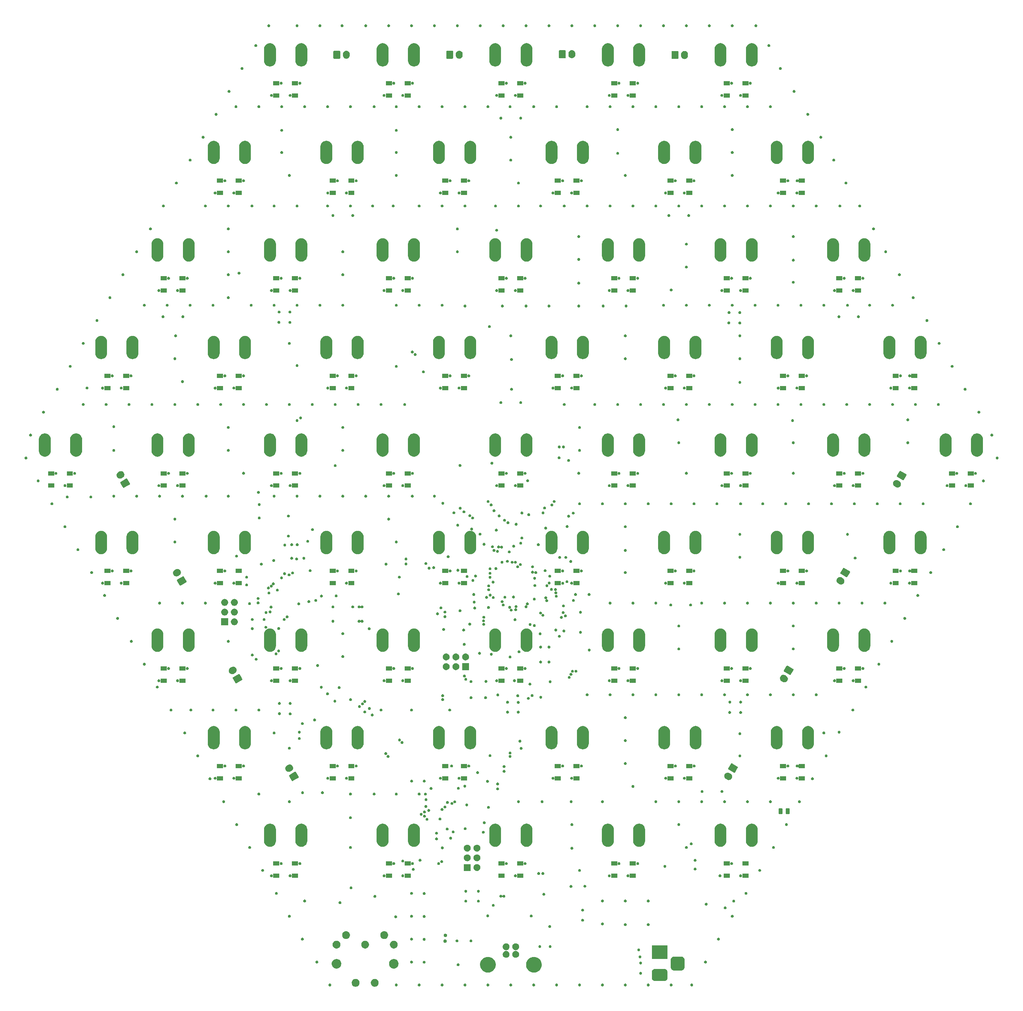
<source format=gbr>
G04 #@! TF.GenerationSoftware,KiCad,Pcbnew,(5.1.5)-3*
G04 #@! TF.CreationDate,2021-02-22T11:39:35-05:00*
G04 #@! TF.ProjectId,rainboard_newfighter,7261696e-626f-4617-9264-5f6e65776669,rev?*
G04 #@! TF.SameCoordinates,Original*
G04 #@! TF.FileFunction,Soldermask,Top*
G04 #@! TF.FilePolarity,Negative*
%FSLAX46Y46*%
G04 Gerber Fmt 4.6, Leading zero omitted, Abs format (unit mm)*
G04 Created by KiCad (PCBNEW (5.1.5)-3) date 2021-02-22 11:39:35*
%MOMM*%
%LPD*%
G04 APERTURE LIST*
%ADD10C,0.100000*%
G04 APERTURE END LIST*
D10*
G36*
X-35509537Y-138422630D02*
G01*
X-35377518Y-138448890D01*
X-35190980Y-138526156D01*
X-35023100Y-138638330D01*
X-34880330Y-138781100D01*
X-34768156Y-138948980D01*
X-34690890Y-139135518D01*
X-34651500Y-139333546D01*
X-34651500Y-139535454D01*
X-34690890Y-139733482D01*
X-34768156Y-139920020D01*
X-34880330Y-140087900D01*
X-35023100Y-140230670D01*
X-35190980Y-140342844D01*
X-35377518Y-140420110D01*
X-35509537Y-140446370D01*
X-35575545Y-140459500D01*
X-35777455Y-140459500D01*
X-35843463Y-140446370D01*
X-35975482Y-140420110D01*
X-36162020Y-140342844D01*
X-36329900Y-140230670D01*
X-36472670Y-140087900D01*
X-36584844Y-139920020D01*
X-36662110Y-139733482D01*
X-36701500Y-139535454D01*
X-36701500Y-139333546D01*
X-36662110Y-139135518D01*
X-36584844Y-138948980D01*
X-36472670Y-138781100D01*
X-36329900Y-138638330D01*
X-36162020Y-138526156D01*
X-35975482Y-138448890D01*
X-35843463Y-138422630D01*
X-35777455Y-138409500D01*
X-35575545Y-138409500D01*
X-35509537Y-138422630D01*
G37*
G36*
X-40509537Y-138422630D02*
G01*
X-40377518Y-138448890D01*
X-40190980Y-138526156D01*
X-40023100Y-138638330D01*
X-39880330Y-138781100D01*
X-39768156Y-138948980D01*
X-39690890Y-139135518D01*
X-39651500Y-139333546D01*
X-39651500Y-139535454D01*
X-39690890Y-139733482D01*
X-39768156Y-139920020D01*
X-39880330Y-140087900D01*
X-40023100Y-140230670D01*
X-40190980Y-140342844D01*
X-40377518Y-140420110D01*
X-40509537Y-140446370D01*
X-40575545Y-140459500D01*
X-40777455Y-140459500D01*
X-40843463Y-140446370D01*
X-40975482Y-140420110D01*
X-41162020Y-140342844D01*
X-41329900Y-140230670D01*
X-41472670Y-140087900D01*
X-41584844Y-139920020D01*
X-41662110Y-139733482D01*
X-41701500Y-139535454D01*
X-41701500Y-139333546D01*
X-41662110Y-139135518D01*
X-41584844Y-138948980D01*
X-41472670Y-138781100D01*
X-41329900Y-138638330D01*
X-41162020Y-138526156D01*
X-40975482Y-138448890D01*
X-40843463Y-138422630D01*
X-40777455Y-138409500D01*
X-40575545Y-138409500D01*
X-40509537Y-138422630D01*
G37*
G36*
X36080694Y-139631122D02*
G01*
X36147575Y-139658825D01*
X36207766Y-139699043D01*
X36258957Y-139750234D01*
X36299175Y-139810425D01*
X36326878Y-139877306D01*
X36341000Y-139948303D01*
X36341000Y-140020697D01*
X36326878Y-140091694D01*
X36299175Y-140158575D01*
X36258957Y-140218766D01*
X36207766Y-140269957D01*
X36147575Y-140310175D01*
X36080694Y-140337878D01*
X36009697Y-140352000D01*
X35937303Y-140352000D01*
X35866306Y-140337878D01*
X35799425Y-140310175D01*
X35739234Y-140269957D01*
X35688043Y-140218766D01*
X35647825Y-140158575D01*
X35620122Y-140091694D01*
X35606000Y-140020697D01*
X35606000Y-139948303D01*
X35620122Y-139877306D01*
X35647825Y-139810425D01*
X35688043Y-139750234D01*
X35739234Y-139699043D01*
X35799425Y-139658825D01*
X35866306Y-139631122D01*
X35937303Y-139617000D01*
X36009697Y-139617000D01*
X36080694Y-139631122D01*
G37*
G36*
X12080694Y-139631122D02*
G01*
X12147575Y-139658825D01*
X12207766Y-139699043D01*
X12258957Y-139750234D01*
X12299175Y-139810425D01*
X12326878Y-139877306D01*
X12341000Y-139948303D01*
X12341000Y-140020697D01*
X12326878Y-140091694D01*
X12299175Y-140158575D01*
X12258957Y-140218766D01*
X12207766Y-140269957D01*
X12147575Y-140310175D01*
X12080694Y-140337878D01*
X12009697Y-140352000D01*
X11937303Y-140352000D01*
X11866306Y-140337878D01*
X11799425Y-140310175D01*
X11739234Y-140269957D01*
X11688043Y-140218766D01*
X11647825Y-140158575D01*
X11620122Y-140091694D01*
X11606000Y-140020697D01*
X11606000Y-139948303D01*
X11620122Y-139877306D01*
X11647825Y-139810425D01*
X11688043Y-139750234D01*
X11739234Y-139699043D01*
X11799425Y-139658825D01*
X11866306Y-139631122D01*
X11937303Y-139617000D01*
X12009697Y-139617000D01*
X12080694Y-139631122D01*
G37*
G36*
X-47319306Y-139631122D02*
G01*
X-47252425Y-139658825D01*
X-47192234Y-139699043D01*
X-47141043Y-139750234D01*
X-47100825Y-139810425D01*
X-47073122Y-139877306D01*
X-47059000Y-139948303D01*
X-47059000Y-140020697D01*
X-47073122Y-140091694D01*
X-47100825Y-140158575D01*
X-47141043Y-140218766D01*
X-47192234Y-140269957D01*
X-47252425Y-140310175D01*
X-47319306Y-140337878D01*
X-47390303Y-140352000D01*
X-47462697Y-140352000D01*
X-47533694Y-140337878D01*
X-47600575Y-140310175D01*
X-47660766Y-140269957D01*
X-47711957Y-140218766D01*
X-47752175Y-140158575D01*
X-47779878Y-140091694D01*
X-47794000Y-140020697D01*
X-47794000Y-139948303D01*
X-47779878Y-139877306D01*
X-47752175Y-139810425D01*
X-47711957Y-139750234D01*
X-47660766Y-139699043D01*
X-47600575Y-139658825D01*
X-47533694Y-139631122D01*
X-47462697Y-139617000D01*
X-47390303Y-139617000D01*
X-47319306Y-139631122D01*
G37*
G36*
X-29919306Y-139631122D02*
G01*
X-29852425Y-139658825D01*
X-29792234Y-139699043D01*
X-29741043Y-139750234D01*
X-29700825Y-139810425D01*
X-29673122Y-139877306D01*
X-29659000Y-139948303D01*
X-29659000Y-140020697D01*
X-29673122Y-140091694D01*
X-29700825Y-140158575D01*
X-29741043Y-140218766D01*
X-29792234Y-140269957D01*
X-29852425Y-140310175D01*
X-29919306Y-140337878D01*
X-29990303Y-140352000D01*
X-30062697Y-140352000D01*
X-30133694Y-140337878D01*
X-30200575Y-140310175D01*
X-30260766Y-140269957D01*
X-30311957Y-140218766D01*
X-30352175Y-140158575D01*
X-30379878Y-140091694D01*
X-30394000Y-140020697D01*
X-30394000Y-139948303D01*
X-30379878Y-139877306D01*
X-30352175Y-139810425D01*
X-30311957Y-139750234D01*
X-30260766Y-139699043D01*
X-30200575Y-139658825D01*
X-30133694Y-139631122D01*
X-30062697Y-139617000D01*
X-29990303Y-139617000D01*
X-29919306Y-139631122D01*
G37*
G36*
X-23919306Y-139631122D02*
G01*
X-23852425Y-139658825D01*
X-23792234Y-139699043D01*
X-23741043Y-139750234D01*
X-23700825Y-139810425D01*
X-23673122Y-139877306D01*
X-23659000Y-139948303D01*
X-23659000Y-140020697D01*
X-23673122Y-140091694D01*
X-23700825Y-140158575D01*
X-23741043Y-140218766D01*
X-23792234Y-140269957D01*
X-23852425Y-140310175D01*
X-23919306Y-140337878D01*
X-23990303Y-140352000D01*
X-24062697Y-140352000D01*
X-24133694Y-140337878D01*
X-24200575Y-140310175D01*
X-24260766Y-140269957D01*
X-24311957Y-140218766D01*
X-24352175Y-140158575D01*
X-24379878Y-140091694D01*
X-24394000Y-140020697D01*
X-24394000Y-139948303D01*
X-24379878Y-139877306D01*
X-24352175Y-139810425D01*
X-24311957Y-139750234D01*
X-24260766Y-139699043D01*
X-24200575Y-139658825D01*
X-24133694Y-139631122D01*
X-24062697Y-139617000D01*
X-23990303Y-139617000D01*
X-23919306Y-139631122D01*
G37*
G36*
X-17919306Y-139631122D02*
G01*
X-17852425Y-139658825D01*
X-17792234Y-139699043D01*
X-17741043Y-139750234D01*
X-17700825Y-139810425D01*
X-17673122Y-139877306D01*
X-17659000Y-139948303D01*
X-17659000Y-140020697D01*
X-17673122Y-140091694D01*
X-17700825Y-140158575D01*
X-17741043Y-140218766D01*
X-17792234Y-140269957D01*
X-17852425Y-140310175D01*
X-17919306Y-140337878D01*
X-17990303Y-140352000D01*
X-18062697Y-140352000D01*
X-18133694Y-140337878D01*
X-18200575Y-140310175D01*
X-18260766Y-140269957D01*
X-18311957Y-140218766D01*
X-18352175Y-140158575D01*
X-18379878Y-140091694D01*
X-18394000Y-140020697D01*
X-18394000Y-139948303D01*
X-18379878Y-139877306D01*
X-18352175Y-139810425D01*
X-18311957Y-139750234D01*
X-18260766Y-139699043D01*
X-18200575Y-139658825D01*
X-18133694Y-139631122D01*
X-18062697Y-139617000D01*
X-17990303Y-139617000D01*
X-17919306Y-139631122D01*
G37*
G36*
X-11919306Y-139631122D02*
G01*
X-11852425Y-139658825D01*
X-11792234Y-139699043D01*
X-11741043Y-139750234D01*
X-11700825Y-139810425D01*
X-11673122Y-139877306D01*
X-11659000Y-139948303D01*
X-11659000Y-140020697D01*
X-11673122Y-140091694D01*
X-11700825Y-140158575D01*
X-11741043Y-140218766D01*
X-11792234Y-140269957D01*
X-11852425Y-140310175D01*
X-11919306Y-140337878D01*
X-11990303Y-140352000D01*
X-12062697Y-140352000D01*
X-12133694Y-140337878D01*
X-12200575Y-140310175D01*
X-12260766Y-140269957D01*
X-12311957Y-140218766D01*
X-12352175Y-140158575D01*
X-12379878Y-140091694D01*
X-12394000Y-140020697D01*
X-12394000Y-139948303D01*
X-12379878Y-139877306D01*
X-12352175Y-139810425D01*
X-12311957Y-139750234D01*
X-12260766Y-139699043D01*
X-12200575Y-139658825D01*
X-12133694Y-139631122D01*
X-12062697Y-139617000D01*
X-11990303Y-139617000D01*
X-11919306Y-139631122D01*
G37*
G36*
X-5919306Y-139631122D02*
G01*
X-5852425Y-139658825D01*
X-5792234Y-139699043D01*
X-5741043Y-139750234D01*
X-5700825Y-139810425D01*
X-5673122Y-139877306D01*
X-5659000Y-139948303D01*
X-5659000Y-140020697D01*
X-5673122Y-140091694D01*
X-5700825Y-140158575D01*
X-5741043Y-140218766D01*
X-5792234Y-140269957D01*
X-5852425Y-140310175D01*
X-5919306Y-140337878D01*
X-5990303Y-140352000D01*
X-6062697Y-140352000D01*
X-6133694Y-140337878D01*
X-6200575Y-140310175D01*
X-6260766Y-140269957D01*
X-6311957Y-140218766D01*
X-6352175Y-140158575D01*
X-6379878Y-140091694D01*
X-6394000Y-140020697D01*
X-6394000Y-139948303D01*
X-6379878Y-139877306D01*
X-6352175Y-139810425D01*
X-6311957Y-139750234D01*
X-6260766Y-139699043D01*
X-6200575Y-139658825D01*
X-6133694Y-139631122D01*
X-6062697Y-139617000D01*
X-5990303Y-139617000D01*
X-5919306Y-139631122D01*
G37*
G36*
X6080694Y-139631122D02*
G01*
X6147575Y-139658825D01*
X6207766Y-139699043D01*
X6258957Y-139750234D01*
X6299175Y-139810425D01*
X6326878Y-139877306D01*
X6341000Y-139948303D01*
X6341000Y-140020697D01*
X6326878Y-140091694D01*
X6299175Y-140158575D01*
X6258957Y-140218766D01*
X6207766Y-140269957D01*
X6147575Y-140310175D01*
X6080694Y-140337878D01*
X6009697Y-140352000D01*
X5937303Y-140352000D01*
X5866306Y-140337878D01*
X5799425Y-140310175D01*
X5739234Y-140269957D01*
X5688043Y-140218766D01*
X5647825Y-140158575D01*
X5620122Y-140091694D01*
X5606000Y-140020697D01*
X5606000Y-139948303D01*
X5620122Y-139877306D01*
X5647825Y-139810425D01*
X5688043Y-139750234D01*
X5739234Y-139699043D01*
X5799425Y-139658825D01*
X5866306Y-139631122D01*
X5937303Y-139617000D01*
X6009697Y-139617000D01*
X6080694Y-139631122D01*
G37*
G36*
X80694Y-139631122D02*
G01*
X147575Y-139658825D01*
X207766Y-139699043D01*
X258957Y-139750234D01*
X299175Y-139810425D01*
X326878Y-139877306D01*
X341000Y-139948303D01*
X341000Y-140020697D01*
X326878Y-140091694D01*
X299175Y-140158575D01*
X258957Y-140218766D01*
X207766Y-140269957D01*
X147575Y-140310175D01*
X80694Y-140337878D01*
X9697Y-140352000D01*
X-62697Y-140352000D01*
X-133694Y-140337878D01*
X-200575Y-140310175D01*
X-260766Y-140269957D01*
X-311957Y-140218766D01*
X-352175Y-140158575D01*
X-379878Y-140091694D01*
X-394000Y-140020697D01*
X-394000Y-139948303D01*
X-379878Y-139877306D01*
X-352175Y-139810425D01*
X-311957Y-139750234D01*
X-260766Y-139699043D01*
X-200575Y-139658825D01*
X-133694Y-139631122D01*
X-62697Y-139617000D01*
X9697Y-139617000D01*
X80694Y-139631122D01*
G37*
G36*
X47480694Y-139631122D02*
G01*
X47547575Y-139658825D01*
X47607766Y-139699043D01*
X47658957Y-139750234D01*
X47699175Y-139810425D01*
X47726878Y-139877306D01*
X47741000Y-139948303D01*
X47741000Y-140020697D01*
X47726878Y-140091694D01*
X47699175Y-140158575D01*
X47658957Y-140218766D01*
X47607766Y-140269957D01*
X47547575Y-140310175D01*
X47480694Y-140337878D01*
X47409697Y-140352000D01*
X47337303Y-140352000D01*
X47266306Y-140337878D01*
X47199425Y-140310175D01*
X47139234Y-140269957D01*
X47088043Y-140218766D01*
X47047825Y-140158575D01*
X47020122Y-140091694D01*
X47006000Y-140020697D01*
X47006000Y-139948303D01*
X47020122Y-139877306D01*
X47047825Y-139810425D01*
X47088043Y-139750234D01*
X47139234Y-139699043D01*
X47199425Y-139658825D01*
X47266306Y-139631122D01*
X47337303Y-139617000D01*
X47409697Y-139617000D01*
X47480694Y-139631122D01*
G37*
G36*
X42080694Y-139631122D02*
G01*
X42147575Y-139658825D01*
X42207766Y-139699043D01*
X42258957Y-139750234D01*
X42299175Y-139810425D01*
X42326878Y-139877306D01*
X42341000Y-139948303D01*
X42341000Y-140020697D01*
X42326878Y-140091694D01*
X42299175Y-140158575D01*
X42258957Y-140218766D01*
X42207766Y-140269957D01*
X42147575Y-140310175D01*
X42080694Y-140337878D01*
X42009697Y-140352000D01*
X41937303Y-140352000D01*
X41866306Y-140337878D01*
X41799425Y-140310175D01*
X41739234Y-140269957D01*
X41688043Y-140218766D01*
X41647825Y-140158575D01*
X41620122Y-140091694D01*
X41606000Y-140020697D01*
X41606000Y-139948303D01*
X41620122Y-139877306D01*
X41647825Y-139810425D01*
X41688043Y-139750234D01*
X41739234Y-139699043D01*
X41799425Y-139658825D01*
X41866306Y-139631122D01*
X41937303Y-139617000D01*
X42009697Y-139617000D01*
X42080694Y-139631122D01*
G37*
G36*
X30080694Y-139631122D02*
G01*
X30147575Y-139658825D01*
X30207766Y-139699043D01*
X30258957Y-139750234D01*
X30299175Y-139810425D01*
X30326878Y-139877306D01*
X30341000Y-139948303D01*
X30341000Y-140020697D01*
X30326878Y-140091694D01*
X30299175Y-140158575D01*
X30258957Y-140218766D01*
X30207766Y-140269957D01*
X30147575Y-140310175D01*
X30080694Y-140337878D01*
X30009697Y-140352000D01*
X29937303Y-140352000D01*
X29866306Y-140337878D01*
X29799425Y-140310175D01*
X29739234Y-140269957D01*
X29688043Y-140218766D01*
X29647825Y-140158575D01*
X29620122Y-140091694D01*
X29606000Y-140020697D01*
X29606000Y-139948303D01*
X29620122Y-139877306D01*
X29647825Y-139810425D01*
X29688043Y-139750234D01*
X29739234Y-139699043D01*
X29799425Y-139658825D01*
X29866306Y-139631122D01*
X29937303Y-139617000D01*
X30009697Y-139617000D01*
X30080694Y-139631122D01*
G37*
G36*
X24080694Y-139631122D02*
G01*
X24147575Y-139658825D01*
X24207766Y-139699043D01*
X24258957Y-139750234D01*
X24299175Y-139810425D01*
X24326878Y-139877306D01*
X24341000Y-139948303D01*
X24341000Y-140020697D01*
X24326878Y-140091694D01*
X24299175Y-140158575D01*
X24258957Y-140218766D01*
X24207766Y-140269957D01*
X24147575Y-140310175D01*
X24080694Y-140337878D01*
X24009697Y-140352000D01*
X23937303Y-140352000D01*
X23866306Y-140337878D01*
X23799425Y-140310175D01*
X23739234Y-140269957D01*
X23688043Y-140218766D01*
X23647825Y-140158575D01*
X23620122Y-140091694D01*
X23606000Y-140020697D01*
X23606000Y-139948303D01*
X23620122Y-139877306D01*
X23647825Y-139810425D01*
X23688043Y-139750234D01*
X23739234Y-139699043D01*
X23799425Y-139658825D01*
X23866306Y-139631122D01*
X23937303Y-139617000D01*
X24009697Y-139617000D01*
X24080694Y-139631122D01*
G37*
G36*
X18080694Y-139631122D02*
G01*
X18147575Y-139658825D01*
X18207766Y-139699043D01*
X18258957Y-139750234D01*
X18299175Y-139810425D01*
X18326878Y-139877306D01*
X18341000Y-139948303D01*
X18341000Y-140020697D01*
X18326878Y-140091694D01*
X18299175Y-140158575D01*
X18258957Y-140218766D01*
X18207766Y-140269957D01*
X18147575Y-140310175D01*
X18080694Y-140337878D01*
X18009697Y-140352000D01*
X17937303Y-140352000D01*
X17866306Y-140337878D01*
X17799425Y-140310175D01*
X17739234Y-140269957D01*
X17688043Y-140218766D01*
X17647825Y-140158575D01*
X17620122Y-140091694D01*
X17606000Y-140020697D01*
X17606000Y-139948303D01*
X17620122Y-139877306D01*
X17647825Y-139810425D01*
X17688043Y-139750234D01*
X17739234Y-139699043D01*
X17799425Y-139658825D01*
X17866306Y-139631122D01*
X17937303Y-139617000D01*
X18009697Y-139617000D01*
X18080694Y-139631122D01*
G37*
G36*
X40419770Y-135849148D02*
G01*
X40560421Y-135891814D01*
X40690042Y-135961097D01*
X40803659Y-136054341D01*
X40896903Y-136167958D01*
X40966186Y-136297579D01*
X41008852Y-136438230D01*
X41023500Y-136586954D01*
X41023500Y-138182046D01*
X41008852Y-138330770D01*
X40966186Y-138471421D01*
X40896903Y-138601042D01*
X40803659Y-138714659D01*
X40690042Y-138807903D01*
X40560421Y-138877186D01*
X40419770Y-138919852D01*
X40271046Y-138934500D01*
X37675954Y-138934500D01*
X37527230Y-138919852D01*
X37386579Y-138877186D01*
X37256958Y-138807903D01*
X37143341Y-138714659D01*
X37050097Y-138601042D01*
X36980814Y-138471421D01*
X36938148Y-138330770D01*
X36923500Y-138182046D01*
X36923500Y-136586954D01*
X36938148Y-136438230D01*
X36980814Y-136297579D01*
X37050097Y-136167958D01*
X37143341Y-136054341D01*
X37256958Y-135961097D01*
X37386579Y-135891814D01*
X37527230Y-135849148D01*
X37675954Y-135834500D01*
X40271046Y-135834500D01*
X40419770Y-135849148D01*
G37*
G36*
X34080694Y-136581122D02*
G01*
X34147575Y-136608825D01*
X34207766Y-136649043D01*
X34258957Y-136700234D01*
X34299175Y-136760425D01*
X34326878Y-136827306D01*
X34341000Y-136898303D01*
X34341000Y-136970697D01*
X34326878Y-137041694D01*
X34299175Y-137108575D01*
X34258957Y-137168766D01*
X34207766Y-137219957D01*
X34147575Y-137260175D01*
X34080694Y-137287878D01*
X34009697Y-137302000D01*
X33937303Y-137302000D01*
X33866306Y-137287878D01*
X33799425Y-137260175D01*
X33739234Y-137219957D01*
X33688043Y-137168766D01*
X33647825Y-137108575D01*
X33620122Y-137041694D01*
X33606000Y-136970697D01*
X33606000Y-136898303D01*
X33620122Y-136827306D01*
X33647825Y-136760425D01*
X33688043Y-136700234D01*
X33739234Y-136649043D01*
X33799425Y-136608825D01*
X33866306Y-136581122D01*
X33937303Y-136567000D01*
X34009697Y-136567000D01*
X34080694Y-136581122D01*
G37*
G36*
X-5621644Y-132683576D02*
G01*
X-5422037Y-132723280D01*
X-5203495Y-132813804D01*
X-5048962Y-132877813D01*
X-4985891Y-132919956D01*
X-4713201Y-133102161D01*
X-4427661Y-133387701D01*
X-4314726Y-133556721D01*
X-4203313Y-133723462D01*
X-4146250Y-133861224D01*
X-4048780Y-134096537D01*
X-4026335Y-134209375D01*
X-3970000Y-134492591D01*
X-3970000Y-134896409D01*
X-3992630Y-135010175D01*
X-4048780Y-135292463D01*
X-4136881Y-135505156D01*
X-4203313Y-135665538D01*
X-4203314Y-135665539D01*
X-4427661Y-136001299D01*
X-4713201Y-136286839D01*
X-4729275Y-136297579D01*
X-5048962Y-136511187D01*
X-5183707Y-136567000D01*
X-5422037Y-136665720D01*
X-5595547Y-136700233D01*
X-5818091Y-136744500D01*
X-6221909Y-136744500D01*
X-6444453Y-136700233D01*
X-6617963Y-136665720D01*
X-6856293Y-136567000D01*
X-6991038Y-136511187D01*
X-7310725Y-136297579D01*
X-7326799Y-136286839D01*
X-7612339Y-136001299D01*
X-7836686Y-135665539D01*
X-7836687Y-135665538D01*
X-7903119Y-135505156D01*
X-7991220Y-135292463D01*
X-8047370Y-135010175D01*
X-8070000Y-134896409D01*
X-8070000Y-134492591D01*
X-8013665Y-134209375D01*
X-7991220Y-134096537D01*
X-7893750Y-133861224D01*
X-7836687Y-133723462D01*
X-7725274Y-133556721D01*
X-7612339Y-133387701D01*
X-7326799Y-133102161D01*
X-7054109Y-132919956D01*
X-6991038Y-132877813D01*
X-6836505Y-132813804D01*
X-6617963Y-132723280D01*
X-6418356Y-132683576D01*
X-6221909Y-132644500D01*
X-5818091Y-132644500D01*
X-5621644Y-132683576D01*
G37*
G36*
X6418356Y-132683576D02*
G01*
X6617963Y-132723280D01*
X6836505Y-132813804D01*
X6991038Y-132877813D01*
X7054109Y-132919956D01*
X7326799Y-133102161D01*
X7612339Y-133387701D01*
X7725274Y-133556721D01*
X7836687Y-133723462D01*
X7893750Y-133861224D01*
X7991220Y-134096537D01*
X8013665Y-134209375D01*
X8070000Y-134492591D01*
X8070000Y-134896409D01*
X8047370Y-135010175D01*
X7991220Y-135292463D01*
X7903119Y-135505156D01*
X7836687Y-135665538D01*
X7836686Y-135665539D01*
X7612339Y-136001299D01*
X7326799Y-136286839D01*
X7310725Y-136297579D01*
X6991038Y-136511187D01*
X6856293Y-136567000D01*
X6617963Y-136665720D01*
X6444453Y-136700233D01*
X6221909Y-136744500D01*
X5818091Y-136744500D01*
X5595547Y-136700233D01*
X5422037Y-136665720D01*
X5183707Y-136567000D01*
X5048962Y-136511187D01*
X4729275Y-136297579D01*
X4713201Y-136286839D01*
X4427661Y-136001299D01*
X4203314Y-135665539D01*
X4203313Y-135665538D01*
X4136881Y-135505156D01*
X4048780Y-135292463D01*
X3992630Y-135010175D01*
X3970000Y-134896409D01*
X3970000Y-134492591D01*
X4026335Y-134209375D01*
X4048780Y-134096537D01*
X4146250Y-133861224D01*
X4203313Y-133723462D01*
X4314726Y-133556721D01*
X4427661Y-133387701D01*
X4713201Y-133102161D01*
X4985891Y-132919956D01*
X5048962Y-132877813D01*
X5203495Y-132813804D01*
X5422037Y-132723280D01*
X5621644Y-132683576D01*
X5818091Y-132644500D01*
X6221909Y-132644500D01*
X6418356Y-132683576D01*
G37*
G36*
X44769156Y-132576550D02*
G01*
X44933257Y-132626329D01*
X45084487Y-132707163D01*
X45217047Y-132815953D01*
X45325837Y-132948513D01*
X45406671Y-133099743D01*
X45456450Y-133263844D01*
X45473500Y-133436954D01*
X45473500Y-135332046D01*
X45456450Y-135505156D01*
X45406671Y-135669257D01*
X45325837Y-135820487D01*
X45217047Y-135953047D01*
X45084487Y-136061837D01*
X44933257Y-136142671D01*
X44769156Y-136192450D01*
X44596046Y-136209500D01*
X42750954Y-136209500D01*
X42577844Y-136192450D01*
X42413743Y-136142671D01*
X42262513Y-136061837D01*
X42129953Y-135953047D01*
X42021163Y-135820487D01*
X41940329Y-135669257D01*
X41890550Y-135505156D01*
X41873500Y-135332046D01*
X41873500Y-133436954D01*
X41890550Y-133263844D01*
X41940329Y-133099743D01*
X42021163Y-132948513D01*
X42129953Y-132815953D01*
X42262513Y-132707163D01*
X42413743Y-132626329D01*
X42577844Y-132576550D01*
X42750954Y-132559500D01*
X44596046Y-132559500D01*
X44769156Y-132576550D01*
G37*
G36*
X-30311890Y-133232536D02*
G01*
X-30084405Y-133326764D01*
X-30084403Y-133326765D01*
X-29993206Y-133387701D01*
X-29879673Y-133463561D01*
X-29705561Y-133637673D01*
X-29568764Y-133842405D01*
X-29474536Y-134069890D01*
X-29426500Y-134311384D01*
X-29426500Y-134557616D01*
X-29474536Y-134799110D01*
X-29524100Y-134918767D01*
X-29568765Y-135026597D01*
X-29705562Y-135231328D01*
X-29879672Y-135405438D01*
X-30084403Y-135542235D01*
X-30084404Y-135542236D01*
X-30084405Y-135542236D01*
X-30311890Y-135636464D01*
X-30553384Y-135684500D01*
X-30799616Y-135684500D01*
X-31041110Y-135636464D01*
X-31268595Y-135542236D01*
X-31268596Y-135542236D01*
X-31268597Y-135542235D01*
X-31473328Y-135405438D01*
X-31647438Y-135231328D01*
X-31784235Y-135026597D01*
X-31828900Y-134918767D01*
X-31878464Y-134799110D01*
X-31926500Y-134557616D01*
X-31926500Y-134311384D01*
X-31878464Y-134069890D01*
X-31784236Y-133842405D01*
X-31647439Y-133637673D01*
X-31473327Y-133463561D01*
X-31359794Y-133387701D01*
X-31268597Y-133326765D01*
X-31268595Y-133326764D01*
X-31041110Y-133232536D01*
X-30799616Y-133184500D01*
X-30553384Y-133184500D01*
X-30311890Y-133232536D01*
G37*
G36*
X-45311890Y-133232536D02*
G01*
X-45084405Y-133326764D01*
X-45084403Y-133326765D01*
X-44993206Y-133387701D01*
X-44879673Y-133463561D01*
X-44705561Y-133637673D01*
X-44568764Y-133842405D01*
X-44474536Y-134069890D01*
X-44426500Y-134311384D01*
X-44426500Y-134557616D01*
X-44474536Y-134799110D01*
X-44524100Y-134918767D01*
X-44568765Y-135026597D01*
X-44705562Y-135231328D01*
X-44879672Y-135405438D01*
X-45084403Y-135542235D01*
X-45084404Y-135542236D01*
X-45084405Y-135542236D01*
X-45311890Y-135636464D01*
X-45553384Y-135684500D01*
X-45799616Y-135684500D01*
X-46041110Y-135636464D01*
X-46268595Y-135542236D01*
X-46268596Y-135542236D01*
X-46268597Y-135542235D01*
X-46473328Y-135405438D01*
X-46647438Y-135231328D01*
X-46784235Y-135026597D01*
X-46828900Y-134918767D01*
X-46878464Y-134799110D01*
X-46926500Y-134557616D01*
X-46926500Y-134311384D01*
X-46878464Y-134069890D01*
X-46784236Y-133842405D01*
X-46647439Y-133637673D01*
X-46473327Y-133463561D01*
X-46359794Y-133387701D01*
X-46268597Y-133326765D01*
X-46268595Y-133326764D01*
X-46041110Y-133232536D01*
X-45799616Y-133184500D01*
X-45553384Y-133184500D01*
X-45311890Y-133232536D01*
G37*
G36*
X-13719306Y-134331122D02*
G01*
X-13652425Y-134358825D01*
X-13592234Y-134399043D01*
X-13541043Y-134450234D01*
X-13500825Y-134510425D01*
X-13473122Y-134577306D01*
X-13459000Y-134648303D01*
X-13459000Y-134720697D01*
X-13473122Y-134791694D01*
X-13500825Y-134858575D01*
X-13541043Y-134918766D01*
X-13592234Y-134969957D01*
X-13652425Y-135010175D01*
X-13719306Y-135037878D01*
X-13790303Y-135052000D01*
X-13862697Y-135052000D01*
X-13933694Y-135037878D01*
X-14000575Y-135010175D01*
X-14060766Y-134969957D01*
X-14111957Y-134918766D01*
X-14152175Y-134858575D01*
X-14179878Y-134791694D01*
X-14194000Y-134720697D01*
X-14194000Y-134648303D01*
X-14179878Y-134577306D01*
X-14152175Y-134510425D01*
X-14111957Y-134450234D01*
X-14060766Y-134399043D01*
X-14000575Y-134358825D01*
X-13933694Y-134331122D01*
X-13862697Y-134317000D01*
X-13790303Y-134317000D01*
X-13719306Y-134331122D01*
G37*
G36*
X34080694Y-133881122D02*
G01*
X34147575Y-133908825D01*
X34207766Y-133949043D01*
X34258957Y-134000234D01*
X34299175Y-134060425D01*
X34326878Y-134127306D01*
X34341000Y-134198303D01*
X34341000Y-134270697D01*
X34326878Y-134341694D01*
X34299175Y-134408575D01*
X34258957Y-134468766D01*
X34207766Y-134519957D01*
X34147575Y-134560175D01*
X34080694Y-134587878D01*
X34009697Y-134602000D01*
X33937303Y-134602000D01*
X33866306Y-134587878D01*
X33799425Y-134560175D01*
X33739234Y-134519957D01*
X33688043Y-134468766D01*
X33647825Y-134408575D01*
X33620122Y-134341694D01*
X33606000Y-134270697D01*
X33606000Y-134198303D01*
X33620122Y-134127306D01*
X33647825Y-134060425D01*
X33688043Y-134000234D01*
X33739234Y-133949043D01*
X33799425Y-133908825D01*
X33866306Y-133881122D01*
X33937303Y-133867000D01*
X34009697Y-133867000D01*
X34080694Y-133881122D01*
G37*
G36*
X-22611706Y-133681922D02*
G01*
X-22544825Y-133709625D01*
X-22484634Y-133749843D01*
X-22433443Y-133801034D01*
X-22393225Y-133861225D01*
X-22365522Y-133928106D01*
X-22351400Y-133999103D01*
X-22351400Y-134071497D01*
X-22365522Y-134142494D01*
X-22393225Y-134209375D01*
X-22433443Y-134269566D01*
X-22484634Y-134320757D01*
X-22544825Y-134360975D01*
X-22611706Y-134388678D01*
X-22682703Y-134402800D01*
X-22755097Y-134402800D01*
X-22826094Y-134388678D01*
X-22892975Y-134360975D01*
X-22953166Y-134320757D01*
X-23004357Y-134269566D01*
X-23044575Y-134209375D01*
X-23072278Y-134142494D01*
X-23086400Y-134071497D01*
X-23086400Y-133999103D01*
X-23072278Y-133928106D01*
X-23044575Y-133861225D01*
X-23004357Y-133801034D01*
X-22953166Y-133749843D01*
X-22892975Y-133709625D01*
X-22826094Y-133681922D01*
X-22755097Y-133667800D01*
X-22682703Y-133667800D01*
X-22611706Y-133681922D01*
G37*
G36*
X-25919306Y-133631122D02*
G01*
X-25852425Y-133658825D01*
X-25792234Y-133699043D01*
X-25741043Y-133750234D01*
X-25700825Y-133810425D01*
X-25673122Y-133877306D01*
X-25659000Y-133948303D01*
X-25659000Y-134020697D01*
X-25673122Y-134091694D01*
X-25700825Y-134158575D01*
X-25741043Y-134218766D01*
X-25792234Y-134269957D01*
X-25852425Y-134310175D01*
X-25919306Y-134337878D01*
X-25990303Y-134352000D01*
X-26062697Y-134352000D01*
X-26133694Y-134337878D01*
X-26200575Y-134310175D01*
X-26260766Y-134269957D01*
X-26311957Y-134218766D01*
X-26352175Y-134158575D01*
X-26379878Y-134091694D01*
X-26394000Y-134020697D01*
X-26394000Y-133948303D01*
X-26379878Y-133877306D01*
X-26352175Y-133810425D01*
X-26311957Y-133750234D01*
X-26260766Y-133699043D01*
X-26200575Y-133658825D01*
X-26133694Y-133631122D01*
X-26062697Y-133617000D01*
X-25990303Y-133617000D01*
X-25919306Y-133631122D01*
G37*
G36*
X51080694Y-133631122D02*
G01*
X51147575Y-133658825D01*
X51207766Y-133699043D01*
X51258957Y-133750234D01*
X51299175Y-133810425D01*
X51326878Y-133877306D01*
X51341000Y-133948303D01*
X51341000Y-134020697D01*
X51326878Y-134091694D01*
X51299175Y-134158575D01*
X51258957Y-134218766D01*
X51207766Y-134269957D01*
X51147575Y-134310175D01*
X51080694Y-134337878D01*
X51009697Y-134352000D01*
X50937303Y-134352000D01*
X50866306Y-134337878D01*
X50799425Y-134310175D01*
X50739234Y-134269957D01*
X50688043Y-134218766D01*
X50647825Y-134158575D01*
X50620122Y-134091694D01*
X50606000Y-134020697D01*
X50606000Y-133948303D01*
X50620122Y-133877306D01*
X50647825Y-133810425D01*
X50688043Y-133750234D01*
X50739234Y-133699043D01*
X50799425Y-133658825D01*
X50866306Y-133631122D01*
X50937303Y-133617000D01*
X51009697Y-133617000D01*
X51080694Y-133631122D01*
G37*
G36*
X-50719306Y-133631122D02*
G01*
X-50652425Y-133658825D01*
X-50592234Y-133699043D01*
X-50541043Y-133750234D01*
X-50500825Y-133810425D01*
X-50473122Y-133877306D01*
X-50459000Y-133948303D01*
X-50459000Y-134020697D01*
X-50473122Y-134091694D01*
X-50500825Y-134158575D01*
X-50541043Y-134218766D01*
X-50592234Y-134269957D01*
X-50652425Y-134310175D01*
X-50719306Y-134337878D01*
X-50790303Y-134352000D01*
X-50862697Y-134352000D01*
X-50933694Y-134337878D01*
X-51000575Y-134310175D01*
X-51060766Y-134269957D01*
X-51111957Y-134218766D01*
X-51152175Y-134158575D01*
X-51179878Y-134091694D01*
X-51194000Y-134020697D01*
X-51194000Y-133948303D01*
X-51179878Y-133877306D01*
X-51152175Y-133810425D01*
X-51111957Y-133750234D01*
X-51060766Y-133699043D01*
X-51000575Y-133658825D01*
X-50933694Y-133631122D01*
X-50862697Y-133617000D01*
X-50790303Y-133617000D01*
X-50719306Y-133631122D01*
G37*
G36*
X41023500Y-133184500D02*
G01*
X36923500Y-133184500D01*
X36923500Y-129584500D01*
X41023500Y-129584500D01*
X41023500Y-133184500D01*
G37*
G36*
X33930694Y-132281122D02*
G01*
X33997575Y-132308825D01*
X34057766Y-132349043D01*
X34108957Y-132400234D01*
X34149175Y-132460425D01*
X34176878Y-132527306D01*
X34191000Y-132598303D01*
X34191000Y-132670697D01*
X34176878Y-132741694D01*
X34149175Y-132808575D01*
X34108957Y-132868766D01*
X34057766Y-132919957D01*
X33997575Y-132960175D01*
X33930694Y-132987878D01*
X33859697Y-133002000D01*
X33787303Y-133002000D01*
X33716306Y-132987878D01*
X33649425Y-132960175D01*
X33589234Y-132919957D01*
X33538043Y-132868766D01*
X33497825Y-132808575D01*
X33470122Y-132741694D01*
X33456000Y-132670697D01*
X33456000Y-132598303D01*
X33470122Y-132527306D01*
X33497825Y-132460425D01*
X33538043Y-132400234D01*
X33589234Y-132349043D01*
X33649425Y-132308825D01*
X33716306Y-132281122D01*
X33787303Y-132267000D01*
X33859697Y-132267000D01*
X33930694Y-132281122D01*
G37*
G36*
X-1045439Y-131107557D02*
G01*
X-987480Y-131119086D01*
X-823690Y-131186930D01*
X-676283Y-131285424D01*
X-550924Y-131410783D01*
X-452430Y-131558190D01*
X-384586Y-131721980D01*
X-350000Y-131895858D01*
X-350000Y-132073142D01*
X-384586Y-132247020D01*
X-452430Y-132410810D01*
X-550924Y-132558217D01*
X-676283Y-132683576D01*
X-823690Y-132782070D01*
X-987480Y-132849914D01*
X-1045439Y-132861443D01*
X-1161356Y-132884500D01*
X-1338644Y-132884500D01*
X-1454561Y-132861443D01*
X-1512520Y-132849914D01*
X-1676310Y-132782070D01*
X-1823717Y-132683576D01*
X-1949076Y-132558217D01*
X-2047570Y-132410810D01*
X-2115414Y-132247020D01*
X-2150000Y-132073142D01*
X-2150000Y-131895858D01*
X-2115414Y-131721980D01*
X-2047570Y-131558190D01*
X-1949076Y-131410783D01*
X-1823717Y-131285424D01*
X-1676310Y-131186930D01*
X-1512520Y-131119086D01*
X-1454561Y-131107557D01*
X-1338644Y-131084500D01*
X-1161356Y-131084500D01*
X-1045439Y-131107557D01*
G37*
G36*
X1454561Y-131107557D02*
G01*
X1512520Y-131119086D01*
X1676310Y-131186930D01*
X1823717Y-131285424D01*
X1949076Y-131410783D01*
X2047570Y-131558190D01*
X2115414Y-131721980D01*
X2150000Y-131895858D01*
X2150000Y-132073142D01*
X2115414Y-132247020D01*
X2047570Y-132410810D01*
X1949076Y-132558217D01*
X1823717Y-132683576D01*
X1676310Y-132782070D01*
X1512520Y-132849914D01*
X1454561Y-132861443D01*
X1338644Y-132884500D01*
X1161356Y-132884500D01*
X1045439Y-132861443D01*
X987480Y-132849914D01*
X823690Y-132782070D01*
X676283Y-132683576D01*
X550924Y-132558217D01*
X452430Y-132410810D01*
X384586Y-132247020D01*
X350000Y-132073142D01*
X350000Y-131895858D01*
X384586Y-131721980D01*
X452430Y-131558190D01*
X550924Y-131410783D01*
X676283Y-131285424D01*
X823690Y-131186930D01*
X987480Y-131119086D01*
X1045439Y-131107557D01*
X1161356Y-131084500D01*
X1338644Y-131084500D01*
X1454561Y-131107557D01*
G37*
G36*
X33580694Y-130431122D02*
G01*
X33647575Y-130458825D01*
X33707766Y-130499043D01*
X33758957Y-130550234D01*
X33799175Y-130610425D01*
X33826878Y-130677306D01*
X33841000Y-130748303D01*
X33841000Y-130820697D01*
X33826878Y-130891694D01*
X33799175Y-130958575D01*
X33758957Y-131018766D01*
X33707766Y-131069957D01*
X33647575Y-131110175D01*
X33580694Y-131137878D01*
X33509697Y-131152000D01*
X33437303Y-131152000D01*
X33366306Y-131137878D01*
X33299425Y-131110175D01*
X33239234Y-131069957D01*
X33188043Y-131018766D01*
X33147825Y-130958575D01*
X33120122Y-130891694D01*
X33106000Y-130820697D01*
X33106000Y-130748303D01*
X33120122Y-130677306D01*
X33147825Y-130610425D01*
X33188043Y-130550234D01*
X33239234Y-130499043D01*
X33299425Y-130458825D01*
X33366306Y-130431122D01*
X33437303Y-130417000D01*
X33509697Y-130417000D01*
X33580694Y-130431122D01*
G37*
G36*
X-1045439Y-129107557D02*
G01*
X-987480Y-129119086D01*
X-823690Y-129186930D01*
X-676283Y-129285424D01*
X-550924Y-129410783D01*
X-452430Y-129558190D01*
X-393593Y-129700234D01*
X-384586Y-129721981D01*
X-350000Y-129895856D01*
X-350000Y-130073144D01*
X-369021Y-130168767D01*
X-384586Y-130247020D01*
X-452430Y-130410810D01*
X-550924Y-130558217D01*
X-676283Y-130683576D01*
X-823690Y-130782070D01*
X-987480Y-130849914D01*
X-1045439Y-130861443D01*
X-1161356Y-130884500D01*
X-1338644Y-130884500D01*
X-1454561Y-130861443D01*
X-1512520Y-130849914D01*
X-1676310Y-130782070D01*
X-1823717Y-130683576D01*
X-1949076Y-130558217D01*
X-2047570Y-130410810D01*
X-2115414Y-130247020D01*
X-2130979Y-130168767D01*
X-2150000Y-130073144D01*
X-2150000Y-129895856D01*
X-2115414Y-129721981D01*
X-2106406Y-129700234D01*
X-2047570Y-129558190D01*
X-1949076Y-129410783D01*
X-1823717Y-129285424D01*
X-1676310Y-129186930D01*
X-1512520Y-129119086D01*
X-1454561Y-129107557D01*
X-1338644Y-129084500D01*
X-1161356Y-129084500D01*
X-1045439Y-129107557D01*
G37*
G36*
X1454561Y-129107557D02*
G01*
X1512520Y-129119086D01*
X1676310Y-129186930D01*
X1823717Y-129285424D01*
X1949076Y-129410783D01*
X2047570Y-129558190D01*
X2106407Y-129700234D01*
X2115414Y-129721981D01*
X2150000Y-129895856D01*
X2150000Y-130073144D01*
X2130979Y-130168767D01*
X2115414Y-130247020D01*
X2047570Y-130410810D01*
X1949076Y-130558217D01*
X1823717Y-130683576D01*
X1676310Y-130782070D01*
X1512520Y-130849914D01*
X1454561Y-130861443D01*
X1338644Y-130884500D01*
X1161356Y-130884500D01*
X1045439Y-130861443D01*
X987480Y-130849914D01*
X823690Y-130782070D01*
X676283Y-130683576D01*
X550924Y-130558217D01*
X452430Y-130410810D01*
X384586Y-130247020D01*
X369021Y-130168767D01*
X350000Y-130073144D01*
X350000Y-129895856D01*
X384586Y-129721981D01*
X393594Y-129700234D01*
X452430Y-129558190D01*
X550924Y-129410783D01*
X676283Y-129285424D01*
X823690Y-129186930D01*
X987480Y-129119086D01*
X1045439Y-129107557D01*
X1161356Y-129084500D01*
X1338644Y-129084500D01*
X1454561Y-129107557D01*
G37*
G36*
X-45509537Y-128422630D02*
G01*
X-45377518Y-128448890D01*
X-45190980Y-128526156D01*
X-45023100Y-128638330D01*
X-44880330Y-128781100D01*
X-44768156Y-128948980D01*
X-44690890Y-129135518D01*
X-44651500Y-129333546D01*
X-44651500Y-129535454D01*
X-44690890Y-129733482D01*
X-44768156Y-129920020D01*
X-44880330Y-130087900D01*
X-45023100Y-130230670D01*
X-45190980Y-130342844D01*
X-45377518Y-130420110D01*
X-45509537Y-130446370D01*
X-45575545Y-130459500D01*
X-45777455Y-130459500D01*
X-45843463Y-130446370D01*
X-45975482Y-130420110D01*
X-46162020Y-130342844D01*
X-46329900Y-130230670D01*
X-46472670Y-130087900D01*
X-46584844Y-129920020D01*
X-46662110Y-129733482D01*
X-46701500Y-129535454D01*
X-46701500Y-129333546D01*
X-46662110Y-129135518D01*
X-46584844Y-128948980D01*
X-46472670Y-128781100D01*
X-46329900Y-128638330D01*
X-46162020Y-128526156D01*
X-45975482Y-128448890D01*
X-45843463Y-128422630D01*
X-45777455Y-128409500D01*
X-45575545Y-128409500D01*
X-45509537Y-128422630D01*
G37*
G36*
X-30509537Y-128422630D02*
G01*
X-30377518Y-128448890D01*
X-30190980Y-128526156D01*
X-30023100Y-128638330D01*
X-29880330Y-128781100D01*
X-29768156Y-128948980D01*
X-29690890Y-129135518D01*
X-29651500Y-129333546D01*
X-29651500Y-129535454D01*
X-29690890Y-129733482D01*
X-29768156Y-129920020D01*
X-29880330Y-130087900D01*
X-30023100Y-130230670D01*
X-30190980Y-130342844D01*
X-30377518Y-130420110D01*
X-30509537Y-130446370D01*
X-30575545Y-130459500D01*
X-30777455Y-130459500D01*
X-30843463Y-130446370D01*
X-30975482Y-130420110D01*
X-31162020Y-130342844D01*
X-31329900Y-130230670D01*
X-31472670Y-130087900D01*
X-31584844Y-129920020D01*
X-31662110Y-129733482D01*
X-31701500Y-129535454D01*
X-31701500Y-129333546D01*
X-31662110Y-129135518D01*
X-31584844Y-128948980D01*
X-31472670Y-128781100D01*
X-31329900Y-128638330D01*
X-31162020Y-128526156D01*
X-30975482Y-128448890D01*
X-30843463Y-128422630D01*
X-30777455Y-128409500D01*
X-30575545Y-128409500D01*
X-30509537Y-128422630D01*
G37*
G36*
X-38009537Y-128422630D02*
G01*
X-37877518Y-128448890D01*
X-37690980Y-128526156D01*
X-37523100Y-128638330D01*
X-37380330Y-128781100D01*
X-37268156Y-128948980D01*
X-37190890Y-129135518D01*
X-37151500Y-129333546D01*
X-37151500Y-129535454D01*
X-37190890Y-129733482D01*
X-37268156Y-129920020D01*
X-37380330Y-130087900D01*
X-37523100Y-130230670D01*
X-37690980Y-130342844D01*
X-37877518Y-130420110D01*
X-38009537Y-130446370D01*
X-38075545Y-130459500D01*
X-38277455Y-130459500D01*
X-38343463Y-130446370D01*
X-38475482Y-130420110D01*
X-38662020Y-130342844D01*
X-38829900Y-130230670D01*
X-38972670Y-130087900D01*
X-39084844Y-129920020D01*
X-39162110Y-129733482D01*
X-39201500Y-129535454D01*
X-39201500Y-129333546D01*
X-39162110Y-129135518D01*
X-39084844Y-128948980D01*
X-38972670Y-128781100D01*
X-38829900Y-128638330D01*
X-38662020Y-128526156D01*
X-38475482Y-128448890D01*
X-38343463Y-128422630D01*
X-38277455Y-128409500D01*
X-38075545Y-128409500D01*
X-38009537Y-128422630D01*
G37*
G36*
X10380694Y-129581122D02*
G01*
X10447575Y-129608825D01*
X10507766Y-129649043D01*
X10558957Y-129700234D01*
X10599175Y-129760425D01*
X10626878Y-129827306D01*
X10641000Y-129898303D01*
X10641000Y-129970697D01*
X10626878Y-130041694D01*
X10599175Y-130108575D01*
X10558957Y-130168766D01*
X10507766Y-130219957D01*
X10447575Y-130260175D01*
X10380694Y-130287878D01*
X10309697Y-130302000D01*
X10237303Y-130302000D01*
X10166306Y-130287878D01*
X10099425Y-130260175D01*
X10039234Y-130219957D01*
X9988043Y-130168766D01*
X9947825Y-130108575D01*
X9920122Y-130041694D01*
X9906000Y-129970697D01*
X9906000Y-129898303D01*
X9920122Y-129827306D01*
X9947825Y-129760425D01*
X9988043Y-129700234D01*
X10039234Y-129649043D01*
X10099425Y-129608825D01*
X10166306Y-129581122D01*
X10237303Y-129567000D01*
X10309697Y-129567000D01*
X10380694Y-129581122D01*
G37*
G36*
X7680694Y-129581122D02*
G01*
X7747575Y-129608825D01*
X7807766Y-129649043D01*
X7858957Y-129700234D01*
X7899175Y-129760425D01*
X7926878Y-129827306D01*
X7941000Y-129898303D01*
X7941000Y-129970697D01*
X7926878Y-130041694D01*
X7899175Y-130108575D01*
X7858957Y-130168766D01*
X7807766Y-130219957D01*
X7747575Y-130260175D01*
X7680694Y-130287878D01*
X7609697Y-130302000D01*
X7537303Y-130302000D01*
X7466306Y-130287878D01*
X7399425Y-130260175D01*
X7339234Y-130219957D01*
X7288043Y-130168766D01*
X7247825Y-130108575D01*
X7220122Y-130041694D01*
X7206000Y-129970697D01*
X7206000Y-129898303D01*
X7220122Y-129827306D01*
X7247825Y-129760425D01*
X7288043Y-129700234D01*
X7339234Y-129649043D01*
X7399425Y-129608825D01*
X7466306Y-129581122D01*
X7537303Y-129567000D01*
X7609697Y-129567000D01*
X7680694Y-129581122D01*
G37*
G36*
X-17112247Y-128062799D02*
G01*
X-17078324Y-128076850D01*
X-17030351Y-128096721D01*
X-16956648Y-128145968D01*
X-16893968Y-128208648D01*
X-16844721Y-128282351D01*
X-16828814Y-128320756D01*
X-16810799Y-128364247D01*
X-16793506Y-128451184D01*
X-16793506Y-128539828D01*
X-16810799Y-128626765D01*
X-16824850Y-128660688D01*
X-16844721Y-128708661D01*
X-16893968Y-128782364D01*
X-16956648Y-128845044D01*
X-17030351Y-128894291D01*
X-17078324Y-128914162D01*
X-17112247Y-128928213D01*
X-17199184Y-128945506D01*
X-17287828Y-128945506D01*
X-17374765Y-128928213D01*
X-17408688Y-128914162D01*
X-17456661Y-128894291D01*
X-17530364Y-128845044D01*
X-17593044Y-128782364D01*
X-17642291Y-128708661D01*
X-17662162Y-128660688D01*
X-17676213Y-128626765D01*
X-17693506Y-128539828D01*
X-17693506Y-128451184D01*
X-17676213Y-128364247D01*
X-17658198Y-128320756D01*
X-17642291Y-128282351D01*
X-17593044Y-128208648D01*
X-17530364Y-128145968D01*
X-17456661Y-128096721D01*
X-17408688Y-128076850D01*
X-17374765Y-128062799D01*
X-17287828Y-128045506D01*
X-17199184Y-128045506D01*
X-17112247Y-128062799D01*
G37*
G36*
X-10369306Y-128081122D02*
G01*
X-10302425Y-128108825D01*
X-10242234Y-128149043D01*
X-10191043Y-128200234D01*
X-10150825Y-128260425D01*
X-10123122Y-128327306D01*
X-10109000Y-128398303D01*
X-10109000Y-128470697D01*
X-10123122Y-128541694D01*
X-10150825Y-128608575D01*
X-10191043Y-128668766D01*
X-10242234Y-128719957D01*
X-10302425Y-128760175D01*
X-10369306Y-128787878D01*
X-10440303Y-128802000D01*
X-10512697Y-128802000D01*
X-10583694Y-128787878D01*
X-10650575Y-128760175D01*
X-10710766Y-128719957D01*
X-10761957Y-128668766D01*
X-10802175Y-128608575D01*
X-10829878Y-128541694D01*
X-10844000Y-128470697D01*
X-10844000Y-128398303D01*
X-10829878Y-128327306D01*
X-10802175Y-128260425D01*
X-10761957Y-128200234D01*
X-10710766Y-128149043D01*
X-10650575Y-128108825D01*
X-10583694Y-128081122D01*
X-10512697Y-128067000D01*
X-10440303Y-128067000D01*
X-10369306Y-128081122D01*
G37*
G36*
X-14019306Y-128081122D02*
G01*
X-13952425Y-128108825D01*
X-13892234Y-128149043D01*
X-13841043Y-128200234D01*
X-13800825Y-128260425D01*
X-13773122Y-128327306D01*
X-13759000Y-128398303D01*
X-13759000Y-128470697D01*
X-13773122Y-128541694D01*
X-13800825Y-128608575D01*
X-13841043Y-128668766D01*
X-13892234Y-128719957D01*
X-13952425Y-128760175D01*
X-14019306Y-128787878D01*
X-14090303Y-128802000D01*
X-14162697Y-128802000D01*
X-14233694Y-128787878D01*
X-14300575Y-128760175D01*
X-14360766Y-128719957D01*
X-14411957Y-128668766D01*
X-14452175Y-128608575D01*
X-14479878Y-128541694D01*
X-14494000Y-128470697D01*
X-14494000Y-128398303D01*
X-14479878Y-128327306D01*
X-14452175Y-128260425D01*
X-14411957Y-128200234D01*
X-14360766Y-128149043D01*
X-14300575Y-128108825D01*
X-14233694Y-128081122D01*
X-14162697Y-128067000D01*
X-14090303Y-128067000D01*
X-14019306Y-128081122D01*
G37*
G36*
X-22611706Y-127681922D02*
G01*
X-22544825Y-127709625D01*
X-22484634Y-127749843D01*
X-22433443Y-127801034D01*
X-22393225Y-127861225D01*
X-22365522Y-127928106D01*
X-22351400Y-127999103D01*
X-22351400Y-128071497D01*
X-22365522Y-128142494D01*
X-22393225Y-128209375D01*
X-22433443Y-128269566D01*
X-22484634Y-128320757D01*
X-22544825Y-128360975D01*
X-22611706Y-128388678D01*
X-22682703Y-128402800D01*
X-22755097Y-128402800D01*
X-22826094Y-128388678D01*
X-22892975Y-128360975D01*
X-22953166Y-128320757D01*
X-23004357Y-128269566D01*
X-23044575Y-128209375D01*
X-23072278Y-128142494D01*
X-23086400Y-128071497D01*
X-23086400Y-127999103D01*
X-23072278Y-127928106D01*
X-23044575Y-127861225D01*
X-23004357Y-127801034D01*
X-22953166Y-127749843D01*
X-22892975Y-127709625D01*
X-22826094Y-127681922D01*
X-22755097Y-127667800D01*
X-22682703Y-127667800D01*
X-22611706Y-127681922D01*
G37*
G36*
X-25919306Y-127631122D02*
G01*
X-25852425Y-127658825D01*
X-25792234Y-127699043D01*
X-25741043Y-127750234D01*
X-25700825Y-127810425D01*
X-25673122Y-127877306D01*
X-25659000Y-127948303D01*
X-25659000Y-128020697D01*
X-25673122Y-128091694D01*
X-25700825Y-128158575D01*
X-25741043Y-128218766D01*
X-25792234Y-128269957D01*
X-25852425Y-128310175D01*
X-25919306Y-128337878D01*
X-25990303Y-128352000D01*
X-26062697Y-128352000D01*
X-26133694Y-128337878D01*
X-26200575Y-128310175D01*
X-26260766Y-128269957D01*
X-26311957Y-128218766D01*
X-26352175Y-128158575D01*
X-26379878Y-128091694D01*
X-26394000Y-128020697D01*
X-26394000Y-127948303D01*
X-26379878Y-127877306D01*
X-26352175Y-127810425D01*
X-26311957Y-127750234D01*
X-26260766Y-127699043D01*
X-26200575Y-127658825D01*
X-26133694Y-127631122D01*
X-26062697Y-127617000D01*
X-25990303Y-127617000D01*
X-25919306Y-127631122D01*
G37*
G36*
X-54519306Y-127631122D02*
G01*
X-54452425Y-127658825D01*
X-54392234Y-127699043D01*
X-54341043Y-127750234D01*
X-54300825Y-127810425D01*
X-54273122Y-127877306D01*
X-54259000Y-127948303D01*
X-54259000Y-128020697D01*
X-54273122Y-128091694D01*
X-54300825Y-128158575D01*
X-54341043Y-128218766D01*
X-54392234Y-128269957D01*
X-54452425Y-128310175D01*
X-54519306Y-128337878D01*
X-54590303Y-128352000D01*
X-54662697Y-128352000D01*
X-54733694Y-128337878D01*
X-54800575Y-128310175D01*
X-54860766Y-128269957D01*
X-54911957Y-128218766D01*
X-54952175Y-128158575D01*
X-54979878Y-128091694D01*
X-54994000Y-128020697D01*
X-54994000Y-127948303D01*
X-54979878Y-127877306D01*
X-54952175Y-127810425D01*
X-54911957Y-127750234D01*
X-54860766Y-127699043D01*
X-54800575Y-127658825D01*
X-54733694Y-127631122D01*
X-54662697Y-127617000D01*
X-54590303Y-127617000D01*
X-54519306Y-127631122D01*
G37*
G36*
X54480694Y-127631122D02*
G01*
X54547575Y-127658825D01*
X54607766Y-127699043D01*
X54658957Y-127750234D01*
X54699175Y-127810425D01*
X54726878Y-127877306D01*
X54741000Y-127948303D01*
X54741000Y-128020697D01*
X54726878Y-128091694D01*
X54699175Y-128158575D01*
X54658957Y-128218766D01*
X54607766Y-128269957D01*
X54547575Y-128310175D01*
X54480694Y-128337878D01*
X54409697Y-128352000D01*
X54337303Y-128352000D01*
X54266306Y-128337878D01*
X54199425Y-128310175D01*
X54139234Y-128269957D01*
X54088043Y-128218766D01*
X54047825Y-128158575D01*
X54020122Y-128091694D01*
X54006000Y-128020697D01*
X54006000Y-127948303D01*
X54020122Y-127877306D01*
X54047825Y-127810425D01*
X54088043Y-127750234D01*
X54139234Y-127699043D01*
X54199425Y-127658825D01*
X54266306Y-127631122D01*
X54337303Y-127617000D01*
X54409697Y-127617000D01*
X54480694Y-127631122D01*
G37*
G36*
X-43009537Y-125922630D02*
G01*
X-42877518Y-125948890D01*
X-42690980Y-126026156D01*
X-42523100Y-126138330D01*
X-42380330Y-126281100D01*
X-42268156Y-126448980D01*
X-42190890Y-126635518D01*
X-42151500Y-126833546D01*
X-42151500Y-127035454D01*
X-42190890Y-127233482D01*
X-42268156Y-127420020D01*
X-42380330Y-127587900D01*
X-42523100Y-127730670D01*
X-42690980Y-127842844D01*
X-42877518Y-127920110D01*
X-43009537Y-127946370D01*
X-43075545Y-127959500D01*
X-43277455Y-127959500D01*
X-43343463Y-127946370D01*
X-43475482Y-127920110D01*
X-43662020Y-127842844D01*
X-43829900Y-127730670D01*
X-43972670Y-127587900D01*
X-44084844Y-127420020D01*
X-44162110Y-127233482D01*
X-44201500Y-127035454D01*
X-44201500Y-126833546D01*
X-44162110Y-126635518D01*
X-44084844Y-126448980D01*
X-43972670Y-126281100D01*
X-43829900Y-126138330D01*
X-43662020Y-126026156D01*
X-43475482Y-125948890D01*
X-43343463Y-125922630D01*
X-43277455Y-125909500D01*
X-43075545Y-125909500D01*
X-43009537Y-125922630D01*
G37*
G36*
X-33009537Y-125922630D02*
G01*
X-32877518Y-125948890D01*
X-32690980Y-126026156D01*
X-32523100Y-126138330D01*
X-32380330Y-126281100D01*
X-32268156Y-126448980D01*
X-32190890Y-126635518D01*
X-32151500Y-126833546D01*
X-32151500Y-127035454D01*
X-32190890Y-127233482D01*
X-32268156Y-127420020D01*
X-32380330Y-127587900D01*
X-32523100Y-127730670D01*
X-32690980Y-127842844D01*
X-32877518Y-127920110D01*
X-33009537Y-127946370D01*
X-33075545Y-127959500D01*
X-33277455Y-127959500D01*
X-33343463Y-127946370D01*
X-33475482Y-127920110D01*
X-33662020Y-127842844D01*
X-33829900Y-127730670D01*
X-33972670Y-127587900D01*
X-34084844Y-127420020D01*
X-34162110Y-127233482D01*
X-34201500Y-127035454D01*
X-34201500Y-126833546D01*
X-34162110Y-126635518D01*
X-34084844Y-126448980D01*
X-33972670Y-126281100D01*
X-33829900Y-126138330D01*
X-33662020Y-126026156D01*
X-33475482Y-125948890D01*
X-33343463Y-125922630D01*
X-33277455Y-125909500D01*
X-33075545Y-125909500D01*
X-33009537Y-125922630D01*
G37*
G36*
X-17026441Y-126554593D02*
G01*
X-16992518Y-126568644D01*
X-16944545Y-126588515D01*
X-16870842Y-126637762D01*
X-16808162Y-126700442D01*
X-16758915Y-126774145D01*
X-16739044Y-126822118D01*
X-16724993Y-126856041D01*
X-16707700Y-126942978D01*
X-16707700Y-127031622D01*
X-16724993Y-127118559D01*
X-16739044Y-127152482D01*
X-16758915Y-127200455D01*
X-16808162Y-127274158D01*
X-16870842Y-127336838D01*
X-16944545Y-127386085D01*
X-16992518Y-127405956D01*
X-17026441Y-127420007D01*
X-17113378Y-127437300D01*
X-17202022Y-127437300D01*
X-17288959Y-127420007D01*
X-17322882Y-127405956D01*
X-17370855Y-127386085D01*
X-17444558Y-127336838D01*
X-17507238Y-127274158D01*
X-17556485Y-127200455D01*
X-17576356Y-127152482D01*
X-17590407Y-127118559D01*
X-17607700Y-127031622D01*
X-17607700Y-126942978D01*
X-17590407Y-126856041D01*
X-17576356Y-126822118D01*
X-17556485Y-126774145D01*
X-17507238Y-126700442D01*
X-17444558Y-126637762D01*
X-17370855Y-126588515D01*
X-17322882Y-126568644D01*
X-17288959Y-126554593D01*
X-17202022Y-126537300D01*
X-17113378Y-126537300D01*
X-17026441Y-126554593D01*
G37*
G36*
X10280694Y-124331122D02*
G01*
X10347575Y-124358825D01*
X10407766Y-124399043D01*
X10458957Y-124450234D01*
X10499175Y-124510425D01*
X10526878Y-124577306D01*
X10541000Y-124648303D01*
X10541000Y-124720697D01*
X10526878Y-124791694D01*
X10499175Y-124858575D01*
X10458957Y-124918766D01*
X10407766Y-124969957D01*
X10347575Y-125010175D01*
X10280694Y-125037878D01*
X10209697Y-125052000D01*
X10137303Y-125052000D01*
X10066306Y-125037878D01*
X9999425Y-125010175D01*
X9939234Y-124969957D01*
X9888043Y-124918766D01*
X9847825Y-124858575D01*
X9820122Y-124791694D01*
X9806000Y-124720697D01*
X9806000Y-124648303D01*
X9820122Y-124577306D01*
X9847825Y-124510425D01*
X9888043Y-124450234D01*
X9939234Y-124399043D01*
X9999425Y-124358825D01*
X10066306Y-124331122D01*
X10137303Y-124317000D01*
X10209697Y-124317000D01*
X10280694Y-124331122D01*
G37*
G36*
X36080694Y-123831122D02*
G01*
X36147575Y-123858825D01*
X36207766Y-123899043D01*
X36258957Y-123950234D01*
X36299175Y-124010425D01*
X36326878Y-124077306D01*
X36341000Y-124148303D01*
X36341000Y-124220697D01*
X36326878Y-124291694D01*
X36299175Y-124358575D01*
X36258957Y-124418766D01*
X36207766Y-124469957D01*
X36147575Y-124510175D01*
X36080694Y-124537878D01*
X36009697Y-124552000D01*
X35937303Y-124552000D01*
X35866306Y-124537878D01*
X35799425Y-124510175D01*
X35739234Y-124469957D01*
X35688043Y-124418766D01*
X35647825Y-124358575D01*
X35620122Y-124291694D01*
X35606000Y-124220697D01*
X35606000Y-124148303D01*
X35620122Y-124077306D01*
X35647825Y-124010425D01*
X35688043Y-123950234D01*
X35739234Y-123899043D01*
X35799425Y-123858825D01*
X35866306Y-123831122D01*
X35937303Y-123817000D01*
X36009697Y-123817000D01*
X36080694Y-123831122D01*
G37*
G36*
X30080694Y-123831122D02*
G01*
X30147575Y-123858825D01*
X30207766Y-123899043D01*
X30258957Y-123950234D01*
X30299175Y-124010425D01*
X30326878Y-124077306D01*
X30341000Y-124148303D01*
X30341000Y-124220697D01*
X30326878Y-124291694D01*
X30299175Y-124358575D01*
X30258957Y-124418766D01*
X30207766Y-124469957D01*
X30147575Y-124510175D01*
X30080694Y-124537878D01*
X30009697Y-124552000D01*
X29937303Y-124552000D01*
X29866306Y-124537878D01*
X29799425Y-124510175D01*
X29739234Y-124469957D01*
X29688043Y-124418766D01*
X29647825Y-124358575D01*
X29620122Y-124291694D01*
X29606000Y-124220697D01*
X29606000Y-124148303D01*
X29620122Y-124077306D01*
X29647825Y-124010425D01*
X29688043Y-123950234D01*
X29739234Y-123899043D01*
X29799425Y-123858825D01*
X29866306Y-123831122D01*
X29937303Y-123817000D01*
X30009697Y-123817000D01*
X30080694Y-123831122D01*
G37*
G36*
X24080694Y-123631122D02*
G01*
X24147575Y-123658825D01*
X24207766Y-123699043D01*
X24258957Y-123750234D01*
X24299175Y-123810425D01*
X24326878Y-123877306D01*
X24341000Y-123948303D01*
X24341000Y-124020697D01*
X24326878Y-124091694D01*
X24299175Y-124158575D01*
X24258957Y-124218766D01*
X24207766Y-124269957D01*
X24147575Y-124310175D01*
X24080694Y-124337878D01*
X24009697Y-124352000D01*
X23937303Y-124352000D01*
X23866306Y-124337878D01*
X23799425Y-124310175D01*
X23739234Y-124269957D01*
X23688043Y-124218766D01*
X23647825Y-124158575D01*
X23620122Y-124091694D01*
X23606000Y-124020697D01*
X23606000Y-123948303D01*
X23620122Y-123877306D01*
X23647825Y-123810425D01*
X23688043Y-123750234D01*
X23739234Y-123699043D01*
X23799425Y-123658825D01*
X23866306Y-123631122D01*
X23937303Y-123617000D01*
X24009697Y-123617000D01*
X24080694Y-123631122D01*
G37*
G36*
X18880694Y-122681122D02*
G01*
X18947575Y-122708825D01*
X19007766Y-122749043D01*
X19058957Y-122800234D01*
X19099175Y-122860425D01*
X19126878Y-122927306D01*
X19141000Y-122998303D01*
X19141000Y-123070697D01*
X19126878Y-123141694D01*
X19099175Y-123208575D01*
X19058957Y-123268766D01*
X19007766Y-123319957D01*
X18947575Y-123360175D01*
X18880694Y-123387878D01*
X18809697Y-123402000D01*
X18737303Y-123402000D01*
X18666306Y-123387878D01*
X18599425Y-123360175D01*
X18539234Y-123319957D01*
X18488043Y-123268766D01*
X18447825Y-123208575D01*
X18420122Y-123141694D01*
X18406000Y-123070697D01*
X18406000Y-122998303D01*
X18420122Y-122927306D01*
X18447825Y-122860425D01*
X18488043Y-122800234D01*
X18539234Y-122749043D01*
X18599425Y-122708825D01*
X18666306Y-122681122D01*
X18737303Y-122667000D01*
X18809697Y-122667000D01*
X18880694Y-122681122D01*
G37*
G36*
X-30069306Y-121781122D02*
G01*
X-30002425Y-121808825D01*
X-29942234Y-121849043D01*
X-29891043Y-121900234D01*
X-29850825Y-121960425D01*
X-29823122Y-122027306D01*
X-29809000Y-122098303D01*
X-29809000Y-122170697D01*
X-29823122Y-122241694D01*
X-29850825Y-122308575D01*
X-29891043Y-122368766D01*
X-29942234Y-122419957D01*
X-30002425Y-122460175D01*
X-30069306Y-122487878D01*
X-30140303Y-122502000D01*
X-30212697Y-122502000D01*
X-30283694Y-122487878D01*
X-30350575Y-122460175D01*
X-30410766Y-122419957D01*
X-30461957Y-122368766D01*
X-30502175Y-122308575D01*
X-30529878Y-122241694D01*
X-30544000Y-122170697D01*
X-30544000Y-122098303D01*
X-30529878Y-122027306D01*
X-30502175Y-121960425D01*
X-30461957Y-121900234D01*
X-30410766Y-121849043D01*
X-30350575Y-121808825D01*
X-30283694Y-121781122D01*
X-30212697Y-121767000D01*
X-30140303Y-121767000D01*
X-30069306Y-121781122D01*
G37*
G36*
X-22611706Y-121681922D02*
G01*
X-22544825Y-121709625D01*
X-22484634Y-121749843D01*
X-22433443Y-121801034D01*
X-22393225Y-121861225D01*
X-22365522Y-121928106D01*
X-22351400Y-121999103D01*
X-22351400Y-122071497D01*
X-22365522Y-122142494D01*
X-22393225Y-122209375D01*
X-22433443Y-122269566D01*
X-22484634Y-122320757D01*
X-22544825Y-122360975D01*
X-22611706Y-122388678D01*
X-22682703Y-122402800D01*
X-22755097Y-122402800D01*
X-22826094Y-122388678D01*
X-22892975Y-122360975D01*
X-22953166Y-122320757D01*
X-23004357Y-122269566D01*
X-23044575Y-122209375D01*
X-23072278Y-122142494D01*
X-23086400Y-122071497D01*
X-23086400Y-121999103D01*
X-23072278Y-121928106D01*
X-23044575Y-121861225D01*
X-23004357Y-121801034D01*
X-22953166Y-121749843D01*
X-22892975Y-121709625D01*
X-22826094Y-121681922D01*
X-22755097Y-121667800D01*
X-22682703Y-121667800D01*
X-22611706Y-121681922D01*
G37*
G36*
X-25919306Y-121631122D02*
G01*
X-25852425Y-121658825D01*
X-25792234Y-121699043D01*
X-25741043Y-121750234D01*
X-25700825Y-121810425D01*
X-25673122Y-121877306D01*
X-25659000Y-121948303D01*
X-25659000Y-122020697D01*
X-25673122Y-122091694D01*
X-25700825Y-122158575D01*
X-25741043Y-122218766D01*
X-25792234Y-122269957D01*
X-25852425Y-122310175D01*
X-25919306Y-122337878D01*
X-25990303Y-122352000D01*
X-26062697Y-122352000D01*
X-26133694Y-122337878D01*
X-26200575Y-122310175D01*
X-26260766Y-122269957D01*
X-26311957Y-122218766D01*
X-26352175Y-122158575D01*
X-26379878Y-122091694D01*
X-26394000Y-122020697D01*
X-26394000Y-121948303D01*
X-26379878Y-121877306D01*
X-26352175Y-121810425D01*
X-26311957Y-121750234D01*
X-26260766Y-121699043D01*
X-26200575Y-121658825D01*
X-26133694Y-121631122D01*
X-26062697Y-121617000D01*
X-25990303Y-121617000D01*
X-25919306Y-121631122D01*
G37*
G36*
X-57919306Y-121631122D02*
G01*
X-57852425Y-121658825D01*
X-57792234Y-121699043D01*
X-57741043Y-121750234D01*
X-57700825Y-121810425D01*
X-57673122Y-121877306D01*
X-57659000Y-121948303D01*
X-57659000Y-122020697D01*
X-57673122Y-122091694D01*
X-57700825Y-122158575D01*
X-57741043Y-122218766D01*
X-57792234Y-122269957D01*
X-57852425Y-122310175D01*
X-57919306Y-122337878D01*
X-57990303Y-122352000D01*
X-58062697Y-122352000D01*
X-58133694Y-122337878D01*
X-58200575Y-122310175D01*
X-58260766Y-122269957D01*
X-58311957Y-122218766D01*
X-58352175Y-122158575D01*
X-58379878Y-122091694D01*
X-58394000Y-122020697D01*
X-58394000Y-121948303D01*
X-58379878Y-121877306D01*
X-58352175Y-121810425D01*
X-58311957Y-121750234D01*
X-58260766Y-121699043D01*
X-58200575Y-121658825D01*
X-58133694Y-121631122D01*
X-58062697Y-121617000D01*
X-57990303Y-121617000D01*
X-57919306Y-121631122D01*
G37*
G36*
X58080694Y-121631122D02*
G01*
X58147575Y-121658825D01*
X58207766Y-121699043D01*
X58258957Y-121750234D01*
X58299175Y-121810425D01*
X58326878Y-121877306D01*
X58341000Y-121948303D01*
X58341000Y-122020697D01*
X58326878Y-122091694D01*
X58299175Y-122158575D01*
X58258957Y-122218766D01*
X58207766Y-122269957D01*
X58147575Y-122310175D01*
X58080694Y-122337878D01*
X58009697Y-122352000D01*
X57937303Y-122352000D01*
X57866306Y-122337878D01*
X57799425Y-122310175D01*
X57739234Y-122269957D01*
X57688043Y-122218766D01*
X57647825Y-122158575D01*
X57620122Y-122091694D01*
X57606000Y-122020697D01*
X57606000Y-121948303D01*
X57620122Y-121877306D01*
X57647825Y-121810425D01*
X57688043Y-121750234D01*
X57739234Y-121699043D01*
X57799425Y-121658825D01*
X57866306Y-121631122D01*
X57937303Y-121617000D01*
X58009697Y-121617000D01*
X58080694Y-121631122D01*
G37*
G36*
X5430694Y-121581122D02*
G01*
X5497575Y-121608825D01*
X5557766Y-121649043D01*
X5608957Y-121700234D01*
X5649175Y-121760425D01*
X5676878Y-121827306D01*
X5691000Y-121898303D01*
X5691000Y-121970697D01*
X5676878Y-122041694D01*
X5649175Y-122108575D01*
X5608957Y-122168766D01*
X5557766Y-122219957D01*
X5497575Y-122260175D01*
X5430694Y-122287878D01*
X5359697Y-122302000D01*
X5287303Y-122302000D01*
X5216306Y-122287878D01*
X5149425Y-122260175D01*
X5089234Y-122219957D01*
X5038043Y-122168766D01*
X4997825Y-122108575D01*
X4970122Y-122041694D01*
X4956000Y-121970697D01*
X4956000Y-121898303D01*
X4970122Y-121827306D01*
X4997825Y-121760425D01*
X5038043Y-121700234D01*
X5089234Y-121649043D01*
X5149425Y-121608825D01*
X5216306Y-121581122D01*
X5287303Y-121567000D01*
X5359697Y-121567000D01*
X5430694Y-121581122D01*
G37*
G36*
X-5969306Y-121531122D02*
G01*
X-5902425Y-121558825D01*
X-5842234Y-121599043D01*
X-5791043Y-121650234D01*
X-5750825Y-121710425D01*
X-5723122Y-121777306D01*
X-5709000Y-121848303D01*
X-5709000Y-121920697D01*
X-5723122Y-121991694D01*
X-5750825Y-122058575D01*
X-5791043Y-122118766D01*
X-5842234Y-122169957D01*
X-5902425Y-122210175D01*
X-5969306Y-122237878D01*
X-6040303Y-122252000D01*
X-6112697Y-122252000D01*
X-6183694Y-122237878D01*
X-6250575Y-122210175D01*
X-6310766Y-122169957D01*
X-6361957Y-122118766D01*
X-6402175Y-122058575D01*
X-6429878Y-121991694D01*
X-6444000Y-121920697D01*
X-6444000Y-121848303D01*
X-6429878Y-121777306D01*
X-6402175Y-121710425D01*
X-6361957Y-121650234D01*
X-6310766Y-121599043D01*
X-6250575Y-121558825D01*
X-6183694Y-121531122D01*
X-6112697Y-121517000D01*
X-6040303Y-121517000D01*
X-5969306Y-121531122D01*
G37*
G36*
X18880694Y-120031122D02*
G01*
X18947575Y-120058825D01*
X19007766Y-120099043D01*
X19058957Y-120150234D01*
X19099175Y-120210425D01*
X19126878Y-120277306D01*
X19141000Y-120348303D01*
X19141000Y-120420697D01*
X19126878Y-120491694D01*
X19099175Y-120558575D01*
X19058957Y-120618766D01*
X19007766Y-120669957D01*
X18947575Y-120710175D01*
X18880694Y-120737878D01*
X18809697Y-120752000D01*
X18737303Y-120752000D01*
X18666306Y-120737878D01*
X18599425Y-120710175D01*
X18539234Y-120669957D01*
X18488043Y-120618766D01*
X18447825Y-120558575D01*
X18420122Y-120491694D01*
X18406000Y-120420697D01*
X18406000Y-120348303D01*
X18420122Y-120277306D01*
X18447825Y-120210425D01*
X18488043Y-120150234D01*
X18539234Y-120099043D01*
X18599425Y-120058825D01*
X18666306Y-120031122D01*
X18737303Y-120017000D01*
X18809697Y-120017000D01*
X18880694Y-120031122D01*
G37*
G36*
X56241194Y-119433022D02*
G01*
X56308075Y-119460725D01*
X56368266Y-119500943D01*
X56419457Y-119552134D01*
X56459675Y-119612325D01*
X56487378Y-119679206D01*
X56501500Y-119750203D01*
X56501500Y-119822597D01*
X56487378Y-119893594D01*
X56459675Y-119960475D01*
X56419457Y-120020666D01*
X56368266Y-120071857D01*
X56308075Y-120112075D01*
X56241194Y-120139778D01*
X56170197Y-120153900D01*
X56097803Y-120153900D01*
X56026806Y-120139778D01*
X55959925Y-120112075D01*
X55899734Y-120071857D01*
X55848543Y-120020666D01*
X55808325Y-119960475D01*
X55780622Y-119893594D01*
X55766500Y-119822597D01*
X55766500Y-119750203D01*
X55780622Y-119679206D01*
X55808325Y-119612325D01*
X55848543Y-119552134D01*
X55899734Y-119500943D01*
X55959925Y-119460725D01*
X56026806Y-119433022D01*
X56097803Y-119418900D01*
X56170197Y-119418900D01*
X56241194Y-119433022D01*
G37*
G36*
X-4519306Y-118781122D02*
G01*
X-4452425Y-118808825D01*
X-4392234Y-118849043D01*
X-4341043Y-118900234D01*
X-4300825Y-118960425D01*
X-4273122Y-119027306D01*
X-4259000Y-119098303D01*
X-4259000Y-119170697D01*
X-4273122Y-119241694D01*
X-4300825Y-119308575D01*
X-4341043Y-119368766D01*
X-4392234Y-119419957D01*
X-4452425Y-119460175D01*
X-4519306Y-119487878D01*
X-4590303Y-119502000D01*
X-4662697Y-119502000D01*
X-4733694Y-119487878D01*
X-4800575Y-119460175D01*
X-4860766Y-119419957D01*
X-4911957Y-119368766D01*
X-4952175Y-119308575D01*
X-4979878Y-119241694D01*
X-4994000Y-119170697D01*
X-4994000Y-119098303D01*
X-4979878Y-119027306D01*
X-4952175Y-118960425D01*
X-4911957Y-118900234D01*
X-4860766Y-118849043D01*
X-4800575Y-118808825D01*
X-4733694Y-118781122D01*
X-4662697Y-118767000D01*
X-4590303Y-118767000D01*
X-4519306Y-118781122D01*
G37*
G36*
X51262794Y-118467822D02*
G01*
X51329675Y-118495525D01*
X51389866Y-118535743D01*
X51441057Y-118586934D01*
X51481275Y-118647125D01*
X51508978Y-118714006D01*
X51523100Y-118785003D01*
X51523100Y-118857397D01*
X51508978Y-118928394D01*
X51481275Y-118995275D01*
X51441057Y-119055466D01*
X51389866Y-119106657D01*
X51329675Y-119146875D01*
X51262794Y-119174578D01*
X51191797Y-119188700D01*
X51119403Y-119188700D01*
X51048406Y-119174578D01*
X50981525Y-119146875D01*
X50921334Y-119106657D01*
X50870143Y-119055466D01*
X50829925Y-118995275D01*
X50802222Y-118928394D01*
X50788100Y-118857397D01*
X50788100Y-118785003D01*
X50802222Y-118714006D01*
X50829925Y-118647125D01*
X50870143Y-118586934D01*
X50921334Y-118535743D01*
X50981525Y-118495525D01*
X51048406Y-118467822D01*
X51119403Y-118453700D01*
X51191797Y-118453700D01*
X51262794Y-118467822D01*
G37*
G36*
X-44669306Y-118081122D02*
G01*
X-44602425Y-118108825D01*
X-44542234Y-118149043D01*
X-44491043Y-118200234D01*
X-44450825Y-118260425D01*
X-44423122Y-118327306D01*
X-44409000Y-118398303D01*
X-44409000Y-118470697D01*
X-44423122Y-118541694D01*
X-44450825Y-118608575D01*
X-44491043Y-118668766D01*
X-44542234Y-118719957D01*
X-44602425Y-118760175D01*
X-44669306Y-118787878D01*
X-44740303Y-118802000D01*
X-44812697Y-118802000D01*
X-44883694Y-118787878D01*
X-44950575Y-118760175D01*
X-45010766Y-118719957D01*
X-45061957Y-118668766D01*
X-45102175Y-118608575D01*
X-45129878Y-118541694D01*
X-45144000Y-118470697D01*
X-45144000Y-118398303D01*
X-45129878Y-118327306D01*
X-45102175Y-118260425D01*
X-45061957Y-118200234D01*
X-45010766Y-118149043D01*
X-44950575Y-118108825D01*
X-44883694Y-118081122D01*
X-44812697Y-118067000D01*
X-44740303Y-118067000D01*
X-44669306Y-118081122D01*
G37*
G36*
X-11719306Y-117681122D02*
G01*
X-11652425Y-117708825D01*
X-11592234Y-117749043D01*
X-11541043Y-117800234D01*
X-11500825Y-117860425D01*
X-11473122Y-117927306D01*
X-11459000Y-117998303D01*
X-11459000Y-118070697D01*
X-11473122Y-118141694D01*
X-11500825Y-118208575D01*
X-11541043Y-118268766D01*
X-11592234Y-118319957D01*
X-11652425Y-118360175D01*
X-11719306Y-118387878D01*
X-11790303Y-118402000D01*
X-11862697Y-118402000D01*
X-11933694Y-118387878D01*
X-12000575Y-118360175D01*
X-12060766Y-118319957D01*
X-12111957Y-118268766D01*
X-12152175Y-118208575D01*
X-12179878Y-118141694D01*
X-12194000Y-118070697D01*
X-12194000Y-117998303D01*
X-12179878Y-117927306D01*
X-12152175Y-117860425D01*
X-12111957Y-117800234D01*
X-12060766Y-117749043D01*
X-12000575Y-117708825D01*
X-11933694Y-117681122D01*
X-11862697Y-117667000D01*
X-11790303Y-117667000D01*
X-11719306Y-117681122D01*
G37*
G36*
X-8419306Y-117681122D02*
G01*
X-8352425Y-117708825D01*
X-8292234Y-117749043D01*
X-8241043Y-117800234D01*
X-8200825Y-117860425D01*
X-8173122Y-117927306D01*
X-8159000Y-117998303D01*
X-8159000Y-118070697D01*
X-8173122Y-118141694D01*
X-8200825Y-118208575D01*
X-8241043Y-118268766D01*
X-8292234Y-118319957D01*
X-8352425Y-118360175D01*
X-8419306Y-118387878D01*
X-8490303Y-118402000D01*
X-8562697Y-118402000D01*
X-8633694Y-118387878D01*
X-8700575Y-118360175D01*
X-8760766Y-118319957D01*
X-8811957Y-118268766D01*
X-8852175Y-118208575D01*
X-8879878Y-118141694D01*
X-8894000Y-118070697D01*
X-8894000Y-117998303D01*
X-8879878Y-117927306D01*
X-8852175Y-117860425D01*
X-8811957Y-117800234D01*
X-8760766Y-117749043D01*
X-8700575Y-117708825D01*
X-8633694Y-117681122D01*
X-8562697Y-117667000D01*
X-8490303Y-117667000D01*
X-8419306Y-117681122D01*
G37*
G36*
X58476394Y-117655022D02*
G01*
X58543275Y-117682725D01*
X58603466Y-117722943D01*
X58654657Y-117774134D01*
X58694875Y-117834325D01*
X58722578Y-117901206D01*
X58736700Y-117972203D01*
X58736700Y-118044597D01*
X58722578Y-118115594D01*
X58694875Y-118182475D01*
X58654657Y-118242666D01*
X58603466Y-118293857D01*
X58543275Y-118334075D01*
X58476394Y-118361778D01*
X58405397Y-118375900D01*
X58333003Y-118375900D01*
X58262006Y-118361778D01*
X58195125Y-118334075D01*
X58134934Y-118293857D01*
X58083743Y-118242666D01*
X58043525Y-118182475D01*
X58015822Y-118115594D01*
X58001700Y-118044597D01*
X58001700Y-117972203D01*
X58015822Y-117901206D01*
X58043525Y-117834325D01*
X58083743Y-117774134D01*
X58134934Y-117722943D01*
X58195125Y-117682725D01*
X58262006Y-117655022D01*
X58333003Y-117640900D01*
X58405397Y-117640900D01*
X58476394Y-117655022D01*
G37*
G36*
X24080694Y-117631122D02*
G01*
X24147575Y-117658825D01*
X24207766Y-117699043D01*
X24258957Y-117750234D01*
X24299175Y-117810425D01*
X24326878Y-117877306D01*
X24341000Y-117948303D01*
X24341000Y-118020697D01*
X24326878Y-118091694D01*
X24299175Y-118158575D01*
X24258957Y-118218766D01*
X24207766Y-118269957D01*
X24147575Y-118310175D01*
X24080694Y-118337878D01*
X24009697Y-118352000D01*
X23937303Y-118352000D01*
X23866306Y-118337878D01*
X23799425Y-118310175D01*
X23739234Y-118269957D01*
X23688043Y-118218766D01*
X23647825Y-118158575D01*
X23620122Y-118091694D01*
X23606000Y-118020697D01*
X23606000Y-117948303D01*
X23620122Y-117877306D01*
X23647825Y-117810425D01*
X23688043Y-117750234D01*
X23739234Y-117699043D01*
X23799425Y-117658825D01*
X23866306Y-117631122D01*
X23937303Y-117617000D01*
X24009697Y-117617000D01*
X24080694Y-117631122D01*
G37*
G36*
X30080694Y-117631122D02*
G01*
X30147575Y-117658825D01*
X30207766Y-117699043D01*
X30258957Y-117750234D01*
X30299175Y-117810425D01*
X30326878Y-117877306D01*
X30341000Y-117948303D01*
X30341000Y-118020697D01*
X30326878Y-118091694D01*
X30299175Y-118158575D01*
X30258957Y-118218766D01*
X30207766Y-118269957D01*
X30147575Y-118310175D01*
X30080694Y-118337878D01*
X30009697Y-118352000D01*
X29937303Y-118352000D01*
X29866306Y-118337878D01*
X29799425Y-118310175D01*
X29739234Y-118269957D01*
X29688043Y-118218766D01*
X29647825Y-118158575D01*
X29620122Y-118091694D01*
X29606000Y-118020697D01*
X29606000Y-117948303D01*
X29620122Y-117877306D01*
X29647825Y-117810425D01*
X29688043Y-117750234D01*
X29739234Y-117699043D01*
X29799425Y-117658825D01*
X29866306Y-117631122D01*
X29937303Y-117617000D01*
X30009697Y-117617000D01*
X30080694Y-117631122D01*
G37*
G36*
X36080694Y-117631122D02*
G01*
X36147575Y-117658825D01*
X36207766Y-117699043D01*
X36258957Y-117750234D01*
X36299175Y-117810425D01*
X36326878Y-117877306D01*
X36341000Y-117948303D01*
X36341000Y-118020697D01*
X36326878Y-118091694D01*
X36299175Y-118158575D01*
X36258957Y-118218766D01*
X36207766Y-118269957D01*
X36147575Y-118310175D01*
X36080694Y-118337878D01*
X36009697Y-118352000D01*
X35937303Y-118352000D01*
X35866306Y-118337878D01*
X35799425Y-118310175D01*
X35739234Y-118269957D01*
X35688043Y-118218766D01*
X35647825Y-118158575D01*
X35620122Y-118091694D01*
X35606000Y-118020697D01*
X35606000Y-117948303D01*
X35620122Y-117877306D01*
X35647825Y-117810425D01*
X35688043Y-117750234D01*
X35739234Y-117699043D01*
X35799425Y-117658825D01*
X35866306Y-117631122D01*
X35937303Y-117617000D01*
X36009697Y-117617000D01*
X36080694Y-117631122D01*
G37*
G36*
X-53919306Y-117631122D02*
G01*
X-53852425Y-117658825D01*
X-53792234Y-117699043D01*
X-53741043Y-117750234D01*
X-53700825Y-117810425D01*
X-53673122Y-117877306D01*
X-53659000Y-117948303D01*
X-53659000Y-118020697D01*
X-53673122Y-118091694D01*
X-53700825Y-118158575D01*
X-53741043Y-118218766D01*
X-53792234Y-118269957D01*
X-53852425Y-118310175D01*
X-53919306Y-118337878D01*
X-53990303Y-118352000D01*
X-54062697Y-118352000D01*
X-54133694Y-118337878D01*
X-54200575Y-118310175D01*
X-54260766Y-118269957D01*
X-54311957Y-118218766D01*
X-54352175Y-118158575D01*
X-54379878Y-118091694D01*
X-54394000Y-118020697D01*
X-54394000Y-117948303D01*
X-54379878Y-117877306D01*
X-54352175Y-117810425D01*
X-54311957Y-117750234D01*
X-54260766Y-117699043D01*
X-54200575Y-117658825D01*
X-54133694Y-117631122D01*
X-54062697Y-117617000D01*
X-53990303Y-117617000D01*
X-53919306Y-117631122D01*
G37*
G36*
X-35519306Y-116431122D02*
G01*
X-35452425Y-116458825D01*
X-35392234Y-116499043D01*
X-35341043Y-116550234D01*
X-35300825Y-116610425D01*
X-35273122Y-116677306D01*
X-35259000Y-116748303D01*
X-35259000Y-116820697D01*
X-35273122Y-116891694D01*
X-35300825Y-116958575D01*
X-35341043Y-117018766D01*
X-35392234Y-117069957D01*
X-35452425Y-117110175D01*
X-35519306Y-117137878D01*
X-35590303Y-117152000D01*
X-35662697Y-117152000D01*
X-35733694Y-117137878D01*
X-35800575Y-117110175D01*
X-35860766Y-117069957D01*
X-35911957Y-117018766D01*
X-35952175Y-116958575D01*
X-35979878Y-116891694D01*
X-35994000Y-116820697D01*
X-35994000Y-116748303D01*
X-35979878Y-116677306D01*
X-35952175Y-116610425D01*
X-35911957Y-116550234D01*
X-35860766Y-116499043D01*
X-35800575Y-116458825D01*
X-35733694Y-116431122D01*
X-35662697Y-116417000D01*
X-35590303Y-116417000D01*
X-35519306Y-116431122D01*
G37*
G36*
X-2519306Y-116381122D02*
G01*
X-2452425Y-116408825D01*
X-2392234Y-116449043D01*
X-2341043Y-116500234D01*
X-2300825Y-116560425D01*
X-2272693Y-116628341D01*
X-2268073Y-116636985D01*
X-2261855Y-116644562D01*
X-2254278Y-116650780D01*
X-2245634Y-116655400D01*
X-2236254Y-116658245D01*
X-2226500Y-116659206D01*
X-2216746Y-116658245D01*
X-2207366Y-116655400D01*
X-2198722Y-116650780D01*
X-2191145Y-116644562D01*
X-2184927Y-116636985D01*
X-2180307Y-116628341D01*
X-2152175Y-116560425D01*
X-2111957Y-116500234D01*
X-2060766Y-116449043D01*
X-2000575Y-116408825D01*
X-1933694Y-116381122D01*
X-1862697Y-116367000D01*
X-1790303Y-116367000D01*
X-1719306Y-116381122D01*
X-1652425Y-116408825D01*
X-1592234Y-116449043D01*
X-1541043Y-116500234D01*
X-1500825Y-116560425D01*
X-1473122Y-116627306D01*
X-1459000Y-116698303D01*
X-1459000Y-116770697D01*
X-1473122Y-116841694D01*
X-1500825Y-116908575D01*
X-1541043Y-116968766D01*
X-1592234Y-117019957D01*
X-1652425Y-117060175D01*
X-1719306Y-117087878D01*
X-1790303Y-117102000D01*
X-1862697Y-117102000D01*
X-1933694Y-117087878D01*
X-2000575Y-117060175D01*
X-2060766Y-117019957D01*
X-2111957Y-116968766D01*
X-2152175Y-116908575D01*
X-2180307Y-116840659D01*
X-2184927Y-116832015D01*
X-2191145Y-116824438D01*
X-2198722Y-116818220D01*
X-2207366Y-116813600D01*
X-2216746Y-116810755D01*
X-2226500Y-116809794D01*
X-2236254Y-116810755D01*
X-2245634Y-116813600D01*
X-2254278Y-116818220D01*
X-2261855Y-116824438D01*
X-2268073Y-116832015D01*
X-2272693Y-116840659D01*
X-2300825Y-116908575D01*
X-2341043Y-116968766D01*
X-2392234Y-117019957D01*
X-2452425Y-117060175D01*
X-2519306Y-117087878D01*
X-2590303Y-117102000D01*
X-2662697Y-117102000D01*
X-2733694Y-117087878D01*
X-2800575Y-117060175D01*
X-2860766Y-117019957D01*
X-2911957Y-116968766D01*
X-2952175Y-116908575D01*
X-2979878Y-116841694D01*
X-2994000Y-116770697D01*
X-2994000Y-116698303D01*
X-2979878Y-116627306D01*
X-2952175Y-116560425D01*
X-2911957Y-116500234D01*
X-2860766Y-116449043D01*
X-2800575Y-116408825D01*
X-2733694Y-116381122D01*
X-2662697Y-116367000D01*
X-2590303Y-116367000D01*
X-2519306Y-116381122D01*
G37*
G36*
X8730694Y-115881122D02*
G01*
X8797575Y-115908825D01*
X8857766Y-115949043D01*
X8908957Y-116000234D01*
X8949175Y-116060425D01*
X8976878Y-116127306D01*
X8991000Y-116198303D01*
X8991000Y-116270697D01*
X8976878Y-116341694D01*
X8949175Y-116408575D01*
X8908957Y-116468766D01*
X8857766Y-116519957D01*
X8797575Y-116560175D01*
X8730694Y-116587878D01*
X8659697Y-116602000D01*
X8587303Y-116602000D01*
X8516306Y-116587878D01*
X8449425Y-116560175D01*
X8389234Y-116519957D01*
X8338043Y-116468766D01*
X8297825Y-116408575D01*
X8270122Y-116341694D01*
X8256000Y-116270697D01*
X8256000Y-116198303D01*
X8270122Y-116127306D01*
X8297825Y-116060425D01*
X8338043Y-116000234D01*
X8389234Y-115949043D01*
X8449425Y-115908825D01*
X8516306Y-115881122D01*
X8587303Y-115867000D01*
X8659697Y-115867000D01*
X8730694Y-115881122D01*
G37*
G36*
X-22611706Y-115681922D02*
G01*
X-22544825Y-115709625D01*
X-22484634Y-115749843D01*
X-22433443Y-115801034D01*
X-22393225Y-115861225D01*
X-22365522Y-115928106D01*
X-22351400Y-115999103D01*
X-22351400Y-116071497D01*
X-22365522Y-116142494D01*
X-22393225Y-116209375D01*
X-22433443Y-116269566D01*
X-22484634Y-116320757D01*
X-22544825Y-116360975D01*
X-22611706Y-116388678D01*
X-22682703Y-116402800D01*
X-22755097Y-116402800D01*
X-22826094Y-116388678D01*
X-22892975Y-116360975D01*
X-22953166Y-116320757D01*
X-23004357Y-116269566D01*
X-23044575Y-116209375D01*
X-23072278Y-116142494D01*
X-23086400Y-116071497D01*
X-23086400Y-115999103D01*
X-23072278Y-115928106D01*
X-23044575Y-115861225D01*
X-23004357Y-115801034D01*
X-22953166Y-115749843D01*
X-22892975Y-115709625D01*
X-22826094Y-115681922D01*
X-22755097Y-115667800D01*
X-22682703Y-115667800D01*
X-22611706Y-115681922D01*
G37*
G36*
X61680694Y-115631122D02*
G01*
X61747575Y-115658825D01*
X61807766Y-115699043D01*
X61858957Y-115750234D01*
X61899175Y-115810425D01*
X61926878Y-115877306D01*
X61941000Y-115948303D01*
X61941000Y-116020697D01*
X61926878Y-116091694D01*
X61899175Y-116158575D01*
X61858957Y-116218766D01*
X61807766Y-116269957D01*
X61747575Y-116310175D01*
X61680694Y-116337878D01*
X61609697Y-116352000D01*
X61537303Y-116352000D01*
X61466306Y-116337878D01*
X61399425Y-116310175D01*
X61339234Y-116269957D01*
X61288043Y-116218766D01*
X61247825Y-116158575D01*
X61220122Y-116091694D01*
X61206000Y-116020697D01*
X61206000Y-115948303D01*
X61220122Y-115877306D01*
X61247825Y-115810425D01*
X61288043Y-115750234D01*
X61339234Y-115699043D01*
X61399425Y-115658825D01*
X61466306Y-115631122D01*
X61537303Y-115617000D01*
X61609697Y-115617000D01*
X61680694Y-115631122D01*
G37*
G36*
X-25919306Y-115631122D02*
G01*
X-25852425Y-115658825D01*
X-25792234Y-115699043D01*
X-25741043Y-115750234D01*
X-25700825Y-115810425D01*
X-25673122Y-115877306D01*
X-25659000Y-115948303D01*
X-25659000Y-116020697D01*
X-25673122Y-116091694D01*
X-25700825Y-116158575D01*
X-25741043Y-116218766D01*
X-25792234Y-116269957D01*
X-25852425Y-116310175D01*
X-25919306Y-116337878D01*
X-25990303Y-116352000D01*
X-26062697Y-116352000D01*
X-26133694Y-116337878D01*
X-26200575Y-116310175D01*
X-26260766Y-116269957D01*
X-26311957Y-116218766D01*
X-26352175Y-116158575D01*
X-26379878Y-116091694D01*
X-26394000Y-116020697D01*
X-26394000Y-115948303D01*
X-26379878Y-115877306D01*
X-26352175Y-115810425D01*
X-26311957Y-115750234D01*
X-26260766Y-115699043D01*
X-26200575Y-115658825D01*
X-26133694Y-115631122D01*
X-26062697Y-115617000D01*
X-25990303Y-115617000D01*
X-25919306Y-115631122D01*
G37*
G36*
X-61319306Y-115631122D02*
G01*
X-61252425Y-115658825D01*
X-61192234Y-115699043D01*
X-61141043Y-115750234D01*
X-61100825Y-115810425D01*
X-61073122Y-115877306D01*
X-61059000Y-115948303D01*
X-61059000Y-116020697D01*
X-61073122Y-116091694D01*
X-61100825Y-116158575D01*
X-61141043Y-116218766D01*
X-61192234Y-116269957D01*
X-61252425Y-116310175D01*
X-61319306Y-116337878D01*
X-61390303Y-116352000D01*
X-61462697Y-116352000D01*
X-61533694Y-116337878D01*
X-61600575Y-116310175D01*
X-61660766Y-116269957D01*
X-61711957Y-116218766D01*
X-61752175Y-116158575D01*
X-61779878Y-116091694D01*
X-61794000Y-116020697D01*
X-61794000Y-115948303D01*
X-61779878Y-115877306D01*
X-61752175Y-115810425D01*
X-61711957Y-115750234D01*
X-61660766Y-115699043D01*
X-61600575Y-115658825D01*
X-61533694Y-115631122D01*
X-61462697Y-115617000D01*
X-61390303Y-115617000D01*
X-61319306Y-115631122D01*
G37*
G36*
X-8419306Y-115081122D02*
G01*
X-8352425Y-115108825D01*
X-8292234Y-115149043D01*
X-8241043Y-115200234D01*
X-8200825Y-115260425D01*
X-8173122Y-115327306D01*
X-8159000Y-115398303D01*
X-8159000Y-115470697D01*
X-8173122Y-115541694D01*
X-8200825Y-115608575D01*
X-8241043Y-115668766D01*
X-8292234Y-115719957D01*
X-8352425Y-115760175D01*
X-8419306Y-115787878D01*
X-8490303Y-115802000D01*
X-8562697Y-115802000D01*
X-8633694Y-115787878D01*
X-8700575Y-115760175D01*
X-8760766Y-115719957D01*
X-8811957Y-115668766D01*
X-8852175Y-115608575D01*
X-8879878Y-115541694D01*
X-8894000Y-115470697D01*
X-8894000Y-115398303D01*
X-8879878Y-115327306D01*
X-8852175Y-115260425D01*
X-8811957Y-115200234D01*
X-8760766Y-115149043D01*
X-8700575Y-115108825D01*
X-8633694Y-115081122D01*
X-8562697Y-115067000D01*
X-8490303Y-115067000D01*
X-8419306Y-115081122D01*
G37*
G36*
X-11719306Y-115081122D02*
G01*
X-11652425Y-115108825D01*
X-11592234Y-115149043D01*
X-11541043Y-115200234D01*
X-11500825Y-115260425D01*
X-11473122Y-115327306D01*
X-11459000Y-115398303D01*
X-11459000Y-115470697D01*
X-11473122Y-115541694D01*
X-11500825Y-115608575D01*
X-11541043Y-115668766D01*
X-11592234Y-115719957D01*
X-11652425Y-115760175D01*
X-11719306Y-115787878D01*
X-11790303Y-115802000D01*
X-11862697Y-115802000D01*
X-11933694Y-115787878D01*
X-12000575Y-115760175D01*
X-12060766Y-115719957D01*
X-12111957Y-115668766D01*
X-12152175Y-115608575D01*
X-12179878Y-115541694D01*
X-12194000Y-115470697D01*
X-12194000Y-115398303D01*
X-12179878Y-115327306D01*
X-12152175Y-115260425D01*
X-12111957Y-115200234D01*
X-12060766Y-115149043D01*
X-12000575Y-115108825D01*
X-11933694Y-115081122D01*
X-11862697Y-115067000D01*
X-11790303Y-115067000D01*
X-11719306Y-115081122D01*
G37*
G36*
X-41769306Y-114181122D02*
G01*
X-41702425Y-114208825D01*
X-41642234Y-114249043D01*
X-41591043Y-114300234D01*
X-41550825Y-114360425D01*
X-41523122Y-114427306D01*
X-41509000Y-114498303D01*
X-41509000Y-114570697D01*
X-41523122Y-114641694D01*
X-41550825Y-114708575D01*
X-41591043Y-114768766D01*
X-41642234Y-114819957D01*
X-41702425Y-114860175D01*
X-41769306Y-114887878D01*
X-41840303Y-114902000D01*
X-41912697Y-114902000D01*
X-41983694Y-114887878D01*
X-42050575Y-114860175D01*
X-42110766Y-114819957D01*
X-42161957Y-114768766D01*
X-42202175Y-114708575D01*
X-42229878Y-114641694D01*
X-42244000Y-114570697D01*
X-42244000Y-114498303D01*
X-42229878Y-114427306D01*
X-42202175Y-114360425D01*
X-42161957Y-114300234D01*
X-42110766Y-114249043D01*
X-42050575Y-114208825D01*
X-41983694Y-114181122D01*
X-41912697Y-114167000D01*
X-41840303Y-114167000D01*
X-41769306Y-114181122D01*
G37*
G36*
X15830694Y-113831122D02*
G01*
X15897575Y-113858825D01*
X15957766Y-113899043D01*
X16008957Y-113950234D01*
X16049175Y-114010425D01*
X16076878Y-114077306D01*
X16091000Y-114148303D01*
X16091000Y-114220697D01*
X16076878Y-114291694D01*
X16049175Y-114358575D01*
X16008957Y-114418766D01*
X15957766Y-114469957D01*
X15897575Y-114510175D01*
X15830694Y-114537878D01*
X15759697Y-114552000D01*
X15687303Y-114552000D01*
X15616306Y-114537878D01*
X15549425Y-114510175D01*
X15489234Y-114469957D01*
X15438043Y-114418766D01*
X15397825Y-114358575D01*
X15370122Y-114291694D01*
X15356000Y-114220697D01*
X15356000Y-114148303D01*
X15370122Y-114077306D01*
X15397825Y-114010425D01*
X15438043Y-113950234D01*
X15489234Y-113899043D01*
X15549425Y-113858825D01*
X15616306Y-113831122D01*
X15687303Y-113817000D01*
X15759697Y-113817000D01*
X15830694Y-113831122D01*
G37*
G36*
X19480694Y-113781122D02*
G01*
X19547575Y-113808825D01*
X19607766Y-113849043D01*
X19658957Y-113900234D01*
X19699175Y-113960425D01*
X19726878Y-114027306D01*
X19741000Y-114098303D01*
X19741000Y-114170697D01*
X19726878Y-114241694D01*
X19699175Y-114308575D01*
X19658957Y-114368766D01*
X19607766Y-114419957D01*
X19547575Y-114460175D01*
X19480694Y-114487878D01*
X19409697Y-114502000D01*
X19337303Y-114502000D01*
X19266306Y-114487878D01*
X19199425Y-114460175D01*
X19139234Y-114419957D01*
X19088043Y-114368766D01*
X19047825Y-114308575D01*
X19020122Y-114241694D01*
X19006000Y-114170697D01*
X19006000Y-114098303D01*
X19020122Y-114027306D01*
X19047825Y-113960425D01*
X19088043Y-113900234D01*
X19139234Y-113849043D01*
X19199425Y-113808825D01*
X19266306Y-113781122D01*
X19337303Y-113767000D01*
X19409697Y-113767000D01*
X19480694Y-113781122D01*
G37*
G36*
X27846800Y-111950000D02*
G01*
X26246800Y-111950000D01*
X26246800Y-110850000D01*
X27846800Y-110850000D01*
X27846800Y-111950000D01*
G37*
G36*
X3250000Y-111950000D02*
G01*
X1650000Y-111950000D01*
X1650000Y-110850000D01*
X3250000Y-110850000D01*
X3250000Y-111950000D01*
G37*
G36*
X-1650000Y-111950000D02*
G01*
X-3250000Y-111950000D01*
X-3250000Y-110850000D01*
X-1650000Y-110850000D01*
X-1650000Y-111950000D01*
G37*
G36*
X-26246800Y-111950000D02*
G01*
X-27846800Y-111950000D01*
X-27846800Y-110850000D01*
X-26246800Y-110850000D01*
X-26246800Y-111950000D01*
G37*
G36*
X-60643700Y-111950000D02*
G01*
X-62243700Y-111950000D01*
X-62243700Y-110850000D01*
X-60643700Y-110850000D01*
X-60643700Y-111950000D01*
G37*
G36*
X62243700Y-111950000D02*
G01*
X60643700Y-111950000D01*
X60643700Y-110850000D01*
X62243700Y-110850000D01*
X62243700Y-111950000D01*
G37*
G36*
X57343700Y-111950000D02*
G01*
X55743700Y-111950000D01*
X55743700Y-110850000D01*
X57343700Y-110850000D01*
X57343700Y-111950000D01*
G37*
G36*
X-31146800Y-111950000D02*
G01*
X-32746800Y-111950000D01*
X-32746800Y-110850000D01*
X-31146800Y-110850000D01*
X-31146800Y-111950000D01*
G37*
G36*
X-55743700Y-111950000D02*
G01*
X-57343700Y-111950000D01*
X-57343700Y-110850000D01*
X-55743700Y-110850000D01*
X-55743700Y-111950000D01*
G37*
G36*
X32746800Y-111950000D02*
G01*
X31146800Y-111950000D01*
X31146800Y-110850000D01*
X32746800Y-110850000D01*
X32746800Y-111950000D01*
G37*
G36*
X-62613806Y-111046622D02*
G01*
X-62546925Y-111074325D01*
X-62486734Y-111114543D01*
X-62435543Y-111165734D01*
X-62395325Y-111225925D01*
X-62367622Y-111292806D01*
X-62353500Y-111363803D01*
X-62353500Y-111436197D01*
X-62367622Y-111507194D01*
X-62395325Y-111574075D01*
X-62435543Y-111634266D01*
X-62486734Y-111685457D01*
X-62546925Y-111725675D01*
X-62613806Y-111753378D01*
X-62684803Y-111767500D01*
X-62757197Y-111767500D01*
X-62828194Y-111753378D01*
X-62895075Y-111725675D01*
X-62955266Y-111685457D01*
X-63006457Y-111634266D01*
X-63046675Y-111574075D01*
X-63074378Y-111507194D01*
X-63088500Y-111436197D01*
X-63088500Y-111363803D01*
X-63074378Y-111292806D01*
X-63046675Y-111225925D01*
X-63006457Y-111165734D01*
X-62955266Y-111114543D01*
X-62895075Y-111074325D01*
X-62828194Y-111046622D01*
X-62757197Y-111032500D01*
X-62684803Y-111032500D01*
X-62613806Y-111046622D01*
G37*
G36*
X25876694Y-111046622D02*
G01*
X25943575Y-111074325D01*
X26003766Y-111114543D01*
X26054957Y-111165734D01*
X26095175Y-111225925D01*
X26122878Y-111292806D01*
X26137000Y-111363803D01*
X26137000Y-111436197D01*
X26122878Y-111507194D01*
X26095175Y-111574075D01*
X26054957Y-111634266D01*
X26003766Y-111685457D01*
X25943575Y-111725675D01*
X25876694Y-111753378D01*
X25805697Y-111767500D01*
X25733303Y-111767500D01*
X25662306Y-111753378D01*
X25595425Y-111725675D01*
X25535234Y-111685457D01*
X25484043Y-111634266D01*
X25443825Y-111574075D01*
X25416122Y-111507194D01*
X25402000Y-111436197D01*
X25402000Y-111363803D01*
X25416122Y-111292806D01*
X25443825Y-111225925D01*
X25484043Y-111165734D01*
X25535234Y-111114543D01*
X25595425Y-111074325D01*
X25662306Y-111046622D01*
X25733303Y-111032500D01*
X25805697Y-111032500D01*
X25876694Y-111046622D01*
G37*
G36*
X-33116906Y-111046622D02*
G01*
X-33050025Y-111074325D01*
X-32989834Y-111114543D01*
X-32938643Y-111165734D01*
X-32898425Y-111225925D01*
X-32870722Y-111292806D01*
X-32856600Y-111363803D01*
X-32856600Y-111436197D01*
X-32870722Y-111507194D01*
X-32898425Y-111574075D01*
X-32938643Y-111634266D01*
X-32989834Y-111685457D01*
X-33050025Y-111725675D01*
X-33116906Y-111753378D01*
X-33187903Y-111767500D01*
X-33260297Y-111767500D01*
X-33331294Y-111753378D01*
X-33398175Y-111725675D01*
X-33458366Y-111685457D01*
X-33509557Y-111634266D01*
X-33549775Y-111574075D01*
X-33577478Y-111507194D01*
X-33591600Y-111436197D01*
X-33591600Y-111363803D01*
X-33577478Y-111292806D01*
X-33549775Y-111225925D01*
X-33509557Y-111165734D01*
X-33458366Y-111114543D01*
X-33398175Y-111074325D01*
X-33331294Y-111046622D01*
X-33260297Y-111032500D01*
X-33187903Y-111032500D01*
X-33116906Y-111046622D01*
G37*
G36*
X60268094Y-111041122D02*
G01*
X60334975Y-111068825D01*
X60395166Y-111109043D01*
X60446357Y-111160234D01*
X60486575Y-111220425D01*
X60514278Y-111287306D01*
X60528400Y-111358303D01*
X60528400Y-111430697D01*
X60514278Y-111501694D01*
X60486575Y-111568575D01*
X60446357Y-111628766D01*
X60395166Y-111679957D01*
X60334975Y-111720175D01*
X60268094Y-111747878D01*
X60197097Y-111762000D01*
X60124703Y-111762000D01*
X60053706Y-111747878D01*
X59986825Y-111720175D01*
X59926634Y-111679957D01*
X59875443Y-111628766D01*
X59835225Y-111568575D01*
X59807522Y-111501694D01*
X59793400Y-111430697D01*
X59793400Y-111358303D01*
X59807522Y-111287306D01*
X59835225Y-111220425D01*
X59875443Y-111160234D01*
X59926634Y-111109043D01*
X59986825Y-111068825D01*
X60053706Y-111041122D01*
X60124703Y-111027000D01*
X60197097Y-111027000D01*
X60268094Y-111041122D01*
G37*
G36*
X-28222406Y-111041122D02*
G01*
X-28155525Y-111068825D01*
X-28095334Y-111109043D01*
X-28044143Y-111160234D01*
X-28003925Y-111220425D01*
X-27976222Y-111287306D01*
X-27962100Y-111358303D01*
X-27962100Y-111430697D01*
X-27976222Y-111501694D01*
X-28003925Y-111568575D01*
X-28044143Y-111628766D01*
X-28095334Y-111679957D01*
X-28155525Y-111720175D01*
X-28222406Y-111747878D01*
X-28293403Y-111762000D01*
X-28365797Y-111762000D01*
X-28436794Y-111747878D01*
X-28503675Y-111720175D01*
X-28563866Y-111679957D01*
X-28615057Y-111628766D01*
X-28655275Y-111568575D01*
X-28682978Y-111501694D01*
X-28697100Y-111430697D01*
X-28697100Y-111358303D01*
X-28682978Y-111287306D01*
X-28655275Y-111220425D01*
X-28615057Y-111160234D01*
X-28563866Y-111109043D01*
X-28503675Y-111068825D01*
X-28436794Y-111041122D01*
X-28365797Y-111027000D01*
X-28293403Y-111027000D01*
X-28222406Y-111041122D01*
G37*
G36*
X30771194Y-111041122D02*
G01*
X30838075Y-111068825D01*
X30898266Y-111109043D01*
X30949457Y-111160234D01*
X30989675Y-111220425D01*
X31017378Y-111287306D01*
X31031500Y-111358303D01*
X31031500Y-111430697D01*
X31017378Y-111501694D01*
X30989675Y-111568575D01*
X30949457Y-111628766D01*
X30898266Y-111679957D01*
X30838075Y-111720175D01*
X30771194Y-111747878D01*
X30700197Y-111762000D01*
X30627803Y-111762000D01*
X30556806Y-111747878D01*
X30489925Y-111720175D01*
X30429734Y-111679957D01*
X30378543Y-111628766D01*
X30338325Y-111568575D01*
X30310622Y-111501694D01*
X30296500Y-111430697D01*
X30296500Y-111358303D01*
X30310622Y-111287306D01*
X30338325Y-111220425D01*
X30378543Y-111160234D01*
X30429734Y-111109043D01*
X30489925Y-111068825D01*
X30556806Y-111041122D01*
X30627803Y-111027000D01*
X30700197Y-111027000D01*
X30771194Y-111041122D01*
G37*
G36*
X1274394Y-111041122D02*
G01*
X1341275Y-111068825D01*
X1401466Y-111109043D01*
X1452657Y-111160234D01*
X1492875Y-111220425D01*
X1520578Y-111287306D01*
X1534700Y-111358303D01*
X1534700Y-111430697D01*
X1520578Y-111501694D01*
X1492875Y-111568575D01*
X1452657Y-111628766D01*
X1401466Y-111679957D01*
X1341275Y-111720175D01*
X1274394Y-111747878D01*
X1203397Y-111762000D01*
X1131003Y-111762000D01*
X1060006Y-111747878D01*
X993125Y-111720175D01*
X932934Y-111679957D01*
X881743Y-111628766D01*
X841525Y-111568575D01*
X813822Y-111501694D01*
X799700Y-111430697D01*
X799700Y-111358303D01*
X813822Y-111287306D01*
X841525Y-111220425D01*
X881743Y-111160234D01*
X932934Y-111109043D01*
X993125Y-111068825D01*
X1060006Y-111041122D01*
X1131003Y-111027000D01*
X1203397Y-111027000D01*
X1274394Y-111041122D01*
G37*
G36*
X-57719306Y-111041122D02*
G01*
X-57652425Y-111068825D01*
X-57592234Y-111109043D01*
X-57541043Y-111160234D01*
X-57500825Y-111220425D01*
X-57473122Y-111287306D01*
X-57459000Y-111358303D01*
X-57459000Y-111430697D01*
X-57473122Y-111501694D01*
X-57500825Y-111568575D01*
X-57541043Y-111628766D01*
X-57592234Y-111679957D01*
X-57652425Y-111720175D01*
X-57719306Y-111747878D01*
X-57790303Y-111762000D01*
X-57862697Y-111762000D01*
X-57933694Y-111747878D01*
X-58000575Y-111720175D01*
X-58060766Y-111679957D01*
X-58111957Y-111628766D01*
X-58152175Y-111568575D01*
X-58179878Y-111501694D01*
X-58194000Y-111430697D01*
X-58194000Y-111358303D01*
X-58179878Y-111287306D01*
X-58152175Y-111220425D01*
X-58111957Y-111160234D01*
X-58060766Y-111109043D01*
X-58000575Y-111068825D01*
X-57933694Y-111041122D01*
X-57862697Y-111027000D01*
X-57790303Y-111027000D01*
X-57719306Y-111041122D01*
G37*
G36*
X54880694Y-111031122D02*
G01*
X54947575Y-111058825D01*
X55007766Y-111099043D01*
X55058957Y-111150234D01*
X55099175Y-111210425D01*
X55126878Y-111277306D01*
X55141000Y-111348303D01*
X55141000Y-111420697D01*
X55126878Y-111491694D01*
X55099175Y-111558575D01*
X55058957Y-111618766D01*
X55007766Y-111669957D01*
X54947575Y-111710175D01*
X54880694Y-111737878D01*
X54809697Y-111752000D01*
X54737303Y-111752000D01*
X54666306Y-111737878D01*
X54599425Y-111710175D01*
X54539234Y-111669957D01*
X54488043Y-111618766D01*
X54447825Y-111558575D01*
X54420122Y-111491694D01*
X54406000Y-111420697D01*
X54406000Y-111348303D01*
X54420122Y-111277306D01*
X54447825Y-111210425D01*
X54488043Y-111150234D01*
X54539234Y-111099043D01*
X54599425Y-111058825D01*
X54666306Y-111031122D01*
X54737303Y-111017000D01*
X54809697Y-111017000D01*
X54880694Y-111031122D01*
G37*
G36*
X8480694Y-110431122D02*
G01*
X8547575Y-110458825D01*
X8607766Y-110499043D01*
X8658957Y-110550234D01*
X8699175Y-110610425D01*
X8726878Y-110677306D01*
X8741000Y-110748303D01*
X8741000Y-110820697D01*
X8726878Y-110891694D01*
X8699175Y-110958575D01*
X8658957Y-111018766D01*
X8607766Y-111069957D01*
X8547575Y-111110175D01*
X8480694Y-111137878D01*
X8409697Y-111152000D01*
X8337303Y-111152000D01*
X8266306Y-111137878D01*
X8199425Y-111110175D01*
X8139234Y-111069957D01*
X8088043Y-111018766D01*
X8047825Y-110958575D01*
X8020122Y-110891694D01*
X8006000Y-110820697D01*
X8006000Y-110748303D01*
X8020122Y-110677306D01*
X8047825Y-110610425D01*
X8088043Y-110550234D01*
X8139234Y-110499043D01*
X8199425Y-110458825D01*
X8266306Y-110431122D01*
X8337303Y-110417000D01*
X8409697Y-110417000D01*
X8480694Y-110431122D01*
G37*
G36*
X7380694Y-110431122D02*
G01*
X7447575Y-110458825D01*
X7507766Y-110499043D01*
X7558957Y-110550234D01*
X7599175Y-110610425D01*
X7626878Y-110677306D01*
X7641000Y-110748303D01*
X7641000Y-110820697D01*
X7626878Y-110891694D01*
X7599175Y-110958575D01*
X7558957Y-111018766D01*
X7507766Y-111069957D01*
X7447575Y-111110175D01*
X7380694Y-111137878D01*
X7309697Y-111152000D01*
X7237303Y-111152000D01*
X7166306Y-111137878D01*
X7099425Y-111110175D01*
X7039234Y-111069957D01*
X6988043Y-111018766D01*
X6947825Y-110958575D01*
X6920122Y-110891694D01*
X6906000Y-110820697D01*
X6906000Y-110748303D01*
X6920122Y-110677306D01*
X6947825Y-110610425D01*
X6988043Y-110550234D01*
X7039234Y-110499043D01*
X7099425Y-110458825D01*
X7166306Y-110431122D01*
X7237303Y-110417000D01*
X7309697Y-110417000D01*
X7380694Y-110431122D01*
G37*
G36*
X18080694Y-109631122D02*
G01*
X18147575Y-109658825D01*
X18207766Y-109699043D01*
X18258957Y-109750234D01*
X18299175Y-109810425D01*
X18326878Y-109877306D01*
X18341000Y-109948303D01*
X18341000Y-110020697D01*
X18326878Y-110091694D01*
X18299175Y-110158575D01*
X18258957Y-110218766D01*
X18207766Y-110269957D01*
X18147575Y-110310175D01*
X18080694Y-110337878D01*
X18009697Y-110352000D01*
X17937303Y-110352000D01*
X17866306Y-110337878D01*
X17799425Y-110310175D01*
X17739234Y-110269957D01*
X17688043Y-110218766D01*
X17647825Y-110158575D01*
X17620122Y-110091694D01*
X17606000Y-110020697D01*
X17606000Y-109948303D01*
X17620122Y-109877306D01*
X17647825Y-109810425D01*
X17688043Y-109750234D01*
X17739234Y-109699043D01*
X17799425Y-109658825D01*
X17866306Y-109631122D01*
X17937303Y-109617000D01*
X18009697Y-109617000D01*
X18080694Y-109631122D01*
G37*
G36*
X65280694Y-109631122D02*
G01*
X65347575Y-109658825D01*
X65407766Y-109699043D01*
X65458957Y-109750234D01*
X65499175Y-109810425D01*
X65526878Y-109877306D01*
X65541000Y-109948303D01*
X65541000Y-110020697D01*
X65526878Y-110091694D01*
X65499175Y-110158575D01*
X65458957Y-110218766D01*
X65407766Y-110269957D01*
X65347575Y-110310175D01*
X65280694Y-110337878D01*
X65209697Y-110352000D01*
X65137303Y-110352000D01*
X65066306Y-110337878D01*
X64999425Y-110310175D01*
X64939234Y-110269957D01*
X64888043Y-110218766D01*
X64847825Y-110158575D01*
X64820122Y-110091694D01*
X64806000Y-110020697D01*
X64806000Y-109948303D01*
X64820122Y-109877306D01*
X64847825Y-109810425D01*
X64888043Y-109750234D01*
X64939234Y-109699043D01*
X64999425Y-109658825D01*
X65066306Y-109631122D01*
X65137303Y-109617000D01*
X65209697Y-109617000D01*
X65280694Y-109631122D01*
G37*
G36*
X-64919306Y-109631122D02*
G01*
X-64852425Y-109658825D01*
X-64792234Y-109699043D01*
X-64741043Y-109750234D01*
X-64700825Y-109810425D01*
X-64673122Y-109877306D01*
X-64659000Y-109948303D01*
X-64659000Y-110020697D01*
X-64673122Y-110091694D01*
X-64700825Y-110158575D01*
X-64741043Y-110218766D01*
X-64792234Y-110269957D01*
X-64852425Y-110310175D01*
X-64919306Y-110337878D01*
X-64990303Y-110352000D01*
X-65062697Y-110352000D01*
X-65133694Y-110337878D01*
X-65200575Y-110310175D01*
X-65260766Y-110269957D01*
X-65311957Y-110218766D01*
X-65352175Y-110158575D01*
X-65379878Y-110091694D01*
X-65394000Y-110020697D01*
X-65394000Y-109948303D01*
X-65379878Y-109877306D01*
X-65352175Y-109810425D01*
X-65311957Y-109750234D01*
X-65260766Y-109699043D01*
X-65200575Y-109658825D01*
X-65133694Y-109631122D01*
X-65062697Y-109617000D01*
X-64990303Y-109617000D01*
X-64919306Y-109631122D01*
G37*
G36*
X-8681939Y-108357557D02*
G01*
X-8623980Y-108369086D01*
X-8508165Y-108417058D01*
X-8479899Y-108428766D01*
X-8460190Y-108436930D01*
X-8312783Y-108535424D01*
X-8187424Y-108660783D01*
X-8088930Y-108808190D01*
X-8029612Y-108951396D01*
X-8021086Y-108971981D01*
X-7986500Y-109145856D01*
X-7986500Y-109323144D01*
X-7994214Y-109361923D01*
X-8021086Y-109497020D01*
X-8088930Y-109660810D01*
X-8187424Y-109808217D01*
X-8312783Y-109933576D01*
X-8460190Y-110032070D01*
X-8460191Y-110032071D01*
X-8460192Y-110032071D01*
X-8508165Y-110051942D01*
X-8623980Y-110099914D01*
X-8681939Y-110111443D01*
X-8797856Y-110134500D01*
X-8975144Y-110134500D01*
X-9091061Y-110111443D01*
X-9149020Y-110099914D01*
X-9264835Y-110051942D01*
X-9312808Y-110032071D01*
X-9312809Y-110032071D01*
X-9312810Y-110032070D01*
X-9460217Y-109933576D01*
X-9585576Y-109808217D01*
X-9684070Y-109660810D01*
X-9751914Y-109497020D01*
X-9778786Y-109361923D01*
X-9786500Y-109323144D01*
X-9786500Y-109145856D01*
X-9751914Y-108971981D01*
X-9743387Y-108951396D01*
X-9684070Y-108808190D01*
X-9585576Y-108660783D01*
X-9460217Y-108535424D01*
X-9312810Y-108436930D01*
X-9293100Y-108428766D01*
X-9264835Y-108417058D01*
X-9149020Y-108369086D01*
X-9091061Y-108357557D01*
X-8975144Y-108334500D01*
X-8797856Y-108334500D01*
X-8681939Y-108357557D01*
G37*
G36*
X-10526500Y-110134500D02*
G01*
X-12326500Y-110134500D01*
X-12326500Y-108334500D01*
X-10526500Y-108334500D01*
X-10526500Y-110134500D01*
G37*
G36*
X-25483306Y-109361922D02*
G01*
X-25416425Y-109389625D01*
X-25356234Y-109429843D01*
X-25305043Y-109481034D01*
X-25264825Y-109541225D01*
X-25237122Y-109608106D01*
X-25223000Y-109679103D01*
X-25223000Y-109751497D01*
X-25237122Y-109822494D01*
X-25264825Y-109889375D01*
X-25305043Y-109949566D01*
X-25356234Y-110000757D01*
X-25416425Y-110040975D01*
X-25483306Y-110068678D01*
X-25554303Y-110082800D01*
X-25626697Y-110082800D01*
X-25697694Y-110068678D01*
X-25764575Y-110040975D01*
X-25824766Y-110000757D01*
X-25875957Y-109949566D01*
X-25916175Y-109889375D01*
X-25943878Y-109822494D01*
X-25958000Y-109751497D01*
X-25958000Y-109679103D01*
X-25943878Y-109608106D01*
X-25916175Y-109541225D01*
X-25875957Y-109481034D01*
X-25824766Y-109429843D01*
X-25764575Y-109389625D01*
X-25697694Y-109361922D01*
X-25626697Y-109347800D01*
X-25554303Y-109347800D01*
X-25483306Y-109361922D01*
G37*
G36*
X48367194Y-109273022D02*
G01*
X48434075Y-109300725D01*
X48494266Y-109340943D01*
X48545457Y-109392134D01*
X48585675Y-109452325D01*
X48613378Y-109519206D01*
X48627500Y-109590203D01*
X48627500Y-109662597D01*
X48613378Y-109733594D01*
X48585675Y-109800475D01*
X48545457Y-109860666D01*
X48494266Y-109911857D01*
X48434075Y-109952075D01*
X48367194Y-109979778D01*
X48296197Y-109993900D01*
X48223803Y-109993900D01*
X48152806Y-109979778D01*
X48085925Y-109952075D01*
X48025734Y-109911857D01*
X47974543Y-109860666D01*
X47934325Y-109800475D01*
X47906622Y-109733594D01*
X47892500Y-109662597D01*
X47892500Y-109590203D01*
X47906622Y-109519206D01*
X47934325Y-109452325D01*
X47974543Y-109392134D01*
X48025734Y-109340943D01*
X48085925Y-109300725D01*
X48152806Y-109273022D01*
X48223803Y-109258900D01*
X48296197Y-109258900D01*
X48367194Y-109273022D01*
G37*
G36*
X40442394Y-108561822D02*
G01*
X40509275Y-108589525D01*
X40569466Y-108629743D01*
X40620657Y-108680934D01*
X40660875Y-108741125D01*
X40688578Y-108808006D01*
X40702700Y-108879003D01*
X40702700Y-108951397D01*
X40688578Y-109022394D01*
X40660875Y-109089275D01*
X40620657Y-109149466D01*
X40569466Y-109200657D01*
X40509275Y-109240875D01*
X40442394Y-109268578D01*
X40371397Y-109282700D01*
X40299003Y-109282700D01*
X40228006Y-109268578D01*
X40161125Y-109240875D01*
X40100934Y-109200657D01*
X40049743Y-109149466D01*
X40009525Y-109089275D01*
X39981822Y-109022394D01*
X39967700Y-108951397D01*
X39967700Y-108879003D01*
X39981822Y-108808006D01*
X40009525Y-108741125D01*
X40049743Y-108680934D01*
X40100934Y-108629743D01*
X40161125Y-108589525D01*
X40228006Y-108561822D01*
X40299003Y-108547700D01*
X40371397Y-108547700D01*
X40442394Y-108561822D01*
G37*
G36*
X-60643700Y-108151882D02*
G01*
X-60642739Y-108161636D01*
X-60639894Y-108171016D01*
X-60635274Y-108179660D01*
X-60629056Y-108187237D01*
X-60621479Y-108193455D01*
X-60619524Y-108194500D01*
X-60621479Y-108195545D01*
X-60629056Y-108201763D01*
X-60635274Y-108209340D01*
X-60639894Y-108217984D01*
X-60642739Y-108227363D01*
X-60643700Y-108237118D01*
X-60643700Y-108750000D01*
X-62243700Y-108750000D01*
X-62243700Y-107650000D01*
X-60643700Y-107650000D01*
X-60643700Y-108151882D01*
G37*
G36*
X-31146800Y-108151882D02*
G01*
X-31145839Y-108161636D01*
X-31142994Y-108171016D01*
X-31138374Y-108179660D01*
X-31132156Y-108187237D01*
X-31124579Y-108193455D01*
X-31122624Y-108194500D01*
X-31124579Y-108195545D01*
X-31132156Y-108201763D01*
X-31138374Y-108209340D01*
X-31142994Y-108217984D01*
X-31145839Y-108227363D01*
X-31146800Y-108237118D01*
X-31146800Y-108750000D01*
X-32746800Y-108750000D01*
X-32746800Y-107650000D01*
X-31146800Y-107650000D01*
X-31146800Y-108151882D01*
G37*
G36*
X-55743700Y-108151882D02*
G01*
X-55742739Y-108161636D01*
X-55739894Y-108171016D01*
X-55735274Y-108179660D01*
X-55729056Y-108187237D01*
X-55721479Y-108193455D01*
X-55719524Y-108194500D01*
X-55721479Y-108195545D01*
X-55729056Y-108201763D01*
X-55735274Y-108209340D01*
X-55739894Y-108217984D01*
X-55742739Y-108227363D01*
X-55743700Y-108237118D01*
X-55743700Y-108750000D01*
X-57343700Y-108750000D01*
X-57343700Y-107650000D01*
X-55743700Y-107650000D01*
X-55743700Y-108151882D01*
G37*
G36*
X-26246800Y-108151882D02*
G01*
X-26245839Y-108161636D01*
X-26242994Y-108171016D01*
X-26238374Y-108179660D01*
X-26232156Y-108187237D01*
X-26224579Y-108193455D01*
X-26222624Y-108194500D01*
X-26224579Y-108195545D01*
X-26232156Y-108201763D01*
X-26238374Y-108209340D01*
X-26242994Y-108217984D01*
X-26245839Y-108227363D01*
X-26246800Y-108237118D01*
X-26246800Y-108750000D01*
X-27846800Y-108750000D01*
X-27846800Y-107650000D01*
X-26246800Y-107650000D01*
X-26246800Y-108151882D01*
G37*
G36*
X-1650000Y-108151882D02*
G01*
X-1649039Y-108161636D01*
X-1646194Y-108171016D01*
X-1641574Y-108179660D01*
X-1635356Y-108187237D01*
X-1627779Y-108193455D01*
X-1625824Y-108194500D01*
X-1627779Y-108195545D01*
X-1635356Y-108201763D01*
X-1641574Y-108209340D01*
X-1646194Y-108217984D01*
X-1649039Y-108227363D01*
X-1650000Y-108237118D01*
X-1650000Y-108750000D01*
X-3250000Y-108750000D01*
X-3250000Y-107650000D01*
X-1650000Y-107650000D01*
X-1650000Y-108151882D01*
G37*
G36*
X57343700Y-108151882D02*
G01*
X57344661Y-108161636D01*
X57347506Y-108171016D01*
X57352126Y-108179660D01*
X57358344Y-108187237D01*
X57365921Y-108193455D01*
X57367876Y-108194500D01*
X57365921Y-108195545D01*
X57358344Y-108201763D01*
X57352126Y-108209340D01*
X57347506Y-108217984D01*
X57344661Y-108227363D01*
X57343700Y-108237118D01*
X57343700Y-108750000D01*
X55743700Y-108750000D01*
X55743700Y-107650000D01*
X57343700Y-107650000D01*
X57343700Y-108151882D01*
G37*
G36*
X32746800Y-108151882D02*
G01*
X32747761Y-108161636D01*
X32750606Y-108171016D01*
X32755226Y-108179660D01*
X32761444Y-108187237D01*
X32769021Y-108193455D01*
X32770976Y-108194500D01*
X32769021Y-108195545D01*
X32761444Y-108201763D01*
X32755226Y-108209340D01*
X32750606Y-108217984D01*
X32747761Y-108227363D01*
X32746800Y-108237118D01*
X32746800Y-108750000D01*
X31146800Y-108750000D01*
X31146800Y-107650000D01*
X32746800Y-107650000D01*
X32746800Y-108151882D01*
G37*
G36*
X27846800Y-108151882D02*
G01*
X27847761Y-108161636D01*
X27850606Y-108171016D01*
X27855226Y-108179660D01*
X27861444Y-108187237D01*
X27869021Y-108193455D01*
X27870976Y-108194500D01*
X27869021Y-108195545D01*
X27861444Y-108201763D01*
X27855226Y-108209340D01*
X27850606Y-108217984D01*
X27847761Y-108227363D01*
X27846800Y-108237118D01*
X27846800Y-108750000D01*
X26246800Y-108750000D01*
X26246800Y-107650000D01*
X27846800Y-107650000D01*
X27846800Y-108151882D01*
G37*
G36*
X3250000Y-108151882D02*
G01*
X3250961Y-108161636D01*
X3253806Y-108171016D01*
X3258426Y-108179660D01*
X3264644Y-108187237D01*
X3272221Y-108193455D01*
X3274176Y-108194500D01*
X3272221Y-108195545D01*
X3264644Y-108201763D01*
X3258426Y-108209340D01*
X3253806Y-108217984D01*
X3250961Y-108227363D01*
X3250000Y-108237118D01*
X3250000Y-108750000D01*
X1650000Y-108750000D01*
X1650000Y-107650000D01*
X3250000Y-107650000D01*
X3250000Y-108151882D01*
G37*
G36*
X62243700Y-108750000D02*
G01*
X60643700Y-108750000D01*
X60643700Y-107650000D01*
X62243700Y-107650000D01*
X62243700Y-108750000D01*
G37*
G36*
X-60069306Y-107841122D02*
G01*
X-60002425Y-107868825D01*
X-59942234Y-107909043D01*
X-59891043Y-107960234D01*
X-59850825Y-108020425D01*
X-59823122Y-108087306D01*
X-59809000Y-108158303D01*
X-59809000Y-108230697D01*
X-59823122Y-108301694D01*
X-59850825Y-108368575D01*
X-59891043Y-108428766D01*
X-59942234Y-108479957D01*
X-60002425Y-108520175D01*
X-60069306Y-108547878D01*
X-60140303Y-108562000D01*
X-60212697Y-108562000D01*
X-60283694Y-108547878D01*
X-60350575Y-108520175D01*
X-60410766Y-108479957D01*
X-60461957Y-108428766D01*
X-60502175Y-108368575D01*
X-60529878Y-108301694D01*
X-60544663Y-108227364D01*
X-60547508Y-108217984D01*
X-60552128Y-108209340D01*
X-60558346Y-108201763D01*
X-60565923Y-108195545D01*
X-60567878Y-108194500D01*
X-60565923Y-108193455D01*
X-60558346Y-108187237D01*
X-60552128Y-108179660D01*
X-60547508Y-108171016D01*
X-60544663Y-108161636D01*
X-60529878Y-108087306D01*
X-60502175Y-108020425D01*
X-60461957Y-107960234D01*
X-60410766Y-107909043D01*
X-60350575Y-107868825D01*
X-60283694Y-107841122D01*
X-60212697Y-107827000D01*
X-60140303Y-107827000D01*
X-60069306Y-107841122D01*
G37*
G36*
X3824394Y-107841122D02*
G01*
X3891275Y-107868825D01*
X3951466Y-107909043D01*
X4002657Y-107960234D01*
X4042875Y-108020425D01*
X4070578Y-108087306D01*
X4084700Y-108158303D01*
X4084700Y-108230697D01*
X4070578Y-108301694D01*
X4042875Y-108368575D01*
X4002657Y-108428766D01*
X3951466Y-108479957D01*
X3891275Y-108520175D01*
X3824394Y-108547878D01*
X3753397Y-108562000D01*
X3681003Y-108562000D01*
X3610006Y-108547878D01*
X3543125Y-108520175D01*
X3482934Y-108479957D01*
X3431743Y-108428766D01*
X3391525Y-108368575D01*
X3363822Y-108301694D01*
X3349037Y-108227364D01*
X3346192Y-108217984D01*
X3341572Y-108209340D01*
X3335354Y-108201763D01*
X3327777Y-108195545D01*
X3325822Y-108194500D01*
X3327777Y-108193455D01*
X3335354Y-108187237D01*
X3341572Y-108179660D01*
X3346192Y-108171016D01*
X3349037Y-108161636D01*
X3363822Y-108087306D01*
X3391525Y-108020425D01*
X3431743Y-107960234D01*
X3482934Y-107909043D01*
X3543125Y-107868825D01*
X3610006Y-107841122D01*
X3681003Y-107827000D01*
X3753397Y-107827000D01*
X3824394Y-107841122D01*
G37*
G36*
X-25672406Y-107841122D02*
G01*
X-25605525Y-107868825D01*
X-25545334Y-107909043D01*
X-25494143Y-107960234D01*
X-25453925Y-108020425D01*
X-25426222Y-108087306D01*
X-25412100Y-108158303D01*
X-25412100Y-108230697D01*
X-25426222Y-108301694D01*
X-25453925Y-108368575D01*
X-25494143Y-108428766D01*
X-25545334Y-108479957D01*
X-25605525Y-108520175D01*
X-25672406Y-108547878D01*
X-25743403Y-108562000D01*
X-25815797Y-108562000D01*
X-25886794Y-108547878D01*
X-25953675Y-108520175D01*
X-26013866Y-108479957D01*
X-26065057Y-108428766D01*
X-26105275Y-108368575D01*
X-26132978Y-108301694D01*
X-26147763Y-108227364D01*
X-26150608Y-108217984D01*
X-26155228Y-108209340D01*
X-26161446Y-108201763D01*
X-26169023Y-108195545D01*
X-26170978Y-108194500D01*
X-26169023Y-108193455D01*
X-26161446Y-108187237D01*
X-26155228Y-108179660D01*
X-26150608Y-108171016D01*
X-26147763Y-108161636D01*
X-26132978Y-108087306D01*
X-26105275Y-108020425D01*
X-26065057Y-107960234D01*
X-26013866Y-107909043D01*
X-25953675Y-107868825D01*
X-25886794Y-107841122D01*
X-25815797Y-107827000D01*
X-25743403Y-107827000D01*
X-25672406Y-107841122D01*
G37*
G36*
X-1075606Y-107841122D02*
G01*
X-1008725Y-107868825D01*
X-948534Y-107909043D01*
X-897343Y-107960234D01*
X-857125Y-108020425D01*
X-829422Y-108087306D01*
X-815300Y-108158303D01*
X-815300Y-108230697D01*
X-829422Y-108301694D01*
X-857125Y-108368575D01*
X-897343Y-108428766D01*
X-948534Y-108479957D01*
X-1008725Y-108520175D01*
X-1075606Y-108547878D01*
X-1146603Y-108562000D01*
X-1218997Y-108562000D01*
X-1289994Y-108547878D01*
X-1356875Y-108520175D01*
X-1417066Y-108479957D01*
X-1468257Y-108428766D01*
X-1508475Y-108368575D01*
X-1536178Y-108301694D01*
X-1550963Y-108227364D01*
X-1553808Y-108217984D01*
X-1558428Y-108209340D01*
X-1564646Y-108201763D01*
X-1572223Y-108195545D01*
X-1574178Y-108194500D01*
X-1572223Y-108193455D01*
X-1564646Y-108187237D01*
X-1558428Y-108179660D01*
X-1553808Y-108171016D01*
X-1550963Y-108161636D01*
X-1536178Y-108087306D01*
X-1508475Y-108020425D01*
X-1468257Y-107960234D01*
X-1417066Y-107909043D01*
X-1356875Y-107868825D01*
X-1289994Y-107841122D01*
X-1218997Y-107827000D01*
X-1146603Y-107827000D01*
X-1075606Y-107841122D01*
G37*
G36*
X28421194Y-107841122D02*
G01*
X28488075Y-107868825D01*
X28548266Y-107909043D01*
X28599457Y-107960234D01*
X28639675Y-108020425D01*
X28667378Y-108087306D01*
X28681500Y-108158303D01*
X28681500Y-108230697D01*
X28667378Y-108301694D01*
X28639675Y-108368575D01*
X28599457Y-108428766D01*
X28548266Y-108479957D01*
X28488075Y-108520175D01*
X28421194Y-108547878D01*
X28350197Y-108562000D01*
X28277803Y-108562000D01*
X28206806Y-108547878D01*
X28139925Y-108520175D01*
X28079734Y-108479957D01*
X28028543Y-108428766D01*
X27988325Y-108368575D01*
X27960622Y-108301694D01*
X27945837Y-108227364D01*
X27942992Y-108217984D01*
X27938372Y-108209340D01*
X27932154Y-108201763D01*
X27924577Y-108195545D01*
X27922622Y-108194500D01*
X27924577Y-108193455D01*
X27932154Y-108187237D01*
X27938372Y-108179660D01*
X27942992Y-108171016D01*
X27945837Y-108161636D01*
X27960622Y-108087306D01*
X27988325Y-108020425D01*
X28028543Y-107960234D01*
X28079734Y-107909043D01*
X28139925Y-107868825D01*
X28206806Y-107841122D01*
X28277803Y-107827000D01*
X28350197Y-107827000D01*
X28421194Y-107841122D01*
G37*
G36*
X57918094Y-107841122D02*
G01*
X57984975Y-107868825D01*
X58045166Y-107909043D01*
X58096357Y-107960234D01*
X58136575Y-108020425D01*
X58164278Y-108087306D01*
X58178400Y-108158303D01*
X58178400Y-108230697D01*
X58164278Y-108301694D01*
X58136575Y-108368575D01*
X58096357Y-108428766D01*
X58045166Y-108479957D01*
X57984975Y-108520175D01*
X57918094Y-108547878D01*
X57847097Y-108562000D01*
X57774703Y-108562000D01*
X57703706Y-108547878D01*
X57636825Y-108520175D01*
X57576634Y-108479957D01*
X57525443Y-108428766D01*
X57485225Y-108368575D01*
X57457522Y-108301694D01*
X57442737Y-108227364D01*
X57439892Y-108217984D01*
X57435272Y-108209340D01*
X57429054Y-108201763D01*
X57421477Y-108195545D01*
X57419522Y-108194500D01*
X57421477Y-108193455D01*
X57429054Y-108187237D01*
X57435272Y-108179660D01*
X57439892Y-108171016D01*
X57442737Y-108161636D01*
X57457522Y-108087306D01*
X57485225Y-108020425D01*
X57525443Y-107960234D01*
X57576634Y-107909043D01*
X57636825Y-107868825D01*
X57703706Y-107841122D01*
X57774703Y-107827000D01*
X57847097Y-107827000D01*
X57918094Y-107841122D01*
G37*
G36*
X-55169306Y-107841122D02*
G01*
X-55102425Y-107868825D01*
X-55042234Y-107909043D01*
X-54991043Y-107960234D01*
X-54950825Y-108020425D01*
X-54923122Y-108087306D01*
X-54909000Y-108158303D01*
X-54909000Y-108230697D01*
X-54923122Y-108301694D01*
X-54950825Y-108368575D01*
X-54991043Y-108428766D01*
X-55042234Y-108479957D01*
X-55102425Y-108520175D01*
X-55169306Y-108547878D01*
X-55240303Y-108562000D01*
X-55312697Y-108562000D01*
X-55383694Y-108547878D01*
X-55450575Y-108520175D01*
X-55510766Y-108479957D01*
X-55561957Y-108428766D01*
X-55602175Y-108368575D01*
X-55629878Y-108301694D01*
X-55644663Y-108227364D01*
X-55647508Y-108217984D01*
X-55652128Y-108209340D01*
X-55658346Y-108201763D01*
X-55665923Y-108195545D01*
X-55667878Y-108194500D01*
X-55665923Y-108193455D01*
X-55658346Y-108187237D01*
X-55652128Y-108179660D01*
X-55647508Y-108171016D01*
X-55644663Y-108161636D01*
X-55629878Y-108087306D01*
X-55602175Y-108020425D01*
X-55561957Y-107960234D01*
X-55510766Y-107909043D01*
X-55450575Y-107868825D01*
X-55383694Y-107841122D01*
X-55312697Y-107827000D01*
X-55240303Y-107827000D01*
X-55169306Y-107841122D01*
G37*
G36*
X-30572406Y-107841122D02*
G01*
X-30505525Y-107868825D01*
X-30445334Y-107909043D01*
X-30394143Y-107960234D01*
X-30353925Y-108020425D01*
X-30326222Y-108087306D01*
X-30312100Y-108158303D01*
X-30312100Y-108230697D01*
X-30326222Y-108301694D01*
X-30353925Y-108368575D01*
X-30394143Y-108428766D01*
X-30445334Y-108479957D01*
X-30505525Y-108520175D01*
X-30572406Y-108547878D01*
X-30643403Y-108562000D01*
X-30715797Y-108562000D01*
X-30786794Y-108547878D01*
X-30853675Y-108520175D01*
X-30913866Y-108479957D01*
X-30965057Y-108428766D01*
X-31005275Y-108368575D01*
X-31032978Y-108301694D01*
X-31047763Y-108227364D01*
X-31050608Y-108217984D01*
X-31055228Y-108209340D01*
X-31061446Y-108201763D01*
X-31069023Y-108195545D01*
X-31070978Y-108194500D01*
X-31069023Y-108193455D01*
X-31061446Y-108187237D01*
X-31055228Y-108179660D01*
X-31050608Y-108171016D01*
X-31047763Y-108161636D01*
X-31032978Y-108087306D01*
X-31005275Y-108020425D01*
X-30965057Y-107960234D01*
X-30913866Y-107909043D01*
X-30853675Y-107868825D01*
X-30786794Y-107841122D01*
X-30715797Y-107827000D01*
X-30643403Y-107827000D01*
X-30572406Y-107841122D01*
G37*
G36*
X33321194Y-107841122D02*
G01*
X33388075Y-107868825D01*
X33448266Y-107909043D01*
X33499457Y-107960234D01*
X33539675Y-108020425D01*
X33567378Y-108087306D01*
X33581500Y-108158303D01*
X33581500Y-108230697D01*
X33567378Y-108301694D01*
X33539675Y-108368575D01*
X33499457Y-108428766D01*
X33448266Y-108479957D01*
X33388075Y-108520175D01*
X33321194Y-108547878D01*
X33250197Y-108562000D01*
X33177803Y-108562000D01*
X33106806Y-108547878D01*
X33039925Y-108520175D01*
X32979734Y-108479957D01*
X32928543Y-108428766D01*
X32888325Y-108368575D01*
X32860622Y-108301694D01*
X32845837Y-108227364D01*
X32842992Y-108217984D01*
X32838372Y-108209340D01*
X32832154Y-108201763D01*
X32824577Y-108195545D01*
X32822622Y-108194500D01*
X32824577Y-108193455D01*
X32832154Y-108187237D01*
X32838372Y-108179660D01*
X32842992Y-108171016D01*
X32845837Y-108161636D01*
X32860622Y-108087306D01*
X32888325Y-108020425D01*
X32928543Y-107960234D01*
X32979734Y-107909043D01*
X33039925Y-107868825D01*
X33106806Y-107841122D01*
X33177803Y-107827000D01*
X33250197Y-107827000D01*
X33321194Y-107841122D01*
G37*
G36*
X-18828506Y-107837922D02*
G01*
X-18761625Y-107865625D01*
X-18701434Y-107905843D01*
X-18650243Y-107957034D01*
X-18610025Y-108017225D01*
X-18582322Y-108084106D01*
X-18568200Y-108155103D01*
X-18568200Y-108227497D01*
X-18582322Y-108298494D01*
X-18610025Y-108365375D01*
X-18650243Y-108425566D01*
X-18701434Y-108476757D01*
X-18761625Y-108516975D01*
X-18828506Y-108544678D01*
X-18899503Y-108558800D01*
X-18971897Y-108558800D01*
X-19042894Y-108544678D01*
X-19109775Y-108516975D01*
X-19169966Y-108476757D01*
X-19221157Y-108425566D01*
X-19261375Y-108365375D01*
X-19289078Y-108298494D01*
X-19303200Y-108227497D01*
X-19303200Y-108155103D01*
X-19289078Y-108084106D01*
X-19261375Y-108017225D01*
X-19221157Y-107957034D01*
X-19169966Y-107905843D01*
X-19109775Y-107865625D01*
X-19042894Y-107837922D01*
X-18971897Y-107823800D01*
X-18899503Y-107823800D01*
X-18828506Y-107837922D01*
G37*
G36*
X-18015706Y-107329922D02*
G01*
X-17948825Y-107357625D01*
X-17888634Y-107397843D01*
X-17837443Y-107449034D01*
X-17797225Y-107509225D01*
X-17769522Y-107576106D01*
X-17755400Y-107647103D01*
X-17755400Y-107719497D01*
X-17769522Y-107790494D01*
X-17797225Y-107857375D01*
X-17837443Y-107917566D01*
X-17888634Y-107968757D01*
X-17948825Y-108008975D01*
X-18015706Y-108036678D01*
X-18086703Y-108050800D01*
X-18159097Y-108050800D01*
X-18230094Y-108036678D01*
X-18296975Y-108008975D01*
X-18357166Y-107968757D01*
X-18408357Y-107917566D01*
X-18448575Y-107857375D01*
X-18476278Y-107790494D01*
X-18490400Y-107719497D01*
X-18490400Y-107647103D01*
X-18476278Y-107576106D01*
X-18448575Y-107509225D01*
X-18408357Y-107449034D01*
X-18357166Y-107397843D01*
X-18296975Y-107357625D01*
X-18230094Y-107329922D01*
X-18159097Y-107315800D01*
X-18086703Y-107315800D01*
X-18015706Y-107329922D01*
G37*
G36*
X-28226506Y-107177522D02*
G01*
X-28159625Y-107205225D01*
X-28099434Y-107245443D01*
X-28048243Y-107296634D01*
X-28008025Y-107356825D01*
X-27980322Y-107423706D01*
X-27966200Y-107494703D01*
X-27966200Y-107567097D01*
X-27980322Y-107638094D01*
X-28008025Y-107704975D01*
X-28048243Y-107765166D01*
X-28099434Y-107816357D01*
X-28159625Y-107856575D01*
X-28226506Y-107884278D01*
X-28297503Y-107898400D01*
X-28369897Y-107898400D01*
X-28440894Y-107884278D01*
X-28507775Y-107856575D01*
X-28567966Y-107816357D01*
X-28619157Y-107765166D01*
X-28659375Y-107704975D01*
X-28687078Y-107638094D01*
X-28701200Y-107567097D01*
X-28701200Y-107494703D01*
X-28687078Y-107423706D01*
X-28659375Y-107356825D01*
X-28619157Y-107296634D01*
X-28567966Y-107245443D01*
X-28507775Y-107205225D01*
X-28440894Y-107177522D01*
X-28369897Y-107163400D01*
X-28297503Y-107163400D01*
X-28226506Y-107177522D01*
G37*
G36*
X48367194Y-106987022D02*
G01*
X48434075Y-107014725D01*
X48494266Y-107054943D01*
X48545457Y-107106134D01*
X48585675Y-107166325D01*
X48613378Y-107233206D01*
X48627500Y-107304203D01*
X48627500Y-107376597D01*
X48613378Y-107447594D01*
X48585675Y-107514475D01*
X48545457Y-107574666D01*
X48494266Y-107625857D01*
X48434075Y-107666075D01*
X48367194Y-107693778D01*
X48296197Y-107707900D01*
X48223803Y-107707900D01*
X48152806Y-107693778D01*
X48085925Y-107666075D01*
X48025734Y-107625857D01*
X47974543Y-107574666D01*
X47934325Y-107514475D01*
X47906622Y-107447594D01*
X47892500Y-107376597D01*
X47892500Y-107304203D01*
X47906622Y-107233206D01*
X47934325Y-107166325D01*
X47974543Y-107106134D01*
X48025734Y-107054943D01*
X48085925Y-107014725D01*
X48152806Y-106987022D01*
X48223803Y-106972900D01*
X48296197Y-106972900D01*
X48367194Y-106987022D01*
G37*
G36*
X-23705306Y-106974322D02*
G01*
X-23638425Y-107002025D01*
X-23578234Y-107042243D01*
X-23527043Y-107093434D01*
X-23486825Y-107153625D01*
X-23459122Y-107220506D01*
X-23445000Y-107291503D01*
X-23445000Y-107363897D01*
X-23459122Y-107434894D01*
X-23486825Y-107501775D01*
X-23527043Y-107561966D01*
X-23578234Y-107613157D01*
X-23638425Y-107653375D01*
X-23705306Y-107681078D01*
X-23776303Y-107695200D01*
X-23848697Y-107695200D01*
X-23919694Y-107681078D01*
X-23986575Y-107653375D01*
X-24046766Y-107613157D01*
X-24097957Y-107561966D01*
X-24138175Y-107501775D01*
X-24165878Y-107434894D01*
X-24180000Y-107363897D01*
X-24180000Y-107291503D01*
X-24165878Y-107220506D01*
X-24138175Y-107153625D01*
X-24097957Y-107093434D01*
X-24046766Y-107042243D01*
X-23986575Y-107002025D01*
X-23919694Y-106974322D01*
X-23848697Y-106960200D01*
X-23776303Y-106960200D01*
X-23705306Y-106974322D01*
G37*
G36*
X-11221939Y-105817557D02*
G01*
X-11163980Y-105829086D01*
X-11000190Y-105896930D01*
X-10852783Y-105995424D01*
X-10727424Y-106120783D01*
X-10628930Y-106268190D01*
X-10561086Y-106431980D01*
X-10526500Y-106605858D01*
X-10526500Y-106783142D01*
X-10561086Y-106957020D01*
X-10573514Y-106987023D01*
X-10622850Y-107106133D01*
X-10628930Y-107120810D01*
X-10727424Y-107268217D01*
X-10852783Y-107393576D01*
X-11000190Y-107492070D01*
X-11000191Y-107492071D01*
X-11000192Y-107492071D01*
X-11006549Y-107494704D01*
X-11163980Y-107559914D01*
X-11200087Y-107567096D01*
X-11337856Y-107594500D01*
X-11515144Y-107594500D01*
X-11652913Y-107567096D01*
X-11689020Y-107559914D01*
X-11846451Y-107494704D01*
X-11852808Y-107492071D01*
X-11852809Y-107492071D01*
X-11852810Y-107492070D01*
X-12000217Y-107393576D01*
X-12125576Y-107268217D01*
X-12224070Y-107120810D01*
X-12230149Y-107106133D01*
X-12279486Y-106987023D01*
X-12291914Y-106957020D01*
X-12326500Y-106783142D01*
X-12326500Y-106605858D01*
X-12291914Y-106431980D01*
X-12224070Y-106268190D01*
X-12125576Y-106120783D01*
X-12000217Y-105995424D01*
X-11852810Y-105896930D01*
X-11689020Y-105829086D01*
X-11631061Y-105817557D01*
X-11515144Y-105794500D01*
X-11337856Y-105794500D01*
X-11221939Y-105817557D01*
G37*
G36*
X-8681939Y-105817557D02*
G01*
X-8623980Y-105829086D01*
X-8460190Y-105896930D01*
X-8312783Y-105995424D01*
X-8187424Y-106120783D01*
X-8088930Y-106268190D01*
X-8021086Y-106431980D01*
X-7986500Y-106605858D01*
X-7986500Y-106783142D01*
X-8021086Y-106957020D01*
X-8033514Y-106987023D01*
X-8082850Y-107106133D01*
X-8088930Y-107120810D01*
X-8187424Y-107268217D01*
X-8312783Y-107393576D01*
X-8460190Y-107492070D01*
X-8460191Y-107492071D01*
X-8460192Y-107492071D01*
X-8466549Y-107494704D01*
X-8623980Y-107559914D01*
X-8660087Y-107567096D01*
X-8797856Y-107594500D01*
X-8975144Y-107594500D01*
X-9112913Y-107567096D01*
X-9149020Y-107559914D01*
X-9306451Y-107494704D01*
X-9312808Y-107492071D01*
X-9312809Y-107492071D01*
X-9312810Y-107492070D01*
X-9460217Y-107393576D01*
X-9585576Y-107268217D01*
X-9684070Y-107120810D01*
X-9690149Y-107106133D01*
X-9739486Y-106987023D01*
X-9751914Y-106957020D01*
X-9786500Y-106783142D01*
X-9786500Y-106605858D01*
X-9751914Y-106431980D01*
X-9684070Y-106268190D01*
X-9585576Y-106120783D01*
X-9460217Y-105995424D01*
X-9312810Y-105896930D01*
X-9149020Y-105829086D01*
X-9091061Y-105817557D01*
X-8975144Y-105794500D01*
X-8797856Y-105794500D01*
X-8681939Y-105817557D01*
G37*
G36*
X-8681939Y-103277557D02*
G01*
X-8623980Y-103289086D01*
X-8460190Y-103356930D01*
X-8312783Y-103455424D01*
X-8187424Y-103580783D01*
X-8088930Y-103728190D01*
X-8021086Y-103891980D01*
X-8009883Y-103948303D01*
X-7986500Y-104065856D01*
X-7986500Y-104243144D01*
X-7999951Y-104310766D01*
X-8021086Y-104417020D01*
X-8043013Y-104469956D01*
X-8076996Y-104552000D01*
X-8088930Y-104580810D01*
X-8187424Y-104728217D01*
X-8312783Y-104853576D01*
X-8460190Y-104952070D01*
X-8623980Y-105019914D01*
X-8681939Y-105031443D01*
X-8797856Y-105054500D01*
X-8975144Y-105054500D01*
X-9091061Y-105031443D01*
X-9149020Y-105019914D01*
X-9312810Y-104952070D01*
X-9460217Y-104853576D01*
X-9585576Y-104728217D01*
X-9684070Y-104580810D01*
X-9696003Y-104552000D01*
X-9729987Y-104469956D01*
X-9751914Y-104417020D01*
X-9773049Y-104310766D01*
X-9786500Y-104243144D01*
X-9786500Y-104065856D01*
X-9763117Y-103948303D01*
X-9751914Y-103891980D01*
X-9684070Y-103728190D01*
X-9585576Y-103580783D01*
X-9460217Y-103455424D01*
X-9312810Y-103356930D01*
X-9149020Y-103289086D01*
X-9091061Y-103277557D01*
X-8975144Y-103254500D01*
X-8797856Y-103254500D01*
X-8681939Y-103277557D01*
G37*
G36*
X-11221939Y-103277557D02*
G01*
X-11163980Y-103289086D01*
X-11000190Y-103356930D01*
X-10852783Y-103455424D01*
X-10727424Y-103580783D01*
X-10628930Y-103728190D01*
X-10561086Y-103891980D01*
X-10549883Y-103948303D01*
X-10526500Y-104065856D01*
X-10526500Y-104243144D01*
X-10539951Y-104310766D01*
X-10561086Y-104417020D01*
X-10583013Y-104469956D01*
X-10616996Y-104552000D01*
X-10628930Y-104580810D01*
X-10727424Y-104728217D01*
X-10852783Y-104853576D01*
X-11000190Y-104952070D01*
X-11163980Y-105019914D01*
X-11221939Y-105031443D01*
X-11337856Y-105054500D01*
X-11515144Y-105054500D01*
X-11631061Y-105031443D01*
X-11689020Y-105019914D01*
X-11852810Y-104952070D01*
X-12000217Y-104853576D01*
X-12125576Y-104728217D01*
X-12224070Y-104580810D01*
X-12236003Y-104552000D01*
X-12269987Y-104469956D01*
X-12291914Y-104417020D01*
X-12313049Y-104310766D01*
X-12326500Y-104243144D01*
X-12326500Y-104065856D01*
X-12303117Y-103948303D01*
X-12291914Y-103891980D01*
X-12224070Y-103728190D01*
X-12125576Y-103580783D01*
X-12000217Y-103455424D01*
X-11852810Y-103356930D01*
X-11689020Y-103289086D01*
X-11631061Y-103277557D01*
X-11515144Y-103254500D01*
X-11337856Y-103254500D01*
X-11221939Y-103277557D01*
G37*
G36*
X16080694Y-103831122D02*
G01*
X16147575Y-103858825D01*
X16207766Y-103899043D01*
X16258957Y-103950234D01*
X16299175Y-104010425D01*
X16326878Y-104077306D01*
X16341000Y-104148303D01*
X16341000Y-104220697D01*
X16326878Y-104291694D01*
X16299175Y-104358575D01*
X16258957Y-104418766D01*
X16207766Y-104469957D01*
X16147575Y-104510175D01*
X16080694Y-104537878D01*
X16009697Y-104552000D01*
X15937303Y-104552000D01*
X15866306Y-104537878D01*
X15799425Y-104510175D01*
X15739234Y-104469957D01*
X15688043Y-104418766D01*
X15647825Y-104358575D01*
X15620122Y-104291694D01*
X15606000Y-104220697D01*
X15606000Y-104148303D01*
X15620122Y-104077306D01*
X15647825Y-104010425D01*
X15688043Y-103950234D01*
X15739234Y-103899043D01*
X15799425Y-103858825D01*
X15866306Y-103831122D01*
X15937303Y-103817000D01*
X16009697Y-103817000D01*
X16080694Y-103831122D01*
G37*
G36*
X-17863306Y-103723122D02*
G01*
X-17796425Y-103750825D01*
X-17736234Y-103791043D01*
X-17685043Y-103842234D01*
X-17644825Y-103902425D01*
X-17617122Y-103969306D01*
X-17603000Y-104040303D01*
X-17603000Y-104112697D01*
X-17617122Y-104183694D01*
X-17644825Y-104250575D01*
X-17685043Y-104310766D01*
X-17736234Y-104361957D01*
X-17796425Y-104402175D01*
X-17863306Y-104429878D01*
X-17934303Y-104444000D01*
X-18006697Y-104444000D01*
X-18077694Y-104429878D01*
X-18144575Y-104402175D01*
X-18204766Y-104361957D01*
X-18255957Y-104310766D01*
X-18296175Y-104250575D01*
X-18323878Y-104183694D01*
X-18338000Y-104112697D01*
X-18338000Y-104040303D01*
X-18323878Y-103969306D01*
X-18296175Y-103902425D01*
X-18255957Y-103842234D01*
X-18204766Y-103791043D01*
X-18144575Y-103750825D01*
X-18077694Y-103723122D01*
X-18006697Y-103709000D01*
X-17934303Y-103709000D01*
X-17863306Y-103723122D01*
G37*
G36*
X46080694Y-103631122D02*
G01*
X46147575Y-103658825D01*
X46207766Y-103699043D01*
X46258957Y-103750234D01*
X46299175Y-103810425D01*
X46326878Y-103877306D01*
X46341000Y-103948303D01*
X46341000Y-104020697D01*
X46326878Y-104091694D01*
X46299175Y-104158575D01*
X46258957Y-104218766D01*
X46207766Y-104269957D01*
X46147575Y-104310175D01*
X46080694Y-104337878D01*
X46009697Y-104352000D01*
X45937303Y-104352000D01*
X45866306Y-104337878D01*
X45799425Y-104310175D01*
X45739234Y-104269957D01*
X45688043Y-104218766D01*
X45647825Y-104158575D01*
X45620122Y-104091694D01*
X45606000Y-104020697D01*
X45606000Y-103948303D01*
X45620122Y-103877306D01*
X45647825Y-103810425D01*
X45688043Y-103750234D01*
X45739234Y-103699043D01*
X45799425Y-103658825D01*
X45866306Y-103631122D01*
X45937303Y-103617000D01*
X46009697Y-103617000D01*
X46080694Y-103631122D01*
G37*
G36*
X-41919306Y-103631122D02*
G01*
X-41852425Y-103658825D01*
X-41792234Y-103699043D01*
X-41741043Y-103750234D01*
X-41700825Y-103810425D01*
X-41673122Y-103877306D01*
X-41659000Y-103948303D01*
X-41659000Y-104020697D01*
X-41673122Y-104091694D01*
X-41700825Y-104158575D01*
X-41741043Y-104218766D01*
X-41792234Y-104269957D01*
X-41852425Y-104310175D01*
X-41919306Y-104337878D01*
X-41990303Y-104352000D01*
X-42062697Y-104352000D01*
X-42133694Y-104337878D01*
X-42200575Y-104310175D01*
X-42260766Y-104269957D01*
X-42311957Y-104218766D01*
X-42352175Y-104158575D01*
X-42379878Y-104091694D01*
X-42394000Y-104020697D01*
X-42394000Y-103948303D01*
X-42379878Y-103877306D01*
X-42352175Y-103810425D01*
X-42311957Y-103750234D01*
X-42260766Y-103699043D01*
X-42200575Y-103658825D01*
X-42133694Y-103631122D01*
X-42062697Y-103617000D01*
X-41990303Y-103617000D01*
X-41919306Y-103631122D01*
G37*
G36*
X-68319306Y-103631122D02*
G01*
X-68252425Y-103658825D01*
X-68192234Y-103699043D01*
X-68141043Y-103750234D01*
X-68100825Y-103810425D01*
X-68073122Y-103877306D01*
X-68059000Y-103948303D01*
X-68059000Y-104020697D01*
X-68073122Y-104091694D01*
X-68100825Y-104158575D01*
X-68141043Y-104218766D01*
X-68192234Y-104269957D01*
X-68252425Y-104310175D01*
X-68319306Y-104337878D01*
X-68390303Y-104352000D01*
X-68462697Y-104352000D01*
X-68533694Y-104337878D01*
X-68600575Y-104310175D01*
X-68660766Y-104269957D01*
X-68711957Y-104218766D01*
X-68752175Y-104158575D01*
X-68779878Y-104091694D01*
X-68794000Y-104020697D01*
X-68794000Y-103948303D01*
X-68779878Y-103877306D01*
X-68752175Y-103810425D01*
X-68711957Y-103750234D01*
X-68660766Y-103699043D01*
X-68600575Y-103658825D01*
X-68533694Y-103631122D01*
X-68462697Y-103617000D01*
X-68390303Y-103617000D01*
X-68319306Y-103631122D01*
G37*
G36*
X68880694Y-103631122D02*
G01*
X68947575Y-103658825D01*
X69007766Y-103699043D01*
X69058957Y-103750234D01*
X69099175Y-103810425D01*
X69126878Y-103877306D01*
X69141000Y-103948303D01*
X69141000Y-104020697D01*
X69126878Y-104091694D01*
X69099175Y-104158575D01*
X69058957Y-104218766D01*
X69007766Y-104269957D01*
X68947575Y-104310175D01*
X68880694Y-104337878D01*
X68809697Y-104352000D01*
X68737303Y-104352000D01*
X68666306Y-104337878D01*
X68599425Y-104310175D01*
X68539234Y-104269957D01*
X68488043Y-104218766D01*
X68447825Y-104158575D01*
X68420122Y-104091694D01*
X68406000Y-104020697D01*
X68406000Y-103948303D01*
X68420122Y-103877306D01*
X68447825Y-103810425D01*
X68488043Y-103750234D01*
X68539234Y-103699043D01*
X68599425Y-103658825D01*
X68666306Y-103631122D01*
X68737303Y-103617000D01*
X68809697Y-103617000D01*
X68880694Y-103631122D01*
G37*
G36*
X-54589848Y-97752427D02*
G01*
X-54297671Y-97841059D01*
X-54028403Y-97984985D01*
X-53792382Y-98178682D01*
X-53598685Y-98414702D01*
X-53454759Y-98683970D01*
X-53366127Y-98976147D01*
X-53343700Y-99203857D01*
X-53343700Y-102356143D01*
X-53366127Y-102583853D01*
X-53454759Y-102876030D01*
X-53598685Y-103145298D01*
X-53792382Y-103381318D01*
X-54028402Y-103575015D01*
X-54297670Y-103718941D01*
X-54589847Y-103807573D01*
X-54893700Y-103837499D01*
X-55197552Y-103807573D01*
X-55489729Y-103718941D01*
X-55758997Y-103575015D01*
X-55995017Y-103381318D01*
X-56188714Y-103145298D01*
X-56332640Y-102876030D01*
X-56421272Y-102583853D01*
X-56443699Y-102356143D01*
X-56443700Y-99203858D01*
X-56421273Y-98976148D01*
X-56332641Y-98683971D01*
X-56188715Y-98414703D01*
X-55995018Y-98178682D01*
X-55758998Y-97984985D01*
X-55489730Y-97841059D01*
X-55197553Y-97752427D01*
X-54893700Y-97722501D01*
X-54589848Y-97752427D01*
G37*
G36*
X63397552Y-97752427D02*
G01*
X63689729Y-97841059D01*
X63958997Y-97984985D01*
X64195018Y-98178682D01*
X64388715Y-98414702D01*
X64532641Y-98683970D01*
X64621273Y-98976147D01*
X64643700Y-99203857D01*
X64643700Y-102356143D01*
X64621273Y-102583853D01*
X64532641Y-102876030D01*
X64388715Y-103145298D01*
X64195018Y-103381318D01*
X63958998Y-103575015D01*
X63689730Y-103718941D01*
X63397553Y-103807573D01*
X63093700Y-103837499D01*
X62789848Y-103807573D01*
X62497671Y-103718941D01*
X62228403Y-103575015D01*
X61992383Y-103381318D01*
X61798686Y-103145298D01*
X61654760Y-102876030D01*
X61566128Y-102583853D01*
X61543701Y-102356143D01*
X61543700Y-99203858D01*
X61566127Y-98976148D01*
X61654759Y-98683971D01*
X61798685Y-98414703D01*
X61992382Y-98178682D01*
X62228402Y-97984985D01*
X62497670Y-97841059D01*
X62789847Y-97752427D01*
X63093700Y-97722501D01*
X63397552Y-97752427D01*
G37*
G36*
X55197552Y-97752427D02*
G01*
X55489729Y-97841059D01*
X55758997Y-97984985D01*
X55995018Y-98178682D01*
X56188715Y-98414702D01*
X56332641Y-98683970D01*
X56421273Y-98976147D01*
X56443700Y-99203857D01*
X56443700Y-102356143D01*
X56421273Y-102583853D01*
X56332641Y-102876030D01*
X56188715Y-103145298D01*
X55995018Y-103381318D01*
X55758998Y-103575015D01*
X55489730Y-103718941D01*
X55197553Y-103807573D01*
X54893700Y-103837499D01*
X54589848Y-103807573D01*
X54297671Y-103718941D01*
X54028403Y-103575015D01*
X53792383Y-103381318D01*
X53598686Y-103145298D01*
X53454760Y-102876030D01*
X53366128Y-102583853D01*
X53343701Y-102356143D01*
X53343700Y-99203858D01*
X53366127Y-98976148D01*
X53454759Y-98683971D01*
X53598685Y-98414703D01*
X53792382Y-98178682D01*
X54028402Y-97984985D01*
X54297670Y-97841059D01*
X54589847Y-97752427D01*
X54893700Y-97722501D01*
X55197552Y-97752427D01*
G37*
G36*
X33900652Y-97752427D02*
G01*
X34192829Y-97841059D01*
X34462097Y-97984985D01*
X34698118Y-98178682D01*
X34891815Y-98414702D01*
X35035741Y-98683970D01*
X35124373Y-98976147D01*
X35146800Y-99203857D01*
X35146800Y-102356143D01*
X35124373Y-102583853D01*
X35035741Y-102876030D01*
X34891815Y-103145298D01*
X34698118Y-103381318D01*
X34462098Y-103575015D01*
X34192830Y-103718941D01*
X33900653Y-103807573D01*
X33596800Y-103837499D01*
X33292948Y-103807573D01*
X33000771Y-103718941D01*
X32731503Y-103575015D01*
X32495483Y-103381318D01*
X32301786Y-103145298D01*
X32157860Y-102876030D01*
X32069228Y-102583853D01*
X32046801Y-102356143D01*
X32046800Y-99203858D01*
X32069227Y-98976148D01*
X32157859Y-98683971D01*
X32301785Y-98414703D01*
X32495482Y-98178682D01*
X32731502Y-97984985D01*
X33000770Y-97841059D01*
X33292947Y-97752427D01*
X33596800Y-97722501D01*
X33900652Y-97752427D01*
G37*
G36*
X25700652Y-97752427D02*
G01*
X25992829Y-97841059D01*
X26262097Y-97984985D01*
X26498118Y-98178682D01*
X26691815Y-98414702D01*
X26835741Y-98683970D01*
X26924373Y-98976147D01*
X26946800Y-99203857D01*
X26946800Y-102356143D01*
X26924373Y-102583853D01*
X26835741Y-102876030D01*
X26691815Y-103145298D01*
X26498118Y-103381318D01*
X26262098Y-103575015D01*
X25992830Y-103718941D01*
X25700653Y-103807573D01*
X25396800Y-103837499D01*
X25092948Y-103807573D01*
X24800771Y-103718941D01*
X24531503Y-103575015D01*
X24295483Y-103381318D01*
X24101786Y-103145298D01*
X23957860Y-102876030D01*
X23869228Y-102583853D01*
X23846801Y-102356143D01*
X23846800Y-99203858D01*
X23869227Y-98976148D01*
X23957859Y-98683971D01*
X24101785Y-98414703D01*
X24295482Y-98178682D01*
X24531502Y-97984985D01*
X24800770Y-97841059D01*
X25092947Y-97752427D01*
X25396800Y-97722501D01*
X25700652Y-97752427D01*
G37*
G36*
X4403852Y-97752427D02*
G01*
X4696029Y-97841059D01*
X4965297Y-97984985D01*
X5201318Y-98178682D01*
X5395015Y-98414702D01*
X5538941Y-98683970D01*
X5627573Y-98976147D01*
X5650000Y-99203857D01*
X5650000Y-102356143D01*
X5627573Y-102583853D01*
X5538941Y-102876030D01*
X5395015Y-103145298D01*
X5201318Y-103381318D01*
X4965298Y-103575015D01*
X4696030Y-103718941D01*
X4403853Y-103807573D01*
X4100000Y-103837499D01*
X3796148Y-103807573D01*
X3503971Y-103718941D01*
X3234703Y-103575015D01*
X2998683Y-103381318D01*
X2804986Y-103145298D01*
X2661060Y-102876030D01*
X2572428Y-102583853D01*
X2550001Y-102356143D01*
X2550000Y-99203858D01*
X2572427Y-98976148D01*
X2661059Y-98683971D01*
X2804985Y-98414703D01*
X2998682Y-98178682D01*
X3234702Y-97984985D01*
X3503970Y-97841059D01*
X3796147Y-97752427D01*
X4100000Y-97722501D01*
X4403852Y-97752427D01*
G37*
G36*
X-3796148Y-97752427D02*
G01*
X-3503971Y-97841059D01*
X-3234703Y-97984985D01*
X-2998682Y-98178682D01*
X-2804985Y-98414702D01*
X-2661059Y-98683970D01*
X-2572427Y-98976147D01*
X-2550000Y-99203857D01*
X-2550000Y-102356143D01*
X-2572427Y-102583853D01*
X-2661059Y-102876030D01*
X-2804985Y-103145298D01*
X-2998682Y-103381318D01*
X-3234702Y-103575015D01*
X-3503970Y-103718941D01*
X-3796147Y-103807573D01*
X-4100000Y-103837499D01*
X-4403852Y-103807573D01*
X-4696029Y-103718941D01*
X-4965297Y-103575015D01*
X-5201317Y-103381318D01*
X-5395014Y-103145298D01*
X-5538940Y-102876030D01*
X-5627572Y-102583853D01*
X-5649999Y-102356143D01*
X-5650000Y-99203858D01*
X-5627573Y-98976148D01*
X-5538941Y-98683971D01*
X-5395015Y-98414703D01*
X-5201318Y-98178682D01*
X-4965298Y-97984985D01*
X-4696030Y-97841059D01*
X-4403853Y-97752427D01*
X-4100000Y-97722501D01*
X-3796148Y-97752427D01*
G37*
G36*
X-62789848Y-97752427D02*
G01*
X-62497671Y-97841059D01*
X-62228403Y-97984985D01*
X-61992382Y-98178682D01*
X-61798685Y-98414702D01*
X-61654759Y-98683970D01*
X-61566127Y-98976147D01*
X-61543700Y-99203857D01*
X-61543700Y-102356143D01*
X-61566127Y-102583853D01*
X-61654759Y-102876030D01*
X-61798685Y-103145298D01*
X-61992382Y-103381318D01*
X-62228402Y-103575015D01*
X-62497670Y-103718941D01*
X-62789847Y-103807573D01*
X-63093700Y-103837499D01*
X-63397552Y-103807573D01*
X-63689729Y-103718941D01*
X-63958997Y-103575015D01*
X-64195017Y-103381318D01*
X-64388714Y-103145298D01*
X-64532640Y-102876030D01*
X-64621272Y-102583853D01*
X-64643699Y-102356143D01*
X-64643700Y-99203858D01*
X-64621273Y-98976148D01*
X-64532641Y-98683971D01*
X-64388715Y-98414703D01*
X-64195018Y-98178682D01*
X-63958998Y-97984985D01*
X-63689730Y-97841059D01*
X-63397553Y-97752427D01*
X-63093700Y-97722501D01*
X-62789848Y-97752427D01*
G37*
G36*
X-25092948Y-97752427D02*
G01*
X-24800771Y-97841059D01*
X-24531503Y-97984985D01*
X-24295482Y-98178682D01*
X-24101785Y-98414702D01*
X-23957859Y-98683970D01*
X-23869227Y-98976147D01*
X-23846800Y-99203857D01*
X-23846800Y-102356143D01*
X-23869227Y-102583853D01*
X-23957859Y-102876030D01*
X-24101785Y-103145298D01*
X-24295482Y-103381318D01*
X-24531502Y-103575015D01*
X-24800770Y-103718941D01*
X-25092947Y-103807573D01*
X-25396800Y-103837499D01*
X-25700652Y-103807573D01*
X-25992829Y-103718941D01*
X-26262097Y-103575015D01*
X-26498117Y-103381318D01*
X-26691814Y-103145298D01*
X-26835740Y-102876030D01*
X-26924372Y-102583853D01*
X-26946799Y-102356143D01*
X-26946800Y-99203858D01*
X-26924373Y-98976148D01*
X-26835741Y-98683971D01*
X-26691815Y-98414703D01*
X-26498118Y-98178682D01*
X-26262098Y-97984985D01*
X-25992830Y-97841059D01*
X-25700653Y-97752427D01*
X-25396800Y-97722501D01*
X-25092948Y-97752427D01*
G37*
G36*
X-33292948Y-97752427D02*
G01*
X-33000771Y-97841059D01*
X-32731503Y-97984985D01*
X-32495482Y-98178682D01*
X-32301785Y-98414702D01*
X-32157859Y-98683970D01*
X-32069227Y-98976147D01*
X-32046800Y-99203857D01*
X-32046800Y-102356143D01*
X-32069227Y-102583853D01*
X-32157859Y-102876030D01*
X-32301785Y-103145298D01*
X-32495482Y-103381318D01*
X-32731502Y-103575015D01*
X-33000770Y-103718941D01*
X-33292947Y-103807573D01*
X-33596800Y-103837499D01*
X-33900652Y-103807573D01*
X-34192829Y-103718941D01*
X-34462097Y-103575015D01*
X-34698117Y-103381318D01*
X-34891814Y-103145298D01*
X-35035740Y-102876030D01*
X-35124372Y-102583853D01*
X-35146799Y-102356143D01*
X-35146800Y-99203858D01*
X-35124373Y-98976148D01*
X-35035741Y-98683971D01*
X-34891815Y-98414703D01*
X-34698118Y-98178682D01*
X-34462098Y-97984985D01*
X-34192830Y-97841059D01*
X-33900653Y-97752427D01*
X-33596800Y-97722501D01*
X-33292948Y-97752427D01*
G37*
G36*
X47351194Y-102669022D02*
G01*
X47418075Y-102696725D01*
X47478266Y-102736943D01*
X47529457Y-102788134D01*
X47569675Y-102848325D01*
X47597378Y-102915206D01*
X47611500Y-102986203D01*
X47611500Y-103058597D01*
X47597378Y-103129594D01*
X47569675Y-103196475D01*
X47529457Y-103256666D01*
X47478266Y-103307857D01*
X47418075Y-103348075D01*
X47351194Y-103375778D01*
X47280197Y-103389900D01*
X47207803Y-103389900D01*
X47136806Y-103375778D01*
X47069925Y-103348075D01*
X47009734Y-103307857D01*
X46958543Y-103256666D01*
X46918325Y-103196475D01*
X46890622Y-103129594D01*
X46876500Y-103058597D01*
X46876500Y-102986203D01*
X46890622Y-102915206D01*
X46918325Y-102848325D01*
X46958543Y-102788134D01*
X47009734Y-102736943D01*
X47069925Y-102696725D01*
X47136806Y-102669022D01*
X47207803Y-102654900D01*
X47280197Y-102654900D01*
X47351194Y-102669022D01*
G37*
G36*
X-19369306Y-101381122D02*
G01*
X-19302425Y-101408825D01*
X-19242234Y-101449043D01*
X-19191043Y-101500234D01*
X-19150825Y-101560425D01*
X-19123122Y-101627306D01*
X-19109000Y-101698303D01*
X-19109000Y-101770697D01*
X-19123122Y-101841694D01*
X-19150825Y-101908575D01*
X-19191043Y-101968766D01*
X-19242234Y-102019957D01*
X-19302425Y-102060175D01*
X-19369306Y-102087878D01*
X-19440303Y-102102000D01*
X-19512697Y-102102000D01*
X-19583694Y-102087878D01*
X-19650575Y-102060175D01*
X-19710766Y-102019957D01*
X-19761957Y-101968766D01*
X-19802175Y-101908575D01*
X-19829878Y-101841694D01*
X-19844000Y-101770697D01*
X-19844000Y-101698303D01*
X-19829878Y-101627306D01*
X-19802175Y-101560425D01*
X-19761957Y-101500234D01*
X-19710766Y-101449043D01*
X-19650575Y-101408825D01*
X-19583694Y-101381122D01*
X-19512697Y-101367000D01*
X-19440303Y-101367000D01*
X-19369306Y-101381122D01*
G37*
G36*
X-15666206Y-101183122D02*
G01*
X-15599325Y-101210825D01*
X-15539134Y-101251043D01*
X-15487943Y-101302234D01*
X-15447725Y-101362425D01*
X-15420022Y-101429306D01*
X-15405900Y-101500303D01*
X-15405900Y-101572697D01*
X-15420022Y-101643694D01*
X-15447725Y-101710575D01*
X-15487943Y-101770766D01*
X-15539134Y-101821957D01*
X-15599325Y-101862175D01*
X-15666206Y-101889878D01*
X-15737203Y-101904000D01*
X-15809597Y-101904000D01*
X-15880594Y-101889878D01*
X-15947475Y-101862175D01*
X-16007666Y-101821957D01*
X-16058857Y-101770766D01*
X-16099075Y-101710575D01*
X-16126778Y-101643694D01*
X-16140900Y-101572697D01*
X-16140900Y-101500303D01*
X-16126778Y-101429306D01*
X-16099075Y-101362425D01*
X-16058857Y-101302234D01*
X-16007666Y-101251043D01*
X-15947475Y-101210825D01*
X-15880594Y-101183122D01*
X-15809597Y-101169000D01*
X-15737203Y-101169000D01*
X-15666206Y-101183122D01*
G37*
G36*
X-19369300Y-99881122D02*
G01*
X-19302419Y-99908825D01*
X-19242228Y-99949043D01*
X-19191037Y-100000234D01*
X-19150819Y-100060425D01*
X-19123116Y-100127306D01*
X-19108994Y-100198303D01*
X-19108994Y-100270697D01*
X-19123116Y-100341694D01*
X-19150819Y-100408575D01*
X-19191037Y-100468766D01*
X-19242228Y-100519957D01*
X-19302419Y-100560175D01*
X-19369300Y-100587878D01*
X-19440297Y-100602000D01*
X-19512691Y-100602000D01*
X-19583688Y-100587878D01*
X-19650569Y-100560175D01*
X-19710760Y-100519957D01*
X-19761951Y-100468766D01*
X-19802169Y-100408575D01*
X-19829872Y-100341694D01*
X-19843994Y-100270697D01*
X-19843994Y-100198303D01*
X-19829872Y-100127306D01*
X-19802169Y-100060425D01*
X-19761951Y-100000234D01*
X-19710760Y-99949043D01*
X-19650569Y-99908825D01*
X-19583688Y-99881122D01*
X-19512691Y-99867000D01*
X-19440297Y-99867000D01*
X-19369300Y-99881122D01*
G37*
G36*
X-7119306Y-99631124D02*
G01*
X-7052425Y-99658827D01*
X-6992234Y-99699045D01*
X-6941043Y-99750236D01*
X-6900825Y-99810427D01*
X-6873122Y-99877308D01*
X-6859000Y-99948305D01*
X-6859000Y-100020699D01*
X-6873122Y-100091696D01*
X-6900825Y-100158577D01*
X-6941043Y-100218768D01*
X-6992234Y-100269959D01*
X-7052425Y-100310177D01*
X-7119306Y-100337880D01*
X-7190303Y-100352002D01*
X-7262697Y-100352002D01*
X-7333694Y-100337880D01*
X-7400575Y-100310177D01*
X-7460766Y-100269959D01*
X-7511957Y-100218768D01*
X-7552175Y-100158577D01*
X-7579878Y-100091696D01*
X-7594000Y-100020699D01*
X-7594000Y-99948305D01*
X-7579878Y-99877308D01*
X-7552175Y-99810427D01*
X-7511957Y-99750236D01*
X-7460766Y-99699045D01*
X-7400575Y-99658827D01*
X-7333694Y-99631124D01*
X-7262697Y-99617002D01*
X-7190303Y-99617002D01*
X-7119306Y-99631124D01*
G37*
G36*
X-15026586Y-99556141D02*
G01*
X-14959705Y-99583844D01*
X-14899514Y-99624062D01*
X-14848323Y-99675253D01*
X-14808105Y-99735444D01*
X-14780402Y-99802325D01*
X-14766280Y-99873322D01*
X-14766280Y-99945716D01*
X-14780402Y-100016713D01*
X-14808105Y-100083594D01*
X-14848323Y-100143785D01*
X-14899514Y-100194976D01*
X-14959705Y-100235194D01*
X-15026586Y-100262897D01*
X-15097583Y-100277019D01*
X-15169977Y-100277019D01*
X-15240974Y-100262897D01*
X-15307855Y-100235194D01*
X-15368046Y-100194976D01*
X-15419237Y-100143785D01*
X-15459455Y-100083594D01*
X-15487158Y-100016713D01*
X-15501280Y-99945716D01*
X-15501280Y-99873322D01*
X-15487158Y-99802325D01*
X-15459455Y-99735444D01*
X-15419237Y-99675253D01*
X-15368046Y-99624062D01*
X-15307855Y-99583844D01*
X-15240974Y-99556141D01*
X-15169977Y-99542019D01*
X-15097583Y-99542019D01*
X-15026586Y-99556141D01*
G37*
G36*
X-16594306Y-98806122D02*
G01*
X-16527425Y-98833825D01*
X-16467234Y-98874043D01*
X-16416043Y-98925234D01*
X-16375825Y-98985425D01*
X-16348122Y-99052306D01*
X-16334000Y-99123303D01*
X-16334000Y-99195697D01*
X-16348122Y-99266694D01*
X-16375825Y-99333575D01*
X-16416043Y-99393766D01*
X-16467234Y-99444957D01*
X-16527425Y-99485175D01*
X-16594306Y-99512878D01*
X-16665303Y-99527000D01*
X-16737697Y-99527000D01*
X-16808694Y-99512878D01*
X-16875575Y-99485175D01*
X-16935766Y-99444957D01*
X-16986957Y-99393766D01*
X-17027175Y-99333575D01*
X-17054878Y-99266694D01*
X-17069000Y-99195697D01*
X-17069000Y-99123303D01*
X-17054878Y-99052306D01*
X-17027175Y-98985425D01*
X-16986957Y-98925234D01*
X-16935766Y-98874043D01*
X-16875575Y-98833825D01*
X-16808694Y-98806122D01*
X-16737697Y-98792000D01*
X-16665303Y-98792000D01*
X-16594306Y-98806122D01*
G37*
G36*
X-11864946Y-98706793D02*
G01*
X-11798065Y-98734496D01*
X-11737874Y-98774714D01*
X-11686683Y-98825905D01*
X-11646465Y-98886096D01*
X-11618762Y-98952977D01*
X-11604640Y-99023974D01*
X-11604640Y-99096368D01*
X-11618762Y-99167365D01*
X-11646465Y-99234246D01*
X-11686683Y-99294437D01*
X-11737874Y-99345628D01*
X-11798065Y-99385846D01*
X-11864946Y-99413549D01*
X-11935943Y-99427671D01*
X-12008337Y-99427671D01*
X-12079334Y-99413549D01*
X-12146215Y-99385846D01*
X-12206406Y-99345628D01*
X-12257597Y-99294437D01*
X-12297815Y-99234246D01*
X-12325518Y-99167365D01*
X-12339640Y-99096368D01*
X-12339640Y-99023974D01*
X-12325518Y-98952977D01*
X-12297815Y-98886096D01*
X-12257597Y-98825905D01*
X-12206406Y-98774714D01*
X-12146215Y-98734496D01*
X-12079334Y-98706793D01*
X-12008337Y-98692671D01*
X-11935943Y-98692671D01*
X-11864946Y-98706793D01*
G37*
G36*
X-71719306Y-97631122D02*
G01*
X-71652425Y-97658825D01*
X-71592234Y-97699043D01*
X-71541043Y-97750234D01*
X-71500825Y-97810425D01*
X-71473122Y-97877306D01*
X-71459000Y-97948303D01*
X-71459000Y-98020697D01*
X-71473122Y-98091694D01*
X-71500825Y-98158575D01*
X-71541043Y-98218766D01*
X-71592234Y-98269957D01*
X-71652425Y-98310175D01*
X-71719306Y-98337878D01*
X-71790303Y-98352000D01*
X-71862697Y-98352000D01*
X-71933694Y-98337878D01*
X-72000575Y-98310175D01*
X-72060766Y-98269957D01*
X-72111957Y-98218766D01*
X-72152175Y-98158575D01*
X-72179878Y-98091694D01*
X-72194000Y-98020697D01*
X-72194000Y-97948303D01*
X-72179878Y-97877306D01*
X-72152175Y-97810425D01*
X-72111957Y-97750234D01*
X-72060766Y-97699043D01*
X-72000575Y-97658825D01*
X-71933694Y-97631122D01*
X-71862697Y-97617000D01*
X-71790303Y-97617000D01*
X-71719306Y-97631122D01*
G37*
G36*
X72280694Y-97631122D02*
G01*
X72347575Y-97658825D01*
X72407766Y-97699043D01*
X72458957Y-97750234D01*
X72499175Y-97810425D01*
X72526878Y-97877306D01*
X72541000Y-97948303D01*
X72541000Y-98020697D01*
X72526878Y-98091694D01*
X72499175Y-98158575D01*
X72458957Y-98218766D01*
X72407766Y-98269957D01*
X72347575Y-98310175D01*
X72280694Y-98337878D01*
X72209697Y-98352000D01*
X72137303Y-98352000D01*
X72066306Y-98337878D01*
X71999425Y-98310175D01*
X71939234Y-98269957D01*
X71888043Y-98218766D01*
X71847825Y-98158575D01*
X71820122Y-98091694D01*
X71806000Y-98020697D01*
X71806000Y-97948303D01*
X71820122Y-97877306D01*
X71847825Y-97810425D01*
X71888043Y-97750234D01*
X71939234Y-97699043D01*
X71999425Y-97658825D01*
X72066306Y-97631122D01*
X72137303Y-97617000D01*
X72209697Y-97617000D01*
X72280694Y-97631122D01*
G37*
G36*
X16080694Y-97631122D02*
G01*
X16147575Y-97658825D01*
X16207766Y-97699043D01*
X16258957Y-97750234D01*
X16299175Y-97810425D01*
X16326878Y-97877306D01*
X16341000Y-97948303D01*
X16341000Y-98020697D01*
X16326878Y-98091694D01*
X16299175Y-98158575D01*
X16258957Y-98218766D01*
X16207766Y-98269957D01*
X16147575Y-98310175D01*
X16080694Y-98337878D01*
X16009697Y-98352000D01*
X15937303Y-98352000D01*
X15866306Y-98337878D01*
X15799425Y-98310175D01*
X15739234Y-98269957D01*
X15688043Y-98218766D01*
X15647825Y-98158575D01*
X15620122Y-98091694D01*
X15606000Y-98020697D01*
X15606000Y-97948303D01*
X15620122Y-97877306D01*
X15647825Y-97810425D01*
X15688043Y-97750234D01*
X15739234Y-97699043D01*
X15799425Y-97658825D01*
X15866306Y-97631122D01*
X15937303Y-97617000D01*
X16009697Y-97617000D01*
X16080694Y-97631122D01*
G37*
G36*
X44080694Y-97631122D02*
G01*
X44147575Y-97658825D01*
X44207766Y-97699043D01*
X44258957Y-97750234D01*
X44299175Y-97810425D01*
X44326878Y-97877306D01*
X44341000Y-97948303D01*
X44341000Y-98020697D01*
X44326878Y-98091694D01*
X44299175Y-98158575D01*
X44258957Y-98218766D01*
X44207766Y-98269957D01*
X44147575Y-98310175D01*
X44080694Y-98337878D01*
X44009697Y-98352000D01*
X43937303Y-98352000D01*
X43866306Y-98337878D01*
X43799425Y-98310175D01*
X43739234Y-98269957D01*
X43688043Y-98218766D01*
X43647825Y-98158575D01*
X43620122Y-98091694D01*
X43606000Y-98020697D01*
X43606000Y-97948303D01*
X43620122Y-97877306D01*
X43647825Y-97810425D01*
X43688043Y-97750234D01*
X43739234Y-97699043D01*
X43799425Y-97658825D01*
X43866306Y-97631122D01*
X43937303Y-97617000D01*
X44009697Y-97617000D01*
X44080694Y-97631122D01*
G37*
G36*
X-6869306Y-97131122D02*
G01*
X-6802425Y-97158825D01*
X-6742234Y-97199043D01*
X-6691043Y-97250234D01*
X-6650825Y-97310425D01*
X-6623122Y-97377306D01*
X-6609000Y-97448303D01*
X-6609000Y-97520697D01*
X-6623122Y-97591694D01*
X-6650825Y-97658575D01*
X-6691043Y-97718766D01*
X-6742234Y-97769957D01*
X-6802425Y-97810175D01*
X-6869306Y-97837878D01*
X-6940303Y-97852000D01*
X-7012697Y-97852000D01*
X-7083694Y-97837878D01*
X-7150575Y-97810175D01*
X-7210766Y-97769957D01*
X-7261957Y-97718766D01*
X-7302175Y-97658575D01*
X-7329878Y-97591694D01*
X-7344000Y-97520697D01*
X-7344000Y-97448303D01*
X-7329878Y-97377306D01*
X-7302175Y-97310425D01*
X-7261957Y-97250234D01*
X-7210766Y-97199043D01*
X-7150575Y-97158825D01*
X-7083694Y-97131122D01*
X-7012697Y-97117000D01*
X-6940303Y-97117000D01*
X-6869306Y-97131122D01*
G37*
G36*
X-21876506Y-96255522D02*
G01*
X-21809625Y-96283225D01*
X-21749434Y-96323443D01*
X-21698243Y-96374634D01*
X-21658025Y-96434825D01*
X-21630322Y-96501706D01*
X-21616200Y-96572703D01*
X-21616200Y-96645097D01*
X-21630322Y-96716094D01*
X-21658025Y-96782975D01*
X-21698243Y-96843166D01*
X-21749434Y-96894357D01*
X-21809625Y-96934575D01*
X-21876506Y-96962278D01*
X-21947503Y-96976400D01*
X-22019897Y-96976400D01*
X-22090894Y-96962278D01*
X-22157775Y-96934575D01*
X-22217966Y-96894357D01*
X-22269157Y-96843166D01*
X-22309375Y-96782975D01*
X-22337078Y-96716094D01*
X-22351200Y-96645097D01*
X-22351200Y-96572703D01*
X-22337078Y-96501706D01*
X-22309375Y-96434825D01*
X-22269157Y-96374634D01*
X-22217966Y-96323443D01*
X-22157775Y-96283225D01*
X-22090894Y-96255522D01*
X-22019897Y-96241400D01*
X-21947503Y-96241400D01*
X-21876506Y-96255522D01*
G37*
G36*
X-18469306Y-96181122D02*
G01*
X-18402425Y-96208825D01*
X-18342234Y-96249043D01*
X-18291043Y-96300234D01*
X-18250825Y-96360425D01*
X-18223122Y-96427306D01*
X-18209000Y-96498303D01*
X-18209000Y-96570697D01*
X-18223122Y-96641694D01*
X-18250825Y-96708575D01*
X-18291043Y-96768766D01*
X-18342234Y-96819957D01*
X-18402425Y-96860175D01*
X-18469306Y-96887878D01*
X-18540303Y-96902000D01*
X-18612697Y-96902000D01*
X-18683694Y-96887878D01*
X-18750575Y-96860175D01*
X-18810766Y-96819957D01*
X-18861957Y-96768766D01*
X-18902175Y-96708575D01*
X-18929878Y-96641694D01*
X-18944000Y-96570697D01*
X-18944000Y-96498303D01*
X-18929878Y-96427306D01*
X-18902175Y-96360425D01*
X-18861957Y-96300234D01*
X-18810766Y-96249043D01*
X-18750575Y-96208825D01*
X-18683694Y-96181122D01*
X-18612697Y-96167000D01*
X-18540303Y-96167000D01*
X-18469306Y-96181122D01*
G37*
G36*
X-41919306Y-95831122D02*
G01*
X-41852425Y-95858825D01*
X-41792234Y-95899043D01*
X-41741043Y-95950234D01*
X-41700825Y-96010425D01*
X-41673122Y-96077306D01*
X-41659000Y-96148303D01*
X-41659000Y-96220697D01*
X-41673122Y-96291694D01*
X-41700825Y-96358575D01*
X-41741043Y-96418766D01*
X-41792234Y-96469957D01*
X-41852425Y-96510175D01*
X-41919306Y-96537878D01*
X-41990303Y-96552000D01*
X-42062697Y-96552000D01*
X-42133694Y-96537878D01*
X-42200575Y-96510175D01*
X-42260766Y-96469957D01*
X-42311957Y-96418766D01*
X-42352175Y-96358575D01*
X-42379878Y-96291694D01*
X-42394000Y-96220697D01*
X-42394000Y-96148303D01*
X-42379878Y-96077306D01*
X-42352175Y-96010425D01*
X-42311957Y-95950234D01*
X-42260766Y-95899043D01*
X-42200575Y-95858825D01*
X-42133694Y-95831122D01*
X-42062697Y-95817000D01*
X-41990303Y-95817000D01*
X-41919306Y-95831122D01*
G37*
G36*
X-22536906Y-95433522D02*
G01*
X-22470025Y-95461225D01*
X-22409834Y-95501443D01*
X-22358643Y-95552634D01*
X-22318425Y-95612825D01*
X-22290722Y-95679706D01*
X-22276600Y-95750703D01*
X-22276600Y-95823097D01*
X-22290722Y-95894094D01*
X-22318425Y-95960975D01*
X-22358643Y-96021166D01*
X-22409834Y-96072357D01*
X-22470025Y-96112575D01*
X-22536906Y-96140278D01*
X-22607903Y-96154400D01*
X-22680297Y-96154400D01*
X-22751294Y-96140278D01*
X-22818175Y-96112575D01*
X-22878366Y-96072357D01*
X-22929557Y-96021166D01*
X-22969775Y-95960975D01*
X-22997478Y-95894094D01*
X-23011600Y-95823097D01*
X-23011600Y-95750703D01*
X-22997478Y-95679706D01*
X-22969775Y-95612825D01*
X-22929557Y-95552634D01*
X-22878366Y-95501443D01*
X-22818175Y-95461225D01*
X-22751294Y-95433522D01*
X-22680297Y-95419400D01*
X-22607903Y-95419400D01*
X-22536906Y-95433522D01*
G37*
G36*
X-23400506Y-94934722D02*
G01*
X-23333625Y-94962425D01*
X-23273434Y-95002643D01*
X-23222243Y-95053834D01*
X-23182025Y-95114025D01*
X-23154322Y-95180906D01*
X-23140200Y-95251903D01*
X-23140200Y-95324297D01*
X-23154322Y-95395294D01*
X-23182025Y-95462175D01*
X-23222243Y-95522366D01*
X-23273434Y-95573557D01*
X-23333625Y-95613775D01*
X-23400506Y-95641478D01*
X-23471503Y-95655600D01*
X-23543897Y-95655600D01*
X-23614894Y-95641478D01*
X-23681775Y-95613775D01*
X-23741966Y-95573557D01*
X-23793157Y-95522366D01*
X-23833375Y-95462175D01*
X-23861078Y-95395294D01*
X-23875200Y-95324297D01*
X-23875200Y-95251903D01*
X-23861078Y-95180906D01*
X-23833375Y-95114025D01*
X-23793157Y-95053834D01*
X-23741966Y-95002643D01*
X-23681775Y-94962425D01*
X-23614894Y-94934722D01*
X-23543897Y-94920600D01*
X-23471503Y-94920600D01*
X-23400506Y-94934722D01*
G37*
G36*
X72852255Y-93739420D02*
G01*
X72897935Y-93753277D01*
X72940035Y-93775781D01*
X72976936Y-93806064D01*
X73007219Y-93842965D01*
X73029723Y-93885065D01*
X73043580Y-93930745D01*
X73048500Y-93980703D01*
X73048500Y-94988297D01*
X73043580Y-95038255D01*
X73029723Y-95083935D01*
X73007219Y-95126035D01*
X72976936Y-95162936D01*
X72940035Y-95193219D01*
X72897935Y-95215723D01*
X72852255Y-95229580D01*
X72802297Y-95234500D01*
X72219703Y-95234500D01*
X72169745Y-95229580D01*
X72124065Y-95215723D01*
X72081965Y-95193219D01*
X72045064Y-95162936D01*
X72014781Y-95126035D01*
X71992277Y-95083935D01*
X71978420Y-95038255D01*
X71973500Y-94988297D01*
X71973500Y-93980703D01*
X71978420Y-93930745D01*
X71992277Y-93885065D01*
X72014781Y-93842965D01*
X72045064Y-93806064D01*
X72081965Y-93775781D01*
X72124065Y-93753277D01*
X72169745Y-93739420D01*
X72219703Y-93734500D01*
X72802297Y-93734500D01*
X72852255Y-93739420D01*
G37*
G36*
X70977255Y-93739420D02*
G01*
X71022935Y-93753277D01*
X71065035Y-93775781D01*
X71101936Y-93806064D01*
X71132219Y-93842965D01*
X71154723Y-93885065D01*
X71168580Y-93930745D01*
X71173500Y-93980703D01*
X71173500Y-94988297D01*
X71168580Y-95038255D01*
X71154723Y-95083935D01*
X71132219Y-95126035D01*
X71101936Y-95162936D01*
X71065035Y-95193219D01*
X71022935Y-95215723D01*
X70977255Y-95229580D01*
X70927297Y-95234500D01*
X70344703Y-95234500D01*
X70294745Y-95229580D01*
X70249065Y-95215723D01*
X70206965Y-95193219D01*
X70170064Y-95162936D01*
X70139781Y-95126035D01*
X70117277Y-95083935D01*
X70103420Y-95038255D01*
X70098500Y-94988297D01*
X70098500Y-93980703D01*
X70103420Y-93930745D01*
X70117277Y-93885065D01*
X70139781Y-93842965D01*
X70170064Y-93806064D01*
X70206965Y-93775781D01*
X70249065Y-93753277D01*
X70294745Y-93739420D01*
X70344703Y-93734500D01*
X70927297Y-93734500D01*
X70977255Y-93739420D01*
G37*
G36*
X-22536906Y-94328722D02*
G01*
X-22470025Y-94356425D01*
X-22409834Y-94396643D01*
X-22358643Y-94447834D01*
X-22318425Y-94508025D01*
X-22290722Y-94574906D01*
X-22276600Y-94645903D01*
X-22276600Y-94718297D01*
X-22290722Y-94789294D01*
X-22318425Y-94856175D01*
X-22358643Y-94916366D01*
X-22409834Y-94967557D01*
X-22470025Y-95007775D01*
X-22536906Y-95035478D01*
X-22607903Y-95049600D01*
X-22680297Y-95049600D01*
X-22751294Y-95035478D01*
X-22818175Y-95007775D01*
X-22878366Y-94967557D01*
X-22929557Y-94916366D01*
X-22969775Y-94856175D01*
X-22997478Y-94789294D01*
X-23011600Y-94718297D01*
X-23011600Y-94645903D01*
X-22997478Y-94574906D01*
X-22969775Y-94508025D01*
X-22929557Y-94447834D01*
X-22878366Y-94396643D01*
X-22818175Y-94356425D01*
X-22751294Y-94328722D01*
X-22680297Y-94314600D01*
X-22607903Y-94314600D01*
X-22536906Y-94328722D01*
G37*
G36*
X-21419306Y-93918722D02*
G01*
X-21352425Y-93946425D01*
X-21292234Y-93986643D01*
X-21241043Y-94037834D01*
X-21200825Y-94098025D01*
X-21173122Y-94164906D01*
X-21159000Y-94235903D01*
X-21159000Y-94308297D01*
X-21173122Y-94379294D01*
X-21200825Y-94446175D01*
X-21241043Y-94506366D01*
X-21292234Y-94557557D01*
X-21352425Y-94597775D01*
X-21419306Y-94625478D01*
X-21490303Y-94639600D01*
X-21562697Y-94639600D01*
X-21633694Y-94625478D01*
X-21700575Y-94597775D01*
X-21760766Y-94557557D01*
X-21811957Y-94506366D01*
X-21852175Y-94446175D01*
X-21879878Y-94379294D01*
X-21894000Y-94308297D01*
X-21894000Y-94235903D01*
X-21879878Y-94164906D01*
X-21852175Y-94098025D01*
X-21811957Y-94037834D01*
X-21760766Y-93986643D01*
X-21700575Y-93946425D01*
X-21633694Y-93918722D01*
X-21562697Y-93904600D01*
X-21490303Y-93904600D01*
X-21419306Y-93918722D01*
G37*
G36*
X-17930158Y-93676409D02*
G01*
X-17863277Y-93704112D01*
X-17803086Y-93744330D01*
X-17751895Y-93795521D01*
X-17711677Y-93855712D01*
X-17683974Y-93922593D01*
X-17669852Y-93993590D01*
X-17669852Y-94065984D01*
X-17683974Y-94136981D01*
X-17711677Y-94203862D01*
X-17751895Y-94264053D01*
X-17803086Y-94315244D01*
X-17863277Y-94355462D01*
X-17930158Y-94383165D01*
X-18001155Y-94397287D01*
X-18073549Y-94397287D01*
X-18144546Y-94383165D01*
X-18211427Y-94355462D01*
X-18271618Y-94315244D01*
X-18322809Y-94264053D01*
X-18363027Y-94203862D01*
X-18390730Y-94136981D01*
X-18404852Y-94065984D01*
X-18404852Y-93993590D01*
X-18390730Y-93922593D01*
X-18363027Y-93855712D01*
X-18322809Y-93795521D01*
X-18271618Y-93744330D01*
X-18211427Y-93704112D01*
X-18144546Y-93676409D01*
X-18073549Y-93662287D01*
X-18001155Y-93662287D01*
X-17930158Y-93676409D01*
G37*
G36*
X-5769306Y-93131122D02*
G01*
X-5702425Y-93158825D01*
X-5642234Y-93199043D01*
X-5591043Y-93250234D01*
X-5550825Y-93310425D01*
X-5523122Y-93377306D01*
X-5509000Y-93448303D01*
X-5509000Y-93520697D01*
X-5523122Y-93591694D01*
X-5550825Y-93658575D01*
X-5591043Y-93718766D01*
X-5642234Y-93769957D01*
X-5702425Y-93810175D01*
X-5769306Y-93837878D01*
X-5840303Y-93852000D01*
X-5912697Y-93852000D01*
X-5983694Y-93837878D01*
X-6050575Y-93810175D01*
X-6110766Y-93769957D01*
X-6161957Y-93718766D01*
X-6202175Y-93658575D01*
X-6229878Y-93591694D01*
X-6244000Y-93520697D01*
X-6244000Y-93448303D01*
X-6229878Y-93377306D01*
X-6202175Y-93310425D01*
X-6161957Y-93250234D01*
X-6110766Y-93199043D01*
X-6050575Y-93158825D01*
X-5983694Y-93131122D01*
X-5912697Y-93117000D01*
X-5840303Y-93117000D01*
X-5769306Y-93131122D01*
G37*
G36*
X-17169306Y-93022394D02*
G01*
X-17102425Y-93050097D01*
X-17042234Y-93090315D01*
X-16991043Y-93141506D01*
X-16950825Y-93201697D01*
X-16923122Y-93268578D01*
X-16909000Y-93339575D01*
X-16909000Y-93411969D01*
X-16923122Y-93482966D01*
X-16950825Y-93549847D01*
X-16991043Y-93610038D01*
X-17042234Y-93661229D01*
X-17102425Y-93701447D01*
X-17169306Y-93729150D01*
X-17240303Y-93743272D01*
X-17312697Y-93743272D01*
X-17383694Y-93729150D01*
X-17450575Y-93701447D01*
X-17510766Y-93661229D01*
X-17561957Y-93610038D01*
X-17602175Y-93549847D01*
X-17629878Y-93482966D01*
X-17644000Y-93411969D01*
X-17644000Y-93339575D01*
X-17629878Y-93268578D01*
X-17602175Y-93201697D01*
X-17561957Y-93141506D01*
X-17510766Y-93090315D01*
X-17450575Y-93050097D01*
X-17383694Y-93022394D01*
X-17312697Y-93008272D01*
X-17240303Y-93008272D01*
X-17169306Y-93022394D01*
G37*
G36*
X-22169306Y-92881122D02*
G01*
X-22102425Y-92908825D01*
X-22042234Y-92949043D01*
X-21991043Y-93000234D01*
X-21950825Y-93060425D01*
X-21923122Y-93127306D01*
X-21909000Y-93198303D01*
X-21909000Y-93270697D01*
X-21923122Y-93341694D01*
X-21950825Y-93408575D01*
X-21991043Y-93468766D01*
X-22042234Y-93519957D01*
X-22102425Y-93560175D01*
X-22169306Y-93587878D01*
X-22240303Y-93602000D01*
X-22312697Y-93602000D01*
X-22383694Y-93587878D01*
X-22450575Y-93560175D01*
X-22510766Y-93519957D01*
X-22561957Y-93468766D01*
X-22602175Y-93408575D01*
X-22629878Y-93341694D01*
X-22644000Y-93270697D01*
X-22644000Y-93198303D01*
X-22629878Y-93127306D01*
X-22602175Y-93060425D01*
X-22561957Y-93000234D01*
X-22510766Y-92949043D01*
X-22450575Y-92908825D01*
X-22383694Y-92881122D01*
X-22312697Y-92867000D01*
X-22240303Y-92867000D01*
X-22169306Y-92881122D01*
G37*
G36*
X-11469306Y-92487733D02*
G01*
X-11402425Y-92515436D01*
X-11342234Y-92555654D01*
X-11291043Y-92606845D01*
X-11250825Y-92667036D01*
X-11223122Y-92733917D01*
X-11209000Y-92804914D01*
X-11209000Y-92877308D01*
X-11223122Y-92948305D01*
X-11250825Y-93015186D01*
X-11291043Y-93075377D01*
X-11342234Y-93126568D01*
X-11402425Y-93166786D01*
X-11469306Y-93194489D01*
X-11540303Y-93208611D01*
X-11612697Y-93208611D01*
X-11683694Y-93194489D01*
X-11750575Y-93166786D01*
X-11810766Y-93126568D01*
X-11861957Y-93075377D01*
X-11902175Y-93015186D01*
X-11929878Y-92948305D01*
X-11944000Y-92877308D01*
X-11944000Y-92804914D01*
X-11929878Y-92733917D01*
X-11902175Y-92667036D01*
X-11861957Y-92606845D01*
X-11810766Y-92555654D01*
X-11750575Y-92515436D01*
X-11683694Y-92487733D01*
X-11612697Y-92473611D01*
X-11540303Y-92473611D01*
X-11469306Y-92487733D01*
G37*
G36*
X-15329794Y-92112793D02*
G01*
X-15262913Y-92140496D01*
X-15202722Y-92180714D01*
X-15151532Y-92231904D01*
X-15146736Y-92239081D01*
X-15140517Y-92246657D01*
X-15132940Y-92252875D01*
X-15124296Y-92257495D01*
X-15114916Y-92260340D01*
X-15105162Y-92261300D01*
X-15099172Y-92260710D01*
X-15099898Y-92261594D01*
X-15104518Y-92270238D01*
X-15107363Y-92279618D01*
X-15108323Y-92289372D01*
X-15107362Y-92299126D01*
X-15104517Y-92308504D01*
X-15083610Y-92358977D01*
X-15069488Y-92429974D01*
X-15069488Y-92502368D01*
X-15083610Y-92573365D01*
X-15111313Y-92640246D01*
X-15151531Y-92700437D01*
X-15202722Y-92751628D01*
X-15262913Y-92791846D01*
X-15329794Y-92819549D01*
X-15400791Y-92833671D01*
X-15473185Y-92833671D01*
X-15544182Y-92819549D01*
X-15611063Y-92791846D01*
X-15671254Y-92751628D01*
X-15722445Y-92700437D01*
X-15762663Y-92640246D01*
X-15790366Y-92573365D01*
X-15804488Y-92502368D01*
X-15804488Y-92429974D01*
X-15790366Y-92358977D01*
X-15762663Y-92292096D01*
X-15722445Y-92231905D01*
X-15671254Y-92180714D01*
X-15611063Y-92140496D01*
X-15544182Y-92112793D01*
X-15473185Y-92098671D01*
X-15400791Y-92098671D01*
X-15329794Y-92112793D01*
G37*
G36*
X-16519306Y-91831122D02*
G01*
X-16452425Y-91858825D01*
X-16392234Y-91899043D01*
X-16341043Y-91950234D01*
X-16300825Y-92010425D01*
X-16273122Y-92077306D01*
X-16259000Y-92148303D01*
X-16259000Y-92220697D01*
X-16273122Y-92291694D01*
X-16300825Y-92358575D01*
X-16341043Y-92418766D01*
X-16392234Y-92469957D01*
X-16452425Y-92510175D01*
X-16519306Y-92537878D01*
X-16590303Y-92552000D01*
X-16662697Y-92552000D01*
X-16733694Y-92537878D01*
X-16800575Y-92510175D01*
X-16860766Y-92469957D01*
X-16911957Y-92418766D01*
X-16952175Y-92358575D01*
X-16979878Y-92291694D01*
X-16994000Y-92220697D01*
X-16994000Y-92148303D01*
X-16979878Y-92077306D01*
X-16952175Y-92010425D01*
X-16911957Y-91950234D01*
X-16860766Y-91899043D01*
X-16800575Y-91858825D01*
X-16733694Y-91831122D01*
X-16662697Y-91817000D01*
X-16590303Y-91817000D01*
X-16519306Y-91831122D01*
G37*
G36*
X-14619306Y-91681122D02*
G01*
X-14552425Y-91708825D01*
X-14492234Y-91749043D01*
X-14441043Y-91800234D01*
X-14400825Y-91860425D01*
X-14373122Y-91927306D01*
X-14359000Y-91998303D01*
X-14359000Y-92070697D01*
X-14373122Y-92141694D01*
X-14400825Y-92208575D01*
X-14441043Y-92268766D01*
X-14492234Y-92319957D01*
X-14552425Y-92360175D01*
X-14619306Y-92387878D01*
X-14690303Y-92402000D01*
X-14762697Y-92402000D01*
X-14833694Y-92387878D01*
X-14900575Y-92360175D01*
X-14960766Y-92319957D01*
X-15011956Y-92268767D01*
X-15016752Y-92261590D01*
X-15022971Y-92254014D01*
X-15030548Y-92247796D01*
X-15039192Y-92243176D01*
X-15048572Y-92240331D01*
X-15058326Y-92239371D01*
X-15064316Y-92239961D01*
X-15063590Y-92239077D01*
X-15058970Y-92230433D01*
X-15056125Y-92221053D01*
X-15055165Y-92211299D01*
X-15056126Y-92201545D01*
X-15058971Y-92192167D01*
X-15079878Y-92141694D01*
X-15094000Y-92070697D01*
X-15094000Y-91998303D01*
X-15079878Y-91927306D01*
X-15052175Y-91860425D01*
X-15011957Y-91800234D01*
X-14960766Y-91749043D01*
X-14900575Y-91708825D01*
X-14833694Y-91681122D01*
X-14762697Y-91667000D01*
X-14690303Y-91667000D01*
X-14619306Y-91681122D01*
G37*
G36*
X38080694Y-91631122D02*
G01*
X38147575Y-91658825D01*
X38207766Y-91699043D01*
X38258957Y-91750234D01*
X38299175Y-91810425D01*
X38326878Y-91877306D01*
X38341000Y-91948303D01*
X38341000Y-92020697D01*
X38326878Y-92091694D01*
X38299175Y-92158575D01*
X38258957Y-92218766D01*
X38207766Y-92269957D01*
X38147575Y-92310175D01*
X38080694Y-92337878D01*
X38009697Y-92352000D01*
X37937303Y-92352000D01*
X37866306Y-92337878D01*
X37799425Y-92310175D01*
X37739234Y-92269957D01*
X37688043Y-92218766D01*
X37647825Y-92158575D01*
X37620122Y-92091694D01*
X37606000Y-92020697D01*
X37606000Y-91948303D01*
X37620122Y-91877306D01*
X37647825Y-91810425D01*
X37688043Y-91750234D01*
X37739234Y-91699043D01*
X37799425Y-91658825D01*
X37866306Y-91631122D01*
X37937303Y-91617000D01*
X38009697Y-91617000D01*
X38080694Y-91631122D01*
G37*
G36*
X-57919306Y-91631122D02*
G01*
X-57852425Y-91658825D01*
X-57792234Y-91699043D01*
X-57741043Y-91750234D01*
X-57700825Y-91810425D01*
X-57673122Y-91877306D01*
X-57659000Y-91948303D01*
X-57659000Y-92020697D01*
X-57673122Y-92091694D01*
X-57700825Y-92158575D01*
X-57741043Y-92218766D01*
X-57792234Y-92269957D01*
X-57852425Y-92310175D01*
X-57919306Y-92337878D01*
X-57990303Y-92352000D01*
X-58062697Y-92352000D01*
X-58133694Y-92337878D01*
X-58200575Y-92310175D01*
X-58260766Y-92269957D01*
X-58311957Y-92218766D01*
X-58352175Y-92158575D01*
X-58379878Y-92091694D01*
X-58394000Y-92020697D01*
X-58394000Y-91948303D01*
X-58379878Y-91877306D01*
X-58352175Y-91810425D01*
X-58311957Y-91750234D01*
X-58260766Y-91699043D01*
X-58200575Y-91658825D01*
X-58133694Y-91631122D01*
X-58062697Y-91617000D01*
X-57990303Y-91617000D01*
X-57919306Y-91631122D01*
G37*
G36*
X2080694Y-91631122D02*
G01*
X2147575Y-91658825D01*
X2207766Y-91699043D01*
X2258957Y-91750234D01*
X2299175Y-91810425D01*
X2326878Y-91877306D01*
X2341000Y-91948303D01*
X2341000Y-92020697D01*
X2326878Y-92091694D01*
X2299175Y-92158575D01*
X2258957Y-92218766D01*
X2207766Y-92269957D01*
X2147575Y-92310175D01*
X2080694Y-92337878D01*
X2009697Y-92352000D01*
X1937303Y-92352000D01*
X1866306Y-92337878D01*
X1799425Y-92310175D01*
X1739234Y-92269957D01*
X1688043Y-92218766D01*
X1647825Y-92158575D01*
X1620122Y-92091694D01*
X1606000Y-92020697D01*
X1606000Y-91948303D01*
X1620122Y-91877306D01*
X1647825Y-91810425D01*
X1688043Y-91750234D01*
X1739234Y-91699043D01*
X1799425Y-91658825D01*
X1866306Y-91631122D01*
X1937303Y-91617000D01*
X2009697Y-91617000D01*
X2080694Y-91631122D01*
G37*
G36*
X75680694Y-91631122D02*
G01*
X75747575Y-91658825D01*
X75807766Y-91699043D01*
X75858957Y-91750234D01*
X75899175Y-91810425D01*
X75926878Y-91877306D01*
X75941000Y-91948303D01*
X75941000Y-92020697D01*
X75926878Y-92091694D01*
X75899175Y-92158575D01*
X75858957Y-92218766D01*
X75807766Y-92269957D01*
X75747575Y-92310175D01*
X75680694Y-92337878D01*
X75609697Y-92352000D01*
X75537303Y-92352000D01*
X75466306Y-92337878D01*
X75399425Y-92310175D01*
X75339234Y-92269957D01*
X75288043Y-92218766D01*
X75247825Y-92158575D01*
X75220122Y-92091694D01*
X75206000Y-92020697D01*
X75206000Y-91948303D01*
X75220122Y-91877306D01*
X75247825Y-91810425D01*
X75288043Y-91750234D01*
X75339234Y-91699043D01*
X75399425Y-91658825D01*
X75466306Y-91631122D01*
X75537303Y-91617000D01*
X75609697Y-91617000D01*
X75680694Y-91631122D01*
G37*
G36*
X15880694Y-91631122D02*
G01*
X15947575Y-91658825D01*
X16007766Y-91699043D01*
X16058957Y-91750234D01*
X16099175Y-91810425D01*
X16126878Y-91877306D01*
X16141000Y-91948303D01*
X16141000Y-92020697D01*
X16126878Y-92091694D01*
X16099175Y-92158575D01*
X16058957Y-92218766D01*
X16007766Y-92269957D01*
X15947575Y-92310175D01*
X15880694Y-92337878D01*
X15809697Y-92352000D01*
X15737303Y-92352000D01*
X15666306Y-92337878D01*
X15599425Y-92310175D01*
X15539234Y-92269957D01*
X15488043Y-92218766D01*
X15447825Y-92158575D01*
X15420122Y-92091694D01*
X15406000Y-92020697D01*
X15406000Y-91948303D01*
X15420122Y-91877306D01*
X15447825Y-91810425D01*
X15488043Y-91750234D01*
X15539234Y-91699043D01*
X15599425Y-91658825D01*
X15666306Y-91631122D01*
X15737303Y-91617000D01*
X15809697Y-91617000D01*
X15880694Y-91631122D01*
G37*
G36*
X-75119306Y-91631122D02*
G01*
X-75052425Y-91658825D01*
X-74992234Y-91699043D01*
X-74941043Y-91750234D01*
X-74900825Y-91810425D01*
X-74873122Y-91877306D01*
X-74859000Y-91948303D01*
X-74859000Y-92020697D01*
X-74873122Y-92091694D01*
X-74900825Y-92158575D01*
X-74941043Y-92218766D01*
X-74992234Y-92269957D01*
X-75052425Y-92310175D01*
X-75119306Y-92337878D01*
X-75190303Y-92352000D01*
X-75262697Y-92352000D01*
X-75333694Y-92337878D01*
X-75400575Y-92310175D01*
X-75460766Y-92269957D01*
X-75511957Y-92218766D01*
X-75552175Y-92158575D01*
X-75579878Y-92091694D01*
X-75594000Y-92020697D01*
X-75594000Y-91948303D01*
X-75579878Y-91877306D01*
X-75552175Y-91810425D01*
X-75511957Y-91750234D01*
X-75460766Y-91699043D01*
X-75400575Y-91658825D01*
X-75333694Y-91631122D01*
X-75262697Y-91617000D01*
X-75190303Y-91617000D01*
X-75119306Y-91631122D01*
G37*
G36*
X8280694Y-91631122D02*
G01*
X8347575Y-91658825D01*
X8407766Y-91699043D01*
X8458957Y-91750234D01*
X8499175Y-91810425D01*
X8526878Y-91877306D01*
X8541000Y-91948303D01*
X8541000Y-92020697D01*
X8526878Y-92091694D01*
X8499175Y-92158575D01*
X8458957Y-92218766D01*
X8407766Y-92269957D01*
X8347575Y-92310175D01*
X8280694Y-92337878D01*
X8209697Y-92352000D01*
X8137303Y-92352000D01*
X8066306Y-92337878D01*
X7999425Y-92310175D01*
X7939234Y-92269957D01*
X7888043Y-92218766D01*
X7847825Y-92158575D01*
X7820122Y-92091694D01*
X7806000Y-92020697D01*
X7806000Y-91948303D01*
X7820122Y-91877306D01*
X7847825Y-91810425D01*
X7888043Y-91750234D01*
X7939234Y-91699043D01*
X7999425Y-91658825D01*
X8066306Y-91631122D01*
X8137303Y-91617000D01*
X8209697Y-91617000D01*
X8280694Y-91631122D01*
G37*
G36*
X68080694Y-91631122D02*
G01*
X68147575Y-91658825D01*
X68207766Y-91699043D01*
X68258957Y-91750234D01*
X68299175Y-91810425D01*
X68326878Y-91877306D01*
X68341000Y-91948303D01*
X68341000Y-92020697D01*
X68326878Y-92091694D01*
X68299175Y-92158575D01*
X68258957Y-92218766D01*
X68207766Y-92269957D01*
X68147575Y-92310175D01*
X68080694Y-92337878D01*
X68009697Y-92352000D01*
X67937303Y-92352000D01*
X67866306Y-92337878D01*
X67799425Y-92310175D01*
X67739234Y-92269957D01*
X67688043Y-92218766D01*
X67647825Y-92158575D01*
X67620122Y-92091694D01*
X67606000Y-92020697D01*
X67606000Y-91948303D01*
X67620122Y-91877306D01*
X67647825Y-91810425D01*
X67688043Y-91750234D01*
X67739234Y-91699043D01*
X67799425Y-91658825D01*
X67866306Y-91631122D01*
X67937303Y-91617000D01*
X68009697Y-91617000D01*
X68080694Y-91631122D01*
G37*
G36*
X62080694Y-91631122D02*
G01*
X62147575Y-91658825D01*
X62207766Y-91699043D01*
X62258957Y-91750234D01*
X62299175Y-91810425D01*
X62326878Y-91877306D01*
X62341000Y-91948303D01*
X62341000Y-92020697D01*
X62326878Y-92091694D01*
X62299175Y-92158575D01*
X62258957Y-92218766D01*
X62207766Y-92269957D01*
X62147575Y-92310175D01*
X62080694Y-92337878D01*
X62009697Y-92352000D01*
X61937303Y-92352000D01*
X61866306Y-92337878D01*
X61799425Y-92310175D01*
X61739234Y-92269957D01*
X61688043Y-92218766D01*
X61647825Y-92158575D01*
X61620122Y-92091694D01*
X61606000Y-92020697D01*
X61606000Y-91948303D01*
X61620122Y-91877306D01*
X61647825Y-91810425D01*
X61688043Y-91750234D01*
X61739234Y-91699043D01*
X61799425Y-91658825D01*
X61866306Y-91631122D01*
X61937303Y-91617000D01*
X62009697Y-91617000D01*
X62080694Y-91631122D01*
G37*
G36*
X44080694Y-91631122D02*
G01*
X44147575Y-91658825D01*
X44207766Y-91699043D01*
X44258957Y-91750234D01*
X44299175Y-91810425D01*
X44326878Y-91877306D01*
X44341000Y-91948303D01*
X44341000Y-92020697D01*
X44326878Y-92091694D01*
X44299175Y-92158575D01*
X44258957Y-92218766D01*
X44207766Y-92269957D01*
X44147575Y-92310175D01*
X44080694Y-92337878D01*
X44009697Y-92352000D01*
X43937303Y-92352000D01*
X43866306Y-92337878D01*
X43799425Y-92310175D01*
X43739234Y-92269957D01*
X43688043Y-92218766D01*
X43647825Y-92158575D01*
X43620122Y-92091694D01*
X43606000Y-92020697D01*
X43606000Y-91948303D01*
X43620122Y-91877306D01*
X43647825Y-91810425D01*
X43688043Y-91750234D01*
X43739234Y-91699043D01*
X43799425Y-91658825D01*
X43866306Y-91631122D01*
X43937303Y-91617000D01*
X44009697Y-91617000D01*
X44080694Y-91631122D01*
G37*
G36*
X56080694Y-91631122D02*
G01*
X56147575Y-91658825D01*
X56207766Y-91699043D01*
X56258957Y-91750234D01*
X56299175Y-91810425D01*
X56326878Y-91877306D01*
X56341000Y-91948303D01*
X56341000Y-92020697D01*
X56326878Y-92091694D01*
X56299175Y-92158575D01*
X56258957Y-92218766D01*
X56207766Y-92269957D01*
X56147575Y-92310175D01*
X56080694Y-92337878D01*
X56009697Y-92352000D01*
X55937303Y-92352000D01*
X55866306Y-92337878D01*
X55799425Y-92310175D01*
X55739234Y-92269957D01*
X55688043Y-92218766D01*
X55647825Y-92158575D01*
X55620122Y-92091694D01*
X55606000Y-92020697D01*
X55606000Y-91948303D01*
X55620122Y-91877306D01*
X55647825Y-91810425D01*
X55688043Y-91750234D01*
X55739234Y-91699043D01*
X55799425Y-91658825D01*
X55866306Y-91631122D01*
X55937303Y-91617000D01*
X56009697Y-91617000D01*
X56080694Y-91631122D01*
G37*
G36*
X50080694Y-91631122D02*
G01*
X50147575Y-91658825D01*
X50207766Y-91699043D01*
X50258957Y-91750234D01*
X50299175Y-91810425D01*
X50326878Y-91877306D01*
X50341000Y-91948303D01*
X50341000Y-92020697D01*
X50326878Y-92091694D01*
X50299175Y-92158575D01*
X50258957Y-92218766D01*
X50207766Y-92269957D01*
X50147575Y-92310175D01*
X50080694Y-92337878D01*
X50009697Y-92352000D01*
X49937303Y-92352000D01*
X49866306Y-92337878D01*
X49799425Y-92310175D01*
X49739234Y-92269957D01*
X49688043Y-92218766D01*
X49647825Y-92158575D01*
X49620122Y-92091694D01*
X49606000Y-92020697D01*
X49606000Y-91948303D01*
X49620122Y-91877306D01*
X49647825Y-91810425D01*
X49688043Y-91750234D01*
X49739234Y-91699043D01*
X49799425Y-91658825D01*
X49866306Y-91631122D01*
X49937303Y-91617000D01*
X50009697Y-91617000D01*
X50080694Y-91631122D01*
G37*
G36*
X24080694Y-91631122D02*
G01*
X24147575Y-91658825D01*
X24207766Y-91699043D01*
X24258957Y-91750234D01*
X24299175Y-91810425D01*
X24326878Y-91877306D01*
X24341000Y-91948303D01*
X24341000Y-92020697D01*
X24326878Y-92091694D01*
X24299175Y-92158575D01*
X24258957Y-92218766D01*
X24207766Y-92269957D01*
X24147575Y-92310175D01*
X24080694Y-92337878D01*
X24009697Y-92352000D01*
X23937303Y-92352000D01*
X23866306Y-92337878D01*
X23799425Y-92310175D01*
X23739234Y-92269957D01*
X23688043Y-92218766D01*
X23647825Y-92158575D01*
X23620122Y-92091694D01*
X23606000Y-92020697D01*
X23606000Y-91948303D01*
X23620122Y-91877306D01*
X23647825Y-91810425D01*
X23688043Y-91750234D01*
X23739234Y-91699043D01*
X23799425Y-91658825D01*
X23866306Y-91631122D01*
X23937303Y-91617000D01*
X24009697Y-91617000D01*
X24080694Y-91631122D01*
G37*
G36*
X-22118506Y-91103122D02*
G01*
X-22051625Y-91130825D01*
X-21991434Y-91171043D01*
X-21940243Y-91222234D01*
X-21900025Y-91282425D01*
X-21872322Y-91349306D01*
X-21858200Y-91420303D01*
X-21858200Y-91492697D01*
X-21872322Y-91563694D01*
X-21900025Y-91630575D01*
X-21940243Y-91690766D01*
X-21991434Y-91741957D01*
X-22051625Y-91782175D01*
X-22118506Y-91809878D01*
X-22189503Y-91824000D01*
X-22261897Y-91824000D01*
X-22332894Y-91809878D01*
X-22399775Y-91782175D01*
X-22459966Y-91741957D01*
X-22511157Y-91690766D01*
X-22551375Y-91630575D01*
X-22579078Y-91563694D01*
X-22593200Y-91492697D01*
X-22593200Y-91420303D01*
X-22579078Y-91349306D01*
X-22551375Y-91282425D01*
X-22511157Y-91222234D01*
X-22459966Y-91171043D01*
X-22399775Y-91130825D01*
X-22332894Y-91103122D01*
X-22261897Y-91089000D01*
X-22189503Y-91089000D01*
X-22118506Y-91103122D01*
G37*
G36*
X-22282906Y-89651522D02*
G01*
X-22216025Y-89679225D01*
X-22155834Y-89719443D01*
X-22104643Y-89770634D01*
X-22064425Y-89830825D01*
X-22036722Y-89897706D01*
X-22022600Y-89968703D01*
X-22022600Y-90041097D01*
X-22036722Y-90112094D01*
X-22064425Y-90178975D01*
X-22104643Y-90239166D01*
X-22155834Y-90290357D01*
X-22216025Y-90330575D01*
X-22282906Y-90358278D01*
X-22353903Y-90372400D01*
X-22426297Y-90372400D01*
X-22497294Y-90358278D01*
X-22564175Y-90330575D01*
X-22624366Y-90290357D01*
X-22675557Y-90239166D01*
X-22715775Y-90178975D01*
X-22743478Y-90112094D01*
X-22757600Y-90041097D01*
X-22757600Y-89968703D01*
X-22743478Y-89897706D01*
X-22715775Y-89830825D01*
X-22675557Y-89770634D01*
X-22624366Y-89719443D01*
X-22564175Y-89679225D01*
X-22497294Y-89651522D01*
X-22426297Y-89637400D01*
X-22353903Y-89637400D01*
X-22282906Y-89651522D01*
G37*
G36*
X-65919306Y-89631122D02*
G01*
X-65852425Y-89658825D01*
X-65792234Y-89699043D01*
X-65741043Y-89750234D01*
X-65700825Y-89810425D01*
X-65673122Y-89877306D01*
X-65659000Y-89948303D01*
X-65659000Y-90020697D01*
X-65673122Y-90091694D01*
X-65700825Y-90158575D01*
X-65741043Y-90218766D01*
X-65792234Y-90269957D01*
X-65852425Y-90310175D01*
X-65919306Y-90337878D01*
X-65990303Y-90352000D01*
X-66062697Y-90352000D01*
X-66133694Y-90337878D01*
X-66200575Y-90310175D01*
X-66260766Y-90269957D01*
X-66311957Y-90218766D01*
X-66352175Y-90158575D01*
X-66379878Y-90091694D01*
X-66394000Y-90020697D01*
X-66394000Y-89948303D01*
X-66379878Y-89877306D01*
X-66352175Y-89810425D01*
X-66311957Y-89750234D01*
X-66260766Y-89699043D01*
X-66200575Y-89658825D01*
X-66133694Y-89631122D01*
X-66062697Y-89617000D01*
X-65990303Y-89617000D01*
X-65919306Y-89631122D01*
G37*
G36*
X-29919306Y-89631122D02*
G01*
X-29852425Y-89658825D01*
X-29792234Y-89699043D01*
X-29741043Y-89750234D01*
X-29700825Y-89810425D01*
X-29673122Y-89877306D01*
X-29659000Y-89948303D01*
X-29659000Y-90020697D01*
X-29673122Y-90091694D01*
X-29700825Y-90158575D01*
X-29741043Y-90218766D01*
X-29792234Y-90269957D01*
X-29852425Y-90310175D01*
X-29919306Y-90337878D01*
X-29990303Y-90352000D01*
X-30062697Y-90352000D01*
X-30133694Y-90337878D01*
X-30200575Y-90310175D01*
X-30260766Y-90269957D01*
X-30311957Y-90218766D01*
X-30352175Y-90158575D01*
X-30379878Y-90091694D01*
X-30394000Y-90020697D01*
X-30394000Y-89948303D01*
X-30379878Y-89877306D01*
X-30352175Y-89810425D01*
X-30311957Y-89750234D01*
X-30260766Y-89699043D01*
X-30200575Y-89658825D01*
X-30133694Y-89631122D01*
X-30062697Y-89617000D01*
X-29990303Y-89617000D01*
X-29919306Y-89631122D01*
G37*
G36*
X-41919306Y-89631122D02*
G01*
X-41852425Y-89658825D01*
X-41792234Y-89699043D01*
X-41741043Y-89750234D01*
X-41700825Y-89810425D01*
X-41673122Y-89877306D01*
X-41659000Y-89948303D01*
X-41659000Y-90020697D01*
X-41673122Y-90091694D01*
X-41700825Y-90158575D01*
X-41741043Y-90218766D01*
X-41792234Y-90269957D01*
X-41852425Y-90310175D01*
X-41919306Y-90337878D01*
X-41990303Y-90352000D01*
X-42062697Y-90352000D01*
X-42133694Y-90337878D01*
X-42200575Y-90310175D01*
X-42260766Y-90269957D01*
X-42311957Y-90218766D01*
X-42352175Y-90158575D01*
X-42379878Y-90091694D01*
X-42394000Y-90020697D01*
X-42394000Y-89948303D01*
X-42379878Y-89877306D01*
X-42352175Y-89810425D01*
X-42311957Y-89750234D01*
X-42260766Y-89699043D01*
X-42200575Y-89658825D01*
X-42133694Y-89631122D01*
X-42062697Y-89617000D01*
X-41990303Y-89617000D01*
X-41919306Y-89631122D01*
G37*
G36*
X-35719306Y-89631122D02*
G01*
X-35652425Y-89658825D01*
X-35592234Y-89699043D01*
X-35541043Y-89750234D01*
X-35500825Y-89810425D01*
X-35473122Y-89877306D01*
X-35459000Y-89948303D01*
X-35459000Y-90020697D01*
X-35473122Y-90091694D01*
X-35500825Y-90158575D01*
X-35541043Y-90218766D01*
X-35592234Y-90269957D01*
X-35652425Y-90310175D01*
X-35719306Y-90337878D01*
X-35790303Y-90352000D01*
X-35862697Y-90352000D01*
X-35933694Y-90337878D01*
X-36000575Y-90310175D01*
X-36060766Y-90269957D01*
X-36111957Y-90218766D01*
X-36152175Y-90158575D01*
X-36179878Y-90091694D01*
X-36194000Y-90020697D01*
X-36194000Y-89948303D01*
X-36179878Y-89877306D01*
X-36152175Y-89810425D01*
X-36111957Y-89750234D01*
X-36060766Y-89699043D01*
X-36000575Y-89658825D01*
X-35933694Y-89631122D01*
X-35862697Y-89617000D01*
X-35790303Y-89617000D01*
X-35719306Y-89631122D01*
G37*
G36*
X-23919306Y-89631122D02*
G01*
X-23852425Y-89658825D01*
X-23792234Y-89699043D01*
X-23741043Y-89750234D01*
X-23700825Y-89810425D01*
X-23673122Y-89877306D01*
X-23659000Y-89948303D01*
X-23659000Y-90020697D01*
X-23673122Y-90091694D01*
X-23700825Y-90158575D01*
X-23741043Y-90218766D01*
X-23792234Y-90269957D01*
X-23852425Y-90310175D01*
X-23919306Y-90337878D01*
X-23990303Y-90352000D01*
X-24062697Y-90352000D01*
X-24133694Y-90337878D01*
X-24200575Y-90310175D01*
X-24260766Y-90269957D01*
X-24311957Y-90218766D01*
X-24352175Y-90158575D01*
X-24379878Y-90091694D01*
X-24394000Y-90020697D01*
X-24394000Y-89948303D01*
X-24379878Y-89877306D01*
X-24352175Y-89810425D01*
X-24311957Y-89750234D01*
X-24260766Y-89699043D01*
X-24200575Y-89658825D01*
X-24133694Y-89631122D01*
X-24062697Y-89617000D01*
X-23990303Y-89617000D01*
X-23919306Y-89631122D01*
G37*
G36*
X-49269306Y-89281122D02*
G01*
X-49202425Y-89308825D01*
X-49142234Y-89349043D01*
X-49091043Y-89400234D01*
X-49050825Y-89460425D01*
X-49023122Y-89527306D01*
X-49009000Y-89598303D01*
X-49009000Y-89670697D01*
X-49023122Y-89741694D01*
X-49050825Y-89808575D01*
X-49091043Y-89868766D01*
X-49142234Y-89919957D01*
X-49202425Y-89960175D01*
X-49269306Y-89987878D01*
X-49340303Y-90002000D01*
X-49412697Y-90002000D01*
X-49483694Y-89987878D01*
X-49550575Y-89960175D01*
X-49610766Y-89919957D01*
X-49661957Y-89868766D01*
X-49702175Y-89808575D01*
X-49729878Y-89741694D01*
X-49744000Y-89670697D01*
X-49744000Y-89598303D01*
X-49729878Y-89527306D01*
X-49702175Y-89460425D01*
X-49661957Y-89400234D01*
X-49610766Y-89349043D01*
X-49550575Y-89308825D01*
X-49483694Y-89281122D01*
X-49412697Y-89267000D01*
X-49340303Y-89267000D01*
X-49269306Y-89281122D01*
G37*
G36*
X-54469306Y-89281122D02*
G01*
X-54402425Y-89308825D01*
X-54342234Y-89349043D01*
X-54291043Y-89400234D01*
X-54250825Y-89460425D01*
X-54223122Y-89527306D01*
X-54209000Y-89598303D01*
X-54209000Y-89670697D01*
X-54223122Y-89741694D01*
X-54250825Y-89808575D01*
X-54291043Y-89868766D01*
X-54342234Y-89919957D01*
X-54402425Y-89960175D01*
X-54469306Y-89987878D01*
X-54540303Y-90002000D01*
X-54612697Y-90002000D01*
X-54683694Y-89987878D01*
X-54750575Y-89960175D01*
X-54810766Y-89919957D01*
X-54861957Y-89868766D01*
X-54902175Y-89808575D01*
X-54929878Y-89741694D01*
X-54944000Y-89670697D01*
X-54944000Y-89598303D01*
X-54929878Y-89527306D01*
X-54902175Y-89460425D01*
X-54861957Y-89400234D01*
X-54810766Y-89349043D01*
X-54750575Y-89308825D01*
X-54683694Y-89281122D01*
X-54612697Y-89267000D01*
X-54540303Y-89267000D01*
X-54469306Y-89281122D01*
G37*
G36*
X50180694Y-88981122D02*
G01*
X50247575Y-89008825D01*
X50307766Y-89049043D01*
X50358957Y-89100234D01*
X50399175Y-89160425D01*
X50426878Y-89227306D01*
X50441000Y-89298303D01*
X50441000Y-89370697D01*
X50426878Y-89441694D01*
X50399175Y-89508575D01*
X50358957Y-89568766D01*
X50307766Y-89619957D01*
X50247575Y-89660175D01*
X50180694Y-89687878D01*
X50109697Y-89702000D01*
X50037303Y-89702000D01*
X49966306Y-89687878D01*
X49899425Y-89660175D01*
X49839234Y-89619957D01*
X49788043Y-89568766D01*
X49747825Y-89508575D01*
X49720122Y-89441694D01*
X49706000Y-89370697D01*
X49706000Y-89298303D01*
X49720122Y-89227306D01*
X49747825Y-89160425D01*
X49788043Y-89100234D01*
X49839234Y-89049043D01*
X49899425Y-89008825D01*
X49966306Y-88981122D01*
X50037303Y-88967000D01*
X50109697Y-88967000D01*
X50180694Y-88981122D01*
G37*
G36*
X55380694Y-88981122D02*
G01*
X55447575Y-89008825D01*
X55507766Y-89049043D01*
X55558957Y-89100234D01*
X55599175Y-89160425D01*
X55626878Y-89227306D01*
X55641000Y-89298303D01*
X55641000Y-89370697D01*
X55626878Y-89441694D01*
X55599175Y-89508575D01*
X55558957Y-89568766D01*
X55507766Y-89619957D01*
X55447575Y-89660175D01*
X55380694Y-89687878D01*
X55309697Y-89702000D01*
X55237303Y-89702000D01*
X55166306Y-89687878D01*
X55099425Y-89660175D01*
X55039234Y-89619957D01*
X54988043Y-89568766D01*
X54947825Y-89508575D01*
X54920122Y-89441694D01*
X54906000Y-89370697D01*
X54906000Y-89298303D01*
X54920122Y-89227306D01*
X54947825Y-89160425D01*
X54988043Y-89100234D01*
X55039234Y-89049043D01*
X55099425Y-89008825D01*
X55166306Y-88981122D01*
X55237303Y-88967000D01*
X55309697Y-88967000D01*
X55380694Y-88981122D01*
G37*
G36*
X-3369306Y-88281122D02*
G01*
X-3302425Y-88308825D01*
X-3242234Y-88349043D01*
X-3191043Y-88400234D01*
X-3150825Y-88460425D01*
X-3123122Y-88527306D01*
X-3109000Y-88598303D01*
X-3109000Y-88670697D01*
X-3123122Y-88741694D01*
X-3150825Y-88808575D01*
X-3191043Y-88868766D01*
X-3242234Y-88919957D01*
X-3302425Y-88960175D01*
X-3369306Y-88987878D01*
X-3440303Y-89002000D01*
X-3512697Y-89002000D01*
X-3583694Y-88987878D01*
X-3650575Y-88960175D01*
X-3710766Y-88919957D01*
X-3761957Y-88868766D01*
X-3802175Y-88808575D01*
X-3829878Y-88741694D01*
X-3844000Y-88670697D01*
X-3844000Y-88598303D01*
X-3829878Y-88527306D01*
X-3802175Y-88460425D01*
X-3761957Y-88400234D01*
X-3710766Y-88349043D01*
X-3650575Y-88308825D01*
X-3583694Y-88281122D01*
X-3512697Y-88267000D01*
X-3440303Y-88267000D01*
X-3369306Y-88281122D01*
G37*
G36*
X-20809706Y-88178322D02*
G01*
X-20742825Y-88206025D01*
X-20682634Y-88246243D01*
X-20631443Y-88297434D01*
X-20591225Y-88357625D01*
X-20563522Y-88424506D01*
X-20549400Y-88495503D01*
X-20549400Y-88567897D01*
X-20563522Y-88638894D01*
X-20591225Y-88705775D01*
X-20631443Y-88765966D01*
X-20682634Y-88817157D01*
X-20742825Y-88857375D01*
X-20809706Y-88885078D01*
X-20880703Y-88899200D01*
X-20953097Y-88899200D01*
X-21024094Y-88885078D01*
X-21090975Y-88857375D01*
X-21151166Y-88817157D01*
X-21202357Y-88765966D01*
X-21242575Y-88705775D01*
X-21270278Y-88638894D01*
X-21284400Y-88567897D01*
X-21284400Y-88495503D01*
X-21270278Y-88424506D01*
X-21242575Y-88357625D01*
X-21202357Y-88297434D01*
X-21151166Y-88246243D01*
X-21090975Y-88206025D01*
X-21024094Y-88178322D01*
X-20953097Y-88164200D01*
X-20880703Y-88164200D01*
X-20809706Y-88178322D01*
G37*
G36*
X-13669306Y-88131122D02*
G01*
X-13602425Y-88158825D01*
X-13542234Y-88199043D01*
X-13491043Y-88250234D01*
X-13450825Y-88310425D01*
X-13423122Y-88377306D01*
X-13409000Y-88448303D01*
X-13409000Y-88520697D01*
X-13423122Y-88591694D01*
X-13450825Y-88658575D01*
X-13491043Y-88718766D01*
X-13542234Y-88769957D01*
X-13602425Y-88810175D01*
X-13669306Y-88837878D01*
X-13740303Y-88852000D01*
X-13812697Y-88852000D01*
X-13883694Y-88837878D01*
X-13950575Y-88810175D01*
X-14010766Y-88769957D01*
X-14061957Y-88718766D01*
X-14102175Y-88658575D01*
X-14129878Y-88591694D01*
X-14144000Y-88520697D01*
X-14144000Y-88448303D01*
X-14129878Y-88377306D01*
X-14102175Y-88310425D01*
X-14061957Y-88250234D01*
X-14010766Y-88199043D01*
X-13950575Y-88158825D01*
X-13883694Y-88131122D01*
X-13812697Y-88117000D01*
X-13740303Y-88117000D01*
X-13669306Y-88131122D01*
G37*
G36*
X32080694Y-87631122D02*
G01*
X32147575Y-87658825D01*
X32207766Y-87699043D01*
X32258957Y-87750234D01*
X32299175Y-87810425D01*
X32326878Y-87877306D01*
X32341000Y-87948303D01*
X32341000Y-88020697D01*
X32326878Y-88091694D01*
X32299175Y-88158575D01*
X32258957Y-88218766D01*
X32207766Y-88269957D01*
X32147575Y-88310175D01*
X32080694Y-88337878D01*
X32009697Y-88352000D01*
X31937303Y-88352000D01*
X31866306Y-88337878D01*
X31799425Y-88310175D01*
X31739234Y-88269957D01*
X31688043Y-88218766D01*
X31647825Y-88158575D01*
X31620122Y-88091694D01*
X31606000Y-88020697D01*
X31606000Y-87948303D01*
X31620122Y-87877306D01*
X31647825Y-87810425D01*
X31688043Y-87750234D01*
X31739234Y-87699043D01*
X31799425Y-87658825D01*
X31866306Y-87631122D01*
X31937303Y-87617000D01*
X32009697Y-87617000D01*
X32080694Y-87631122D01*
G37*
G36*
X-11976650Y-87573778D02*
G01*
X-11909769Y-87601481D01*
X-11849578Y-87641699D01*
X-11798387Y-87692890D01*
X-11758169Y-87753081D01*
X-11730466Y-87819962D01*
X-11716344Y-87890959D01*
X-11716344Y-87963353D01*
X-11730466Y-88034350D01*
X-11758169Y-88101231D01*
X-11798387Y-88161422D01*
X-11849578Y-88212613D01*
X-11909769Y-88252831D01*
X-11976650Y-88280534D01*
X-12047647Y-88294656D01*
X-12120041Y-88294656D01*
X-12191038Y-88280534D01*
X-12257919Y-88252831D01*
X-12318110Y-88212613D01*
X-12369301Y-88161422D01*
X-12409519Y-88101231D01*
X-12437222Y-88034350D01*
X-12451344Y-87963353D01*
X-12451344Y-87890959D01*
X-12437222Y-87819962D01*
X-12409519Y-87753081D01*
X-12369301Y-87692890D01*
X-12318110Y-87641699D01*
X-12257919Y-87601481D01*
X-12191038Y-87573778D01*
X-12120041Y-87559656D01*
X-12047647Y-87559656D01*
X-11976650Y-87573778D01*
G37*
G36*
X-3369306Y-86981122D02*
G01*
X-3302425Y-87008825D01*
X-3242234Y-87049043D01*
X-3191043Y-87100234D01*
X-3150825Y-87160425D01*
X-3123122Y-87227306D01*
X-3109000Y-87298303D01*
X-3109000Y-87370697D01*
X-3123122Y-87441694D01*
X-3150825Y-87508575D01*
X-3191043Y-87568766D01*
X-3242234Y-87619957D01*
X-3302425Y-87660175D01*
X-3369306Y-87687878D01*
X-3440303Y-87702000D01*
X-3512697Y-87702000D01*
X-3583694Y-87687878D01*
X-3650575Y-87660175D01*
X-3710766Y-87619957D01*
X-3761957Y-87568766D01*
X-3802175Y-87508575D01*
X-3829878Y-87441694D01*
X-3844000Y-87370697D01*
X-3844000Y-87298303D01*
X-3829878Y-87227306D01*
X-3802175Y-87160425D01*
X-3761957Y-87100234D01*
X-3710766Y-87049043D01*
X-3650575Y-87008825D01*
X-3583694Y-86981122D01*
X-3512697Y-86967000D01*
X-3440303Y-86967000D01*
X-3369306Y-86981122D01*
G37*
G36*
X-6026906Y-86298722D02*
G01*
X-5960025Y-86326425D01*
X-5899834Y-86366643D01*
X-5848643Y-86417834D01*
X-5808425Y-86478025D01*
X-5780722Y-86544906D01*
X-5766600Y-86615903D01*
X-5766600Y-86688297D01*
X-5780722Y-86759294D01*
X-5808425Y-86826175D01*
X-5848643Y-86886366D01*
X-5899834Y-86937557D01*
X-5960025Y-86977775D01*
X-6026906Y-87005478D01*
X-6097903Y-87019600D01*
X-6170297Y-87019600D01*
X-6241294Y-87005478D01*
X-6308175Y-86977775D01*
X-6368366Y-86937557D01*
X-6419557Y-86886366D01*
X-6459775Y-86826175D01*
X-6487478Y-86759294D01*
X-6501600Y-86688297D01*
X-6501600Y-86615903D01*
X-6487478Y-86544906D01*
X-6459775Y-86478025D01*
X-6419557Y-86417834D01*
X-6368366Y-86366643D01*
X-6308175Y-86326425D01*
X-6241294Y-86298722D01*
X-6170297Y-86284600D01*
X-6097903Y-86284600D01*
X-6026906Y-86298722D01*
G37*
G36*
X-25889706Y-86247922D02*
G01*
X-25822825Y-86275625D01*
X-25762634Y-86315843D01*
X-25711443Y-86367034D01*
X-25671225Y-86427225D01*
X-25643522Y-86494106D01*
X-25629400Y-86565103D01*
X-25629400Y-86637497D01*
X-25643522Y-86708494D01*
X-25671225Y-86775375D01*
X-25711443Y-86835566D01*
X-25762634Y-86886757D01*
X-25822825Y-86926975D01*
X-25889706Y-86954678D01*
X-25960703Y-86968800D01*
X-26033097Y-86968800D01*
X-26104094Y-86954678D01*
X-26170975Y-86926975D01*
X-26231166Y-86886757D01*
X-26282357Y-86835566D01*
X-26322575Y-86775375D01*
X-26350278Y-86708494D01*
X-26364400Y-86637497D01*
X-26364400Y-86565103D01*
X-26350278Y-86494106D01*
X-26322575Y-86427225D01*
X-26282357Y-86367034D01*
X-26231166Y-86315843D01*
X-26170975Y-86275625D01*
X-26104094Y-86247922D01*
X-26033097Y-86233800D01*
X-25960703Y-86233800D01*
X-25889706Y-86247922D01*
G37*
G36*
X-22587706Y-86247922D02*
G01*
X-22520825Y-86275625D01*
X-22460634Y-86315843D01*
X-22409443Y-86367034D01*
X-22369225Y-86427225D01*
X-22341522Y-86494106D01*
X-22327400Y-86565103D01*
X-22327400Y-86637497D01*
X-22341522Y-86708494D01*
X-22369225Y-86775375D01*
X-22409443Y-86835566D01*
X-22460634Y-86886757D01*
X-22520825Y-86926975D01*
X-22587706Y-86954678D01*
X-22658703Y-86968800D01*
X-22731097Y-86968800D01*
X-22802094Y-86954678D01*
X-22868975Y-86926975D01*
X-22929166Y-86886757D01*
X-22980357Y-86835566D01*
X-23020575Y-86775375D01*
X-23048278Y-86708494D01*
X-23062400Y-86637497D01*
X-23062400Y-86565103D01*
X-23048278Y-86494106D01*
X-23020575Y-86427225D01*
X-22980357Y-86367034D01*
X-22929166Y-86315843D01*
X-22868975Y-86275625D01*
X-22802094Y-86247922D01*
X-22731097Y-86233800D01*
X-22658703Y-86233800D01*
X-22587706Y-86247922D01*
G37*
G36*
X-56391829Y-84172099D02*
G01*
X-56349787Y-84187922D01*
X-56311635Y-84211646D01*
X-56278844Y-84242360D01*
X-56251239Y-84280882D01*
X-56234824Y-84309313D01*
X-56234820Y-84309319D01*
X-55827888Y-85014146D01*
X-55583107Y-85438119D01*
X-55563548Y-85481285D01*
X-55553346Y-85525041D01*
X-55551876Y-85569939D01*
X-55559195Y-85614267D01*
X-55575018Y-85656309D01*
X-55598744Y-85694464D01*
X-55629454Y-85727252D01*
X-55667972Y-85754854D01*
X-55696412Y-85771274D01*
X-55696415Y-85771276D01*
X-56335854Y-86140456D01*
X-57085023Y-86572989D01*
X-57128189Y-86592548D01*
X-57171946Y-86602750D01*
X-57216843Y-86604220D01*
X-57261171Y-86596901D01*
X-57303213Y-86581078D01*
X-57341365Y-86557354D01*
X-57374156Y-86526640D01*
X-57401761Y-86488118D01*
X-57418176Y-86459687D01*
X-57418180Y-86459681D01*
X-57947656Y-85542602D01*
X-58069893Y-85330881D01*
X-58089452Y-85287715D01*
X-58099654Y-85243959D01*
X-58101124Y-85199061D01*
X-58093805Y-85154733D01*
X-58077982Y-85112691D01*
X-58054256Y-85074536D01*
X-58023546Y-85041748D01*
X-57985028Y-85014146D01*
X-57956588Y-84997726D01*
X-57956585Y-84997724D01*
X-57164086Y-84540175D01*
X-56567977Y-84196011D01*
X-56524811Y-84176452D01*
X-56481054Y-84166250D01*
X-56436157Y-84164780D01*
X-56391829Y-84172099D01*
G37*
G36*
X42623500Y-86405000D02*
G01*
X41023500Y-86405000D01*
X41023500Y-85305000D01*
X42623500Y-85305000D01*
X42623500Y-86405000D01*
G37*
G36*
X-75392100Y-86405000D02*
G01*
X-76992100Y-86405000D01*
X-76992100Y-85305000D01*
X-75392100Y-85305000D01*
X-75392100Y-86405000D01*
G37*
G36*
X-70492100Y-86405000D02*
G01*
X-72092100Y-86405000D01*
X-72092100Y-85305000D01*
X-70492100Y-85305000D01*
X-70492100Y-86405000D01*
G37*
G36*
X-45895200Y-86405000D02*
G01*
X-47495200Y-86405000D01*
X-47495200Y-85305000D01*
X-45895200Y-85305000D01*
X-45895200Y-86405000D01*
G37*
G36*
X-40995200Y-86405000D02*
G01*
X-42595200Y-86405000D01*
X-42595200Y-85305000D01*
X-40995200Y-85305000D01*
X-40995200Y-86405000D01*
G37*
G36*
X-16398400Y-86405000D02*
G01*
X-17998400Y-86405000D01*
X-17998400Y-85305000D01*
X-16398400Y-85305000D01*
X-16398400Y-86405000D01*
G37*
G36*
X13098400Y-86405000D02*
G01*
X11498400Y-86405000D01*
X11498400Y-85305000D01*
X13098400Y-85305000D01*
X13098400Y-86405000D01*
G37*
G36*
X-11498400Y-86405000D02*
G01*
X-13098400Y-86405000D01*
X-13098400Y-85305000D01*
X-11498400Y-85305000D01*
X-11498400Y-86405000D01*
G37*
G36*
X76992100Y-86405000D02*
G01*
X75392100Y-86405000D01*
X75392100Y-85305000D01*
X76992100Y-85305000D01*
X76992100Y-86405000D01*
G37*
G36*
X47523500Y-86405000D02*
G01*
X45923500Y-86405000D01*
X45923500Y-85305000D01*
X47523500Y-85305000D01*
X47523500Y-86405000D01*
G37*
G36*
X17998400Y-86405000D02*
G01*
X16398400Y-86405000D01*
X16398400Y-85305000D01*
X17998400Y-85305000D01*
X17998400Y-86405000D01*
G37*
G36*
X72092100Y-86405000D02*
G01*
X70492100Y-86405000D01*
X70492100Y-85305000D01*
X72092100Y-85305000D01*
X72092100Y-86405000D01*
G37*
G36*
X-78719306Y-85631122D02*
G01*
X-78652425Y-85658825D01*
X-78592234Y-85699043D01*
X-78541043Y-85750234D01*
X-78500825Y-85810425D01*
X-78473122Y-85877306D01*
X-78459000Y-85948303D01*
X-78459000Y-86020697D01*
X-78473122Y-86091694D01*
X-78500825Y-86158575D01*
X-78541043Y-86218766D01*
X-78592234Y-86269957D01*
X-78652425Y-86310175D01*
X-78719306Y-86337878D01*
X-78790303Y-86352000D01*
X-78862697Y-86352000D01*
X-78933694Y-86337878D01*
X-79000575Y-86310175D01*
X-79060766Y-86269957D01*
X-79111957Y-86218766D01*
X-79152175Y-86158575D01*
X-79179878Y-86091694D01*
X-79194000Y-86020697D01*
X-79194000Y-85948303D01*
X-79179878Y-85877306D01*
X-79152175Y-85810425D01*
X-79111957Y-85750234D01*
X-79060766Y-85699043D01*
X-79000575Y-85658825D01*
X-78933694Y-85631122D01*
X-78862697Y-85617000D01*
X-78790303Y-85617000D01*
X-78719306Y-85631122D01*
G37*
G36*
X79080694Y-85631122D02*
G01*
X79147575Y-85658825D01*
X79207766Y-85699043D01*
X79258957Y-85750234D01*
X79299175Y-85810425D01*
X79326878Y-85877306D01*
X79341000Y-85948303D01*
X79341000Y-86020697D01*
X79326878Y-86091694D01*
X79299175Y-86158575D01*
X79258957Y-86218766D01*
X79207766Y-86269957D01*
X79147575Y-86310175D01*
X79080694Y-86337878D01*
X79009697Y-86352000D01*
X78937303Y-86352000D01*
X78866306Y-86337878D01*
X78799425Y-86310175D01*
X78739234Y-86269957D01*
X78688043Y-86218766D01*
X78647825Y-86158575D01*
X78620122Y-86091694D01*
X78606000Y-86020697D01*
X78606000Y-85948303D01*
X78620122Y-85877306D01*
X78647825Y-85810425D01*
X78688043Y-85750234D01*
X78739234Y-85699043D01*
X78799425Y-85658825D01*
X78866306Y-85631122D01*
X78937303Y-85617000D01*
X79009697Y-85617000D01*
X79080694Y-85631122D01*
G37*
G36*
X56911635Y-84377947D02*
G01*
X57084292Y-84418204D01*
X57205312Y-84473038D01*
X57541681Y-84667241D01*
X57541685Y-84667244D01*
X57541687Y-84667245D01*
X57575917Y-84691774D01*
X57649687Y-84744636D01*
X57770875Y-84874027D01*
X57864495Y-85024579D01*
X57926943Y-85190498D01*
X57955822Y-85365415D01*
X57950021Y-85542602D01*
X57945021Y-85564044D01*
X57913545Y-85699043D01*
X57909763Y-85715261D01*
X57836598Y-85876738D01*
X57836597Y-85876740D01*
X57733333Y
... [964106 chars truncated]
</source>
